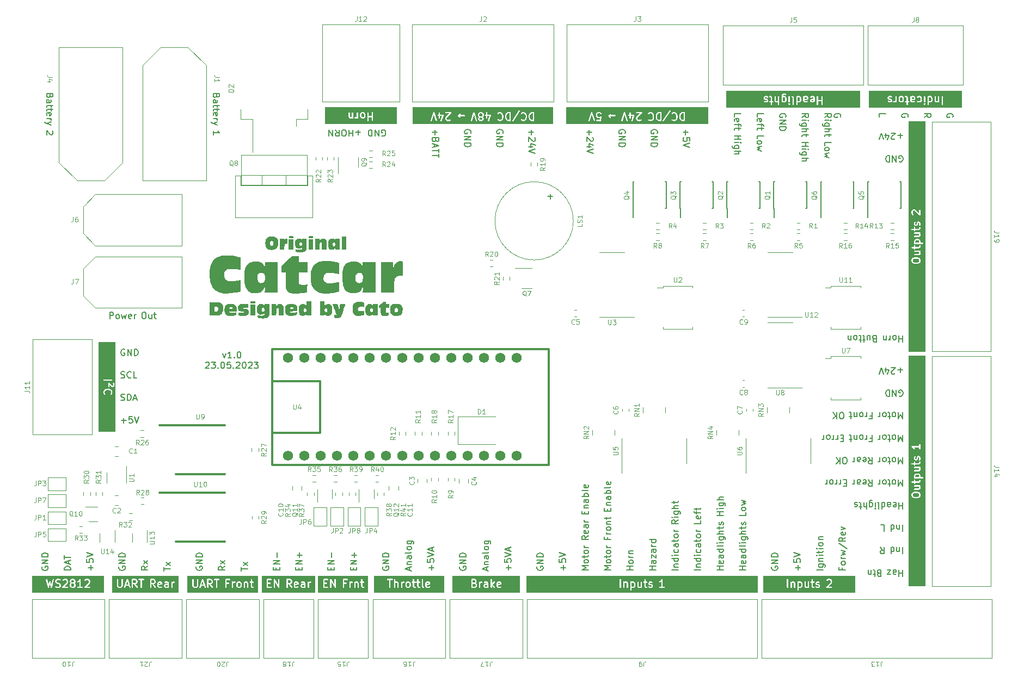
<source format=gbr>
%TF.GenerationSoftware,KiCad,Pcbnew,(7.0.0)*%
%TF.CreationDate,2023-05-23T17:02:05+02:00*%
%TF.ProjectId,Kettcar_Control_HW,4b657474-6361-4725-9f43-6f6e74726f6c,1.0*%
%TF.SameCoordinates,Original*%
%TF.FileFunction,Legend,Top*%
%TF.FilePolarity,Positive*%
%FSLAX46Y46*%
G04 Gerber Fmt 4.6, Leading zero omitted, Abs format (unit mm)*
G04 Created by KiCad (PCBNEW (7.0.0)) date 2023-05-23 17:02:05*
%MOMM*%
%LPD*%
G01*
G04 APERTURE LIST*
%ADD10C,0.150000*%
%ADD11C,0.200000*%
%ADD12C,0.100000*%
%ADD13C,0.120000*%
%ADD14C,0.300000*%
%ADD15C,1.574800*%
G04 APERTURE END LIST*
D10*
X36367380Y-135511904D02*
X35367380Y-135511904D01*
X35367380Y-135511904D02*
X35367380Y-135273809D01*
X35367380Y-135273809D02*
X35415000Y-135130952D01*
X35415000Y-135130952D02*
X35510238Y-135035714D01*
X35510238Y-135035714D02*
X35605476Y-134988095D01*
X35605476Y-134988095D02*
X35795952Y-134940476D01*
X35795952Y-134940476D02*
X35938809Y-134940476D01*
X35938809Y-134940476D02*
X36129285Y-134988095D01*
X36129285Y-134988095D02*
X36224523Y-135035714D01*
X36224523Y-135035714D02*
X36319761Y-135130952D01*
X36319761Y-135130952D02*
X36367380Y-135273809D01*
X36367380Y-135273809D02*
X36367380Y-135511904D01*
X36081666Y-134559523D02*
X36081666Y-134083333D01*
X36367380Y-134654761D02*
X35367380Y-134321428D01*
X35367380Y-134321428D02*
X36367380Y-133988095D01*
X35367380Y-133797618D02*
X35367380Y-133226190D01*
X36367380Y-133511904D02*
X35367380Y-133511904D01*
X96915000Y-134988095D02*
X96867380Y-135083333D01*
X96867380Y-135083333D02*
X96867380Y-135226190D01*
X96867380Y-135226190D02*
X96915000Y-135369047D01*
X96915000Y-135369047D02*
X97010238Y-135464285D01*
X97010238Y-135464285D02*
X97105476Y-135511904D01*
X97105476Y-135511904D02*
X97295952Y-135559523D01*
X97295952Y-135559523D02*
X97438809Y-135559523D01*
X97438809Y-135559523D02*
X97629285Y-135511904D01*
X97629285Y-135511904D02*
X97724523Y-135464285D01*
X97724523Y-135464285D02*
X97819761Y-135369047D01*
X97819761Y-135369047D02*
X97867380Y-135226190D01*
X97867380Y-135226190D02*
X97867380Y-135130952D01*
X97867380Y-135130952D02*
X97819761Y-134988095D01*
X97819761Y-134988095D02*
X97772142Y-134940476D01*
X97772142Y-134940476D02*
X97438809Y-134940476D01*
X97438809Y-134940476D02*
X97438809Y-135130952D01*
X97867380Y-134511904D02*
X96867380Y-134511904D01*
X96867380Y-134511904D02*
X97867380Y-133940476D01*
X97867380Y-133940476D02*
X96867380Y-133940476D01*
X97867380Y-133464285D02*
X96867380Y-133464285D01*
X96867380Y-133464285D02*
X96867380Y-133226190D01*
X96867380Y-133226190D02*
X96915000Y-133083333D01*
X96915000Y-133083333D02*
X97010238Y-132988095D01*
X97010238Y-132988095D02*
X97105476Y-132940476D01*
X97105476Y-132940476D02*
X97295952Y-132892857D01*
X97295952Y-132892857D02*
X97438809Y-132892857D01*
X97438809Y-132892857D02*
X97629285Y-132940476D01*
X97629285Y-132940476D02*
X97724523Y-132988095D01*
X97724523Y-132988095D02*
X97819761Y-133083333D01*
X97819761Y-133083333D02*
X97867380Y-133226190D01*
X97867380Y-133226190D02*
X97867380Y-133464285D01*
D11*
G36*
X168218303Y-123578866D02*
G01*
X168301528Y-123662091D01*
X168340857Y-123740748D01*
X168340857Y-123922106D01*
X168301530Y-124000760D01*
X168218302Y-124083987D01*
X168028546Y-124131427D01*
X167653169Y-124131427D01*
X167463409Y-124083987D01*
X167380185Y-124000763D01*
X167340857Y-123922107D01*
X167340857Y-123740748D01*
X167380185Y-123662091D01*
X167463409Y-123578866D01*
X167653169Y-123531427D01*
X168028545Y-123531427D01*
X168218303Y-123578866D01*
G37*
G36*
X168267334Y-120713612D02*
G01*
X168301529Y-120747806D01*
X168340857Y-120826463D01*
X168340857Y-121007821D01*
X168321911Y-121045713D01*
X167759803Y-121045713D01*
X167740857Y-121007821D01*
X167740857Y-120826462D01*
X167780185Y-120747806D01*
X167814377Y-120713613D01*
X167893035Y-120674285D01*
X168188679Y-120674285D01*
X168267334Y-120713612D01*
G37*
G36*
X169321429Y-138021428D02*
G01*
X166678571Y-138021428D01*
X166678571Y-123728329D01*
X167137237Y-123728329D01*
X167140857Y-123737057D01*
X167140857Y-123940328D01*
X167138283Y-123964171D01*
X167147421Y-123982447D01*
X167153180Y-124002060D01*
X167160321Y-124008247D01*
X167202950Y-124093506D01*
X167206527Y-124109947D01*
X167225998Y-124129418D01*
X167244779Y-124149608D01*
X167246672Y-124150092D01*
X167340462Y-124243882D01*
X167359545Y-124264177D01*
X167375604Y-124268191D01*
X167390131Y-124276124D01*
X167403506Y-124275167D01*
X167600637Y-124324450D01*
X167611494Y-124331427D01*
X167628545Y-124331427D01*
X167630553Y-124331929D01*
X167642899Y-124331427D01*
X168024398Y-124331427D01*
X168036624Y-124335563D01*
X168053168Y-124331427D01*
X168055236Y-124331427D01*
X168067086Y-124327947D01*
X168292177Y-124271674D01*
X168319376Y-124265758D01*
X168331080Y-124254053D01*
X168345358Y-124245677D01*
X168351419Y-124233714D01*
X168445561Y-124139573D01*
X168460025Y-124130983D01*
X168472338Y-124106355D01*
X168485554Y-124082153D01*
X168485414Y-124080203D01*
X168527889Y-123995254D01*
X168540857Y-123975076D01*
X168540857Y-123954640D01*
X168544477Y-123934525D01*
X168540857Y-123925797D01*
X168540857Y-123722526D01*
X168543431Y-123698683D01*
X168534292Y-123680406D01*
X168528534Y-123660794D01*
X168521392Y-123654605D01*
X168478764Y-123569350D01*
X168475188Y-123552908D01*
X168455704Y-123533424D01*
X168436935Y-123513247D01*
X168435042Y-123512763D01*
X168341242Y-123418962D01*
X168322168Y-123398677D01*
X168306108Y-123394662D01*
X168291582Y-123386730D01*
X168278206Y-123387686D01*
X168081076Y-123338403D01*
X168070220Y-123331427D01*
X168053169Y-123331427D01*
X168051161Y-123330925D01*
X168038815Y-123331427D01*
X167657316Y-123331427D01*
X167645090Y-123327291D01*
X167628546Y-123331427D01*
X167626478Y-123331427D01*
X167614627Y-123334906D01*
X167389529Y-123391181D01*
X167362337Y-123397097D01*
X167350634Y-123408799D01*
X167336356Y-123417177D01*
X167330293Y-123429140D01*
X167236157Y-123523277D01*
X167221689Y-123531871D01*
X167209362Y-123556523D01*
X167196160Y-123580703D01*
X167196299Y-123582650D01*
X167153822Y-123667602D01*
X167140857Y-123687778D01*
X167140857Y-123708213D01*
X167137237Y-123728329D01*
X166678571Y-123728329D01*
X166678571Y-122931973D01*
X167537696Y-122931973D01*
X167562091Y-122985392D01*
X167611494Y-123017141D01*
X168264043Y-123017141D01*
X168287886Y-123019715D01*
X168306162Y-123010576D01*
X168325775Y-123004818D01*
X168331962Y-122997676D01*
X168405648Y-122960833D01*
X168409534Y-122960971D01*
X168431673Y-122947821D01*
X168441297Y-122943010D01*
X168443984Y-122940509D01*
X168460025Y-122930983D01*
X168465067Y-122920898D01*
X168473323Y-122913219D01*
X168477945Y-122895141D01*
X168527889Y-122795254D01*
X168540857Y-122775076D01*
X168540857Y-122754640D01*
X168544477Y-122734525D01*
X168540857Y-122725797D01*
X168540857Y-122579669D01*
X168543431Y-122555826D01*
X168534292Y-122537549D01*
X168528534Y-122517937D01*
X168521392Y-122511748D01*
X168505815Y-122480594D01*
X168535661Y-122446151D01*
X168544018Y-122388024D01*
X168519623Y-122334605D01*
X168470220Y-122302856D01*
X168352096Y-122302856D01*
X168348724Y-122301015D01*
X168322993Y-122302856D01*
X167626478Y-122302856D01*
X167584510Y-122315179D01*
X167546053Y-122359561D01*
X167537696Y-122417688D01*
X167562091Y-122471107D01*
X167611494Y-122502856D01*
X168285150Y-122502856D01*
X168301529Y-122519234D01*
X168340857Y-122597891D01*
X168340857Y-122722106D01*
X168309178Y-122785462D01*
X168245822Y-122817141D01*
X167626478Y-122817141D01*
X167584510Y-122829464D01*
X167546053Y-122873846D01*
X167537696Y-122931973D01*
X166678571Y-122931973D01*
X166678571Y-121846259D01*
X167137696Y-121846259D01*
X167162091Y-121899678D01*
X167211494Y-121931427D01*
X167540857Y-121931427D01*
X167540857Y-122017235D01*
X167553180Y-122059203D01*
X167597562Y-122097660D01*
X167655689Y-122106017D01*
X167709108Y-122081622D01*
X167740857Y-122032219D01*
X167740857Y-121931427D01*
X168264043Y-121931427D01*
X168287886Y-121934001D01*
X168306162Y-121924862D01*
X168325775Y-121919104D01*
X168331962Y-121911962D01*
X168405648Y-121875119D01*
X168409534Y-121875257D01*
X168431673Y-121862107D01*
X168441297Y-121857296D01*
X168443984Y-121854795D01*
X168460025Y-121845269D01*
X168465067Y-121835184D01*
X168473323Y-121827505D01*
X168477945Y-121809427D01*
X168527889Y-121709540D01*
X168540857Y-121689362D01*
X168540857Y-121668926D01*
X168544477Y-121648811D01*
X168540857Y-121640083D01*
X168540857Y-121531334D01*
X168528534Y-121489366D01*
X168484152Y-121450909D01*
X168426025Y-121442552D01*
X168372606Y-121466947D01*
X168340857Y-121516350D01*
X168340857Y-121636392D01*
X168309178Y-121699748D01*
X168245822Y-121731427D01*
X167740857Y-121731427D01*
X167740857Y-121531334D01*
X167728534Y-121489366D01*
X167684152Y-121450909D01*
X167626025Y-121442552D01*
X167572606Y-121466947D01*
X167540857Y-121516350D01*
X167540857Y-121731427D01*
X167226478Y-121731427D01*
X167184510Y-121743750D01*
X167146053Y-121788132D01*
X167137696Y-121846259D01*
X166678571Y-121846259D01*
X166678571Y-120814044D01*
X167537237Y-120814044D01*
X167540857Y-120822772D01*
X167540857Y-121026044D01*
X167538283Y-121049887D01*
X167547421Y-121068164D01*
X167553180Y-121087775D01*
X167556356Y-121090527D01*
X167546053Y-121102418D01*
X167537696Y-121160545D01*
X167562091Y-121213964D01*
X167611494Y-121245713D01*
X167685414Y-121245713D01*
X167701674Y-121249871D01*
X167714185Y-121245713D01*
X168381947Y-121245713D01*
X168409534Y-121246686D01*
X168411172Y-121245713D01*
X168855236Y-121245713D01*
X168897204Y-121233390D01*
X168935661Y-121189008D01*
X168944018Y-121130881D01*
X168919623Y-121077462D01*
X168870220Y-121045713D01*
X168540857Y-121045713D01*
X168540857Y-121040355D01*
X168544477Y-121020240D01*
X168540857Y-121011512D01*
X168540857Y-120808241D01*
X168543431Y-120784398D01*
X168534292Y-120766121D01*
X168528534Y-120746509D01*
X168521392Y-120740320D01*
X168478764Y-120655064D01*
X168475187Y-120638622D01*
X168455715Y-120619151D01*
X168436936Y-120598961D01*
X168435040Y-120598476D01*
X168406149Y-120569585D01*
X168397556Y-120555117D01*
X168372921Y-120542799D01*
X168348724Y-120529587D01*
X168346774Y-120529726D01*
X168261825Y-120487252D01*
X168241648Y-120474285D01*
X168221212Y-120474285D01*
X168201097Y-120470665D01*
X168192369Y-120474285D01*
X167874813Y-120474285D01*
X167850970Y-120471711D01*
X167832693Y-120480849D01*
X167813081Y-120486608D01*
X167806892Y-120493749D01*
X167721636Y-120536377D01*
X167705194Y-120539955D01*
X167685719Y-120559429D01*
X167665533Y-120578206D01*
X167665048Y-120580100D01*
X167636157Y-120608991D01*
X167621689Y-120617585D01*
X167609366Y-120642229D01*
X167596160Y-120666416D01*
X167596299Y-120668364D01*
X167553824Y-120753315D01*
X167540857Y-120773493D01*
X167540857Y-120793929D01*
X167537237Y-120814044D01*
X166678571Y-120814044D01*
X166678571Y-120074831D01*
X167537696Y-120074831D01*
X167562091Y-120128250D01*
X167611494Y-120159999D01*
X168264043Y-120159999D01*
X168287886Y-120162573D01*
X168306162Y-120153434D01*
X168325775Y-120147676D01*
X168331962Y-120140534D01*
X168405648Y-120103691D01*
X168409534Y-120103829D01*
X168431673Y-120090679D01*
X168441297Y-120085868D01*
X168443984Y-120083367D01*
X168460025Y-120073841D01*
X168465067Y-120063756D01*
X168473323Y-120056077D01*
X168477945Y-120037999D01*
X168527889Y-119938112D01*
X168540857Y-119917934D01*
X168540857Y-119897498D01*
X168544477Y-119877383D01*
X168540857Y-119868655D01*
X168540857Y-119722527D01*
X168543431Y-119698684D01*
X168534292Y-119680407D01*
X168528534Y-119660795D01*
X168521392Y-119654606D01*
X168505815Y-119623452D01*
X168535661Y-119589009D01*
X168544018Y-119530882D01*
X168519623Y-119477463D01*
X168470220Y-119445714D01*
X168352096Y-119445714D01*
X168348724Y-119443873D01*
X168322993Y-119445714D01*
X167626478Y-119445714D01*
X167584510Y-119458037D01*
X167546053Y-119502419D01*
X167537696Y-119560546D01*
X167562091Y-119613965D01*
X167611494Y-119645714D01*
X168285150Y-119645714D01*
X168301529Y-119662092D01*
X168340857Y-119740749D01*
X168340857Y-119864964D01*
X168309178Y-119928320D01*
X168245822Y-119959999D01*
X167626478Y-119959999D01*
X167584510Y-119972322D01*
X167546053Y-120016704D01*
X167537696Y-120074831D01*
X166678571Y-120074831D01*
X166678571Y-118989117D01*
X167137696Y-118989117D01*
X167162091Y-119042536D01*
X167211494Y-119074285D01*
X167540857Y-119074285D01*
X167540857Y-119160093D01*
X167553180Y-119202061D01*
X167597562Y-119240518D01*
X167655689Y-119248875D01*
X167709108Y-119224480D01*
X167740857Y-119175077D01*
X167740857Y-119074285D01*
X168264043Y-119074285D01*
X168287886Y-119076859D01*
X168306162Y-119067720D01*
X168325775Y-119061962D01*
X168331962Y-119054820D01*
X168405648Y-119017977D01*
X168409534Y-119018115D01*
X168431673Y-119004965D01*
X168441297Y-119000154D01*
X168443984Y-118997653D01*
X168460025Y-118988127D01*
X168465067Y-118978042D01*
X168473323Y-118970363D01*
X168477945Y-118952285D01*
X168527889Y-118852398D01*
X168540857Y-118832220D01*
X168540857Y-118811784D01*
X168544477Y-118791669D01*
X168540857Y-118782941D01*
X168540857Y-118674192D01*
X168528534Y-118632224D01*
X168484152Y-118593767D01*
X168426025Y-118585410D01*
X168372606Y-118609805D01*
X168340857Y-118659208D01*
X168340857Y-118779250D01*
X168309178Y-118842606D01*
X168245822Y-118874285D01*
X167740857Y-118874285D01*
X167740857Y-118674192D01*
X167728534Y-118632224D01*
X167684152Y-118593767D01*
X167626025Y-118585410D01*
X167572606Y-118609805D01*
X167540857Y-118659208D01*
X167540857Y-118874285D01*
X167226478Y-118874285D01*
X167184510Y-118886608D01*
X167146053Y-118930990D01*
X167137696Y-118989117D01*
X166678571Y-118989117D01*
X166678571Y-118014045D01*
X167537237Y-118014045D01*
X167540857Y-118022773D01*
X167540857Y-118168902D01*
X167538283Y-118192745D01*
X167547421Y-118211022D01*
X167553180Y-118230633D01*
X167560320Y-118236820D01*
X167597164Y-118310506D01*
X167597027Y-118314391D01*
X167610175Y-118336530D01*
X167614988Y-118346154D01*
X167617488Y-118348841D01*
X167627015Y-118364882D01*
X167637099Y-118369924D01*
X167644779Y-118378180D01*
X167662856Y-118382802D01*
X167762743Y-118432746D01*
X167782922Y-118445714D01*
X167803358Y-118445714D01*
X167823473Y-118449334D01*
X167832201Y-118445714D01*
X167864043Y-118445714D01*
X167887886Y-118448288D01*
X167906162Y-118439149D01*
X167925775Y-118433391D01*
X167931962Y-118426249D01*
X168005648Y-118389406D01*
X168009534Y-118389544D01*
X168031673Y-118376394D01*
X168041297Y-118371583D01*
X168043984Y-118369082D01*
X168060025Y-118359556D01*
X168065067Y-118349471D01*
X168073323Y-118341792D01*
X168077945Y-118323714D01*
X168127889Y-118223827D01*
X168140857Y-118203649D01*
X168140857Y-118183213D01*
X168144477Y-118163098D01*
X168140857Y-118154370D01*
X168140857Y-118026463D01*
X168172535Y-117963106D01*
X168235892Y-117931428D01*
X168245822Y-117931428D01*
X168309178Y-117963106D01*
X168340857Y-118026464D01*
X168340857Y-118207821D01*
X168287841Y-118313854D01*
X168280094Y-118356902D01*
X168302592Y-118411147D01*
X168350845Y-118444617D01*
X168409534Y-118446687D01*
X168460025Y-118416698D01*
X168527889Y-118280969D01*
X168540857Y-118260791D01*
X168540857Y-118240355D01*
X168544477Y-118220240D01*
X168540857Y-118211512D01*
X168540857Y-118008242D01*
X168543431Y-117984399D01*
X168534292Y-117966122D01*
X168528534Y-117946510D01*
X168521392Y-117940321D01*
X168484550Y-117866638D01*
X168484688Y-117862751D01*
X168471531Y-117840600D01*
X168466726Y-117830989D01*
X168464227Y-117828303D01*
X168454699Y-117812260D01*
X168444615Y-117807218D01*
X168436936Y-117798962D01*
X168418857Y-117794339D01*
X168318968Y-117744395D01*
X168298791Y-117731428D01*
X168278355Y-117731428D01*
X168258240Y-117727808D01*
X168249512Y-117731428D01*
X168217670Y-117731428D01*
X168193827Y-117728854D01*
X168175550Y-117737992D01*
X168155938Y-117743751D01*
X168149749Y-117750892D01*
X168076066Y-117787734D01*
X168072180Y-117787597D01*
X168050034Y-117800750D01*
X168040417Y-117805559D01*
X168037729Y-117808058D01*
X168021689Y-117817586D01*
X168016646Y-117827670D01*
X168008391Y-117835350D01*
X168003768Y-117853426D01*
X167953824Y-117953316D01*
X167940857Y-117973494D01*
X167940857Y-117993930D01*
X167937237Y-118014045D01*
X167940857Y-118022773D01*
X167940857Y-118150679D01*
X167909178Y-118214035D01*
X167845822Y-118245714D01*
X167835892Y-118245714D01*
X167772535Y-118214035D01*
X167740857Y-118150679D01*
X167740857Y-118026463D01*
X167793873Y-117920431D01*
X167801620Y-117877383D01*
X167779122Y-117823138D01*
X167730869Y-117789668D01*
X167672180Y-117787597D01*
X167621689Y-117817586D01*
X167553824Y-117953316D01*
X167540857Y-117973494D01*
X167540857Y-117993930D01*
X167537237Y-118014045D01*
X166678571Y-118014045D01*
X166678571Y-116324524D01*
X167137461Y-116324524D01*
X167137825Y-116325359D01*
X167137696Y-116326260D01*
X167149543Y-116352203D01*
X167160955Y-116378345D01*
X167161712Y-116378849D01*
X167162091Y-116379679D01*
X167186102Y-116395109D01*
X167348577Y-116503427D01*
X167444385Y-116599235D01*
X167500702Y-116711868D01*
X167530493Y-116743894D01*
X167587388Y-116758443D01*
X167643115Y-116739922D01*
X167679985Y-116694213D01*
X167686288Y-116635827D01*
X167621621Y-116506493D01*
X167618044Y-116490051D01*
X167598571Y-116470578D01*
X167579793Y-116450390D01*
X167577898Y-116449905D01*
X167539420Y-116411428D01*
X168340857Y-116411428D01*
X168340857Y-116668664D01*
X168353180Y-116710632D01*
X168397562Y-116749089D01*
X168455689Y-116757446D01*
X168509108Y-116733051D01*
X168540857Y-116683648D01*
X168540857Y-116318582D01*
X168544018Y-116296596D01*
X168540857Y-116289674D01*
X168540857Y-115954192D01*
X168528534Y-115912224D01*
X168484152Y-115873767D01*
X168426025Y-115865410D01*
X168372606Y-115889805D01*
X168340857Y-115939208D01*
X168340857Y-116211428D01*
X167256094Y-116211428D01*
X167242608Y-116207221D01*
X167227335Y-116211428D01*
X167226478Y-116211428D01*
X167213499Y-116215238D01*
X167185991Y-116222816D01*
X167185382Y-116223494D01*
X167184510Y-116223751D01*
X167165839Y-116245297D01*
X167146795Y-116266545D01*
X167146650Y-116267443D01*
X167146053Y-116268133D01*
X167141991Y-116296379D01*
X167137461Y-116324524D01*
X166678571Y-116324524D01*
X166678571Y-102178571D01*
X169321429Y-102178571D01*
X169321429Y-138021428D01*
G37*
G36*
X170147905Y-61948470D02*
G01*
X170182098Y-61982663D01*
X170221427Y-62061321D01*
X170221427Y-62356964D01*
X170182098Y-62435621D01*
X170147905Y-62469814D01*
X170069250Y-62509142D01*
X169887891Y-62509142D01*
X169849999Y-62490196D01*
X169849999Y-61928088D01*
X169887891Y-61909142D01*
X170069249Y-61909142D01*
X170147905Y-61948470D01*
G37*
G36*
X167504034Y-61940820D02*
G01*
X167535713Y-62004178D01*
X167535713Y-62071250D01*
X167504034Y-62134606D01*
X167440678Y-62166285D01*
X167183955Y-62166285D01*
X167164285Y-62164161D01*
X167164285Y-61928088D01*
X167202177Y-61909142D01*
X167440678Y-61909142D01*
X167504034Y-61940820D01*
G37*
G36*
X165690763Y-61948470D02*
G01*
X165724956Y-61982663D01*
X165764285Y-62061321D01*
X165764285Y-62356964D01*
X165724956Y-62435621D01*
X165690763Y-62469814D01*
X165612108Y-62509142D01*
X165487892Y-62509142D01*
X165409235Y-62469815D01*
X165375041Y-62435619D01*
X165335714Y-62356965D01*
X165335714Y-62061320D01*
X165375041Y-61982664D01*
X165409235Y-61948469D01*
X165487892Y-61909142D01*
X165612107Y-61909142D01*
X165690763Y-61948470D01*
G37*
G36*
X174968571Y-63571429D02*
G01*
X160531428Y-63571429D01*
X160531428Y-61991759D01*
X163417808Y-61991759D01*
X163421428Y-62000487D01*
X163421428Y-62032329D01*
X163418854Y-62056172D01*
X163427992Y-62074448D01*
X163433751Y-62094061D01*
X163440892Y-62100248D01*
X163477735Y-62173934D01*
X163477598Y-62177821D01*
X163490748Y-62199961D01*
X163495559Y-62209583D01*
X163498059Y-62212271D01*
X163507587Y-62228312D01*
X163517670Y-62233353D01*
X163525350Y-62241609D01*
X163543427Y-62246231D01*
X163643317Y-62296175D01*
X163663494Y-62309142D01*
X163683930Y-62309142D01*
X163704046Y-62312762D01*
X163712774Y-62309142D01*
X163840679Y-62309142D01*
X163904035Y-62340820D01*
X163935714Y-62404178D01*
X163935714Y-62414107D01*
X163904035Y-62477464D01*
X163840680Y-62509142D01*
X163716464Y-62509142D01*
X163610431Y-62456127D01*
X163567382Y-62448380D01*
X163513137Y-62470879D01*
X163479668Y-62519132D01*
X163477598Y-62577821D01*
X163507587Y-62628312D01*
X163643317Y-62696175D01*
X163663494Y-62709142D01*
X163683930Y-62709142D01*
X163704046Y-62712762D01*
X163712774Y-62709142D01*
X163858901Y-62709142D01*
X163882744Y-62711716D01*
X163901021Y-62702577D01*
X163920633Y-62696819D01*
X163926820Y-62689678D01*
X164000506Y-62652835D01*
X164004391Y-62652973D01*
X164026521Y-62639828D01*
X164036153Y-62635013D01*
X164038844Y-62632509D01*
X164053215Y-62623974D01*
X164275410Y-62623974D01*
X164299805Y-62677393D01*
X164349208Y-62709142D01*
X164487475Y-62709142D01*
X164511315Y-62711716D01*
X164529592Y-62702577D01*
X164549204Y-62696819D01*
X164555391Y-62689678D01*
X164629913Y-62652418D01*
X164633751Y-62665489D01*
X164678133Y-62703946D01*
X164736260Y-62712303D01*
X164789679Y-62687908D01*
X164821428Y-62638505D01*
X164821428Y-62389498D01*
X164825048Y-62369383D01*
X164821428Y-62360655D01*
X164821428Y-62048902D01*
X165132094Y-62048902D01*
X165135714Y-62057630D01*
X165135714Y-62375186D01*
X165133140Y-62399029D01*
X165142278Y-62417305D01*
X165148037Y-62436918D01*
X165155178Y-62443105D01*
X165197806Y-62528362D01*
X165201383Y-62544804D01*
X165220860Y-62564282D01*
X165239636Y-62584466D01*
X165241527Y-62584949D01*
X165270422Y-62613844D01*
X165279015Y-62628312D01*
X165303656Y-62640632D01*
X165327845Y-62653840D01*
X165329793Y-62653700D01*
X165414745Y-62696175D01*
X165434922Y-62709142D01*
X165455358Y-62709142D01*
X165475474Y-62712762D01*
X165484202Y-62709142D01*
X165630329Y-62709142D01*
X165654172Y-62711716D01*
X165672449Y-62702577D01*
X165692061Y-62696819D01*
X165698248Y-62689678D01*
X165783507Y-62647049D01*
X165799947Y-62643473D01*
X165819417Y-62624002D01*
X165819447Y-62623974D01*
X166103981Y-62623974D01*
X166128376Y-62677393D01*
X166177779Y-62709142D01*
X166392856Y-62709142D01*
X166392856Y-63023521D01*
X166405179Y-63065489D01*
X166449561Y-63103946D01*
X166507688Y-63112303D01*
X166561107Y-63087908D01*
X166592856Y-63038505D01*
X166592856Y-62944566D01*
X169017470Y-62944566D01*
X169022191Y-62966269D01*
X169023776Y-62988422D01*
X169028336Y-62994514D01*
X169029954Y-63001949D01*
X169045657Y-63017652D01*
X169058969Y-63035434D01*
X169066099Y-63038093D01*
X169089811Y-63061804D01*
X169090893Y-63065489D01*
X169104957Y-63077676D01*
X169116111Y-63092575D01*
X169126718Y-63096531D01*
X169135275Y-63103946D01*
X169146479Y-63105556D01*
X169156417Y-63110983D01*
X169164005Y-63110440D01*
X169171134Y-63113099D01*
X169182197Y-63110692D01*
X169193402Y-63112303D01*
X169203698Y-63107600D01*
X169214993Y-63106793D01*
X169221084Y-63102232D01*
X169228517Y-63100616D01*
X169236521Y-63092611D01*
X169246821Y-63087908D01*
X169252941Y-63078384D01*
X169262004Y-63071600D01*
X169264663Y-63064470D01*
X169301368Y-63027765D01*
X169319146Y-63014458D01*
X169326906Y-62993652D01*
X169337553Y-62974154D01*
X169337010Y-62966563D01*
X169339669Y-62959435D01*
X169334948Y-62937735D01*
X169333364Y-62915578D01*
X169328803Y-62909485D01*
X169327186Y-62902052D01*
X169311484Y-62886350D01*
X169298172Y-62868567D01*
X169291041Y-62865907D01*
X169267329Y-62842195D01*
X169266247Y-62838510D01*
X169252179Y-62826320D01*
X169241028Y-62811424D01*
X169230422Y-62807468D01*
X169221865Y-62800053D01*
X169210658Y-62798441D01*
X169200724Y-62793017D01*
X169193133Y-62793559D01*
X169186005Y-62790901D01*
X169174944Y-62793307D01*
X169163738Y-62791696D01*
X169153440Y-62796398D01*
X169142148Y-62797206D01*
X169136055Y-62801766D01*
X169128622Y-62803384D01*
X169120618Y-62811387D01*
X169110319Y-62816091D01*
X169104198Y-62825614D01*
X169095136Y-62832399D01*
X169092476Y-62839529D01*
X169055774Y-62876231D01*
X169037993Y-62889543D01*
X169030231Y-62910352D01*
X169019587Y-62929846D01*
X169020129Y-62937435D01*
X169017470Y-62944566D01*
X166592856Y-62944566D01*
X166592856Y-62709142D01*
X166678664Y-62709142D01*
X166720632Y-62696819D01*
X166759089Y-62652437D01*
X166767446Y-62594310D01*
X166743051Y-62540891D01*
X166693648Y-62509142D01*
X166592856Y-62509142D01*
X166592856Y-62327102D01*
X166960128Y-62327102D01*
X166964285Y-62339610D01*
X166964285Y-62432332D01*
X166961711Y-62456172D01*
X166970849Y-62474449D01*
X166976608Y-62494061D01*
X166983748Y-62500248D01*
X167020591Y-62573935D01*
X167020454Y-62577821D01*
X167033601Y-62599957D01*
X167038414Y-62609582D01*
X167040915Y-62612271D01*
X167050443Y-62628312D01*
X167060526Y-62633353D01*
X167068205Y-62641608D01*
X167086280Y-62646230D01*
X167186173Y-62696175D01*
X167206350Y-62709142D01*
X167226786Y-62709142D01*
X167246902Y-62712762D01*
X167255630Y-62709142D01*
X167458900Y-62709142D01*
X167482743Y-62711716D01*
X167501020Y-62702577D01*
X167520632Y-62696819D01*
X167526819Y-62689678D01*
X167636152Y-62635013D01*
X167668178Y-62605222D01*
X167682727Y-62548327D01*
X167664207Y-62492599D01*
X167618498Y-62455729D01*
X167560112Y-62449426D01*
X167440679Y-62509142D01*
X167259320Y-62509142D01*
X167195962Y-62477464D01*
X167164285Y-62414107D01*
X167164285Y-62385231D01*
X167202177Y-62366285D01*
X167458901Y-62366285D01*
X167482744Y-62368859D01*
X167501021Y-62359720D01*
X167520632Y-62353962D01*
X167526819Y-62346821D01*
X167600505Y-62309977D01*
X167604390Y-62310115D01*
X167626529Y-62296966D01*
X167636153Y-62292154D01*
X167638840Y-62289653D01*
X167654881Y-62280127D01*
X167659923Y-62270042D01*
X167668179Y-62262363D01*
X167672801Y-62244285D01*
X167722745Y-62144398D01*
X167735713Y-62124220D01*
X167735713Y-62103784D01*
X167739333Y-62083669D01*
X167735713Y-62074941D01*
X167735713Y-61985956D01*
X167738287Y-61962113D01*
X167729148Y-61943836D01*
X167723390Y-61924224D01*
X167716248Y-61918035D01*
X167692210Y-61869959D01*
X167988699Y-61869959D01*
X168007219Y-61925686D01*
X168052929Y-61962556D01*
X168111315Y-61968859D01*
X168230748Y-61909142D01*
X168412106Y-61909142D01*
X168490762Y-61948470D01*
X168524955Y-61982663D01*
X168564284Y-62061321D01*
X168564284Y-62356964D01*
X168524955Y-62435621D01*
X168490762Y-62469814D01*
X168412107Y-62509142D01*
X168230748Y-62509142D01*
X168124716Y-62456127D01*
X168081668Y-62448380D01*
X168027423Y-62470878D01*
X167993953Y-62519131D01*
X167991883Y-62577821D01*
X168021872Y-62628311D01*
X168157600Y-62696174D01*
X168177778Y-62709142D01*
X168198214Y-62709142D01*
X168218329Y-62712762D01*
X168227057Y-62709142D01*
X168430328Y-62709142D01*
X168454171Y-62711716D01*
X168472448Y-62702577D01*
X168492060Y-62696819D01*
X168498247Y-62689678D01*
X168583506Y-62647049D01*
X168599946Y-62643473D01*
X168619416Y-62624002D01*
X168619933Y-62623521D01*
X169078570Y-62623521D01*
X169090893Y-62665489D01*
X169135275Y-62703946D01*
X169193402Y-62712303D01*
X169246821Y-62687908D01*
X169278570Y-62638505D01*
X169278570Y-61869959D01*
X169645842Y-61869959D01*
X169649999Y-61882467D01*
X169649999Y-62550234D01*
X169649026Y-62577821D01*
X169649999Y-62579459D01*
X169649999Y-63023521D01*
X169662322Y-63065489D01*
X169706704Y-63103946D01*
X169764831Y-63112303D01*
X169818250Y-63087908D01*
X169849999Y-63038505D01*
X169849999Y-63023521D01*
X171821427Y-63023521D01*
X171833750Y-63065489D01*
X171878132Y-63103946D01*
X171936259Y-63112303D01*
X171989678Y-63087908D01*
X172021427Y-63038505D01*
X172021427Y-61794763D01*
X172009104Y-61752795D01*
X171964722Y-61714338D01*
X171906595Y-61705981D01*
X171853176Y-61730376D01*
X171821427Y-61779779D01*
X171821427Y-63023521D01*
X169849999Y-63023521D01*
X169849999Y-62709142D01*
X169855357Y-62709142D01*
X169875472Y-62712762D01*
X169884200Y-62709142D01*
X170087471Y-62709142D01*
X170111314Y-62711716D01*
X170129591Y-62702577D01*
X170149203Y-62696819D01*
X170155390Y-62689678D01*
X170240649Y-62647049D01*
X170257089Y-62643473D01*
X170276559Y-62624002D01*
X170296749Y-62605222D01*
X170297233Y-62603328D01*
X170326128Y-62574433D01*
X170340595Y-62565841D01*
X170352912Y-62541206D01*
X170366124Y-62517011D01*
X170365984Y-62515061D01*
X170395429Y-62456172D01*
X170733139Y-62456172D01*
X170742277Y-62474449D01*
X170748036Y-62494061D01*
X170755176Y-62500248D01*
X170792019Y-62573935D01*
X170791882Y-62577821D01*
X170805029Y-62599957D01*
X170809842Y-62609582D01*
X170812343Y-62612271D01*
X170821871Y-62628312D01*
X170831954Y-62633353D01*
X170839633Y-62641608D01*
X170857708Y-62646230D01*
X170957601Y-62696175D01*
X170977778Y-62709142D01*
X170998214Y-62709142D01*
X171018330Y-62712762D01*
X171027058Y-62709142D01*
X171173185Y-62709142D01*
X171197028Y-62711716D01*
X171215305Y-62702577D01*
X171234917Y-62696819D01*
X171241104Y-62689678D01*
X171272259Y-62674100D01*
X171306703Y-62703946D01*
X171364830Y-62712303D01*
X171418249Y-62687908D01*
X171449998Y-62638505D01*
X171449998Y-62520381D01*
X171451838Y-62517011D01*
X171449998Y-62491288D01*
X171449998Y-61794763D01*
X171437675Y-61752795D01*
X171393293Y-61714338D01*
X171335166Y-61705981D01*
X171281747Y-61730376D01*
X171249998Y-61779779D01*
X171249998Y-62453436D01*
X171233619Y-62469814D01*
X171154964Y-62509142D01*
X171030748Y-62509142D01*
X170967390Y-62477464D01*
X170935713Y-62414107D01*
X170935713Y-61794763D01*
X170923390Y-61752795D01*
X170879008Y-61714338D01*
X170820881Y-61705981D01*
X170767462Y-61730376D01*
X170735713Y-61779779D01*
X170735713Y-62432332D01*
X170733139Y-62456172D01*
X170395429Y-62456172D01*
X170408459Y-62430112D01*
X170421427Y-62409934D01*
X170421427Y-62389498D01*
X170425047Y-62369383D01*
X170421427Y-62360655D01*
X170421427Y-62043099D01*
X170424001Y-62019256D01*
X170414862Y-62000979D01*
X170409104Y-61981367D01*
X170401962Y-61975178D01*
X170359333Y-61889921D01*
X170355757Y-61873480D01*
X170336282Y-61854005D01*
X170317506Y-61833819D01*
X170315611Y-61833334D01*
X170286719Y-61804442D01*
X170278126Y-61789974D01*
X170253477Y-61777649D01*
X170229295Y-61764445D01*
X170227346Y-61764584D01*
X170142394Y-61722107D01*
X170122219Y-61709142D01*
X170101784Y-61709142D01*
X170081668Y-61705522D01*
X170072940Y-61709142D01*
X169869669Y-61709142D01*
X169845826Y-61706568D01*
X169827549Y-61715706D01*
X169807937Y-61721465D01*
X169805184Y-61724641D01*
X169793294Y-61714338D01*
X169735167Y-61705981D01*
X169681748Y-61730376D01*
X169649999Y-61779779D01*
X169649999Y-61853702D01*
X169645842Y-61869959D01*
X169278570Y-61869959D01*
X169278570Y-61794763D01*
X169266247Y-61752795D01*
X169221865Y-61714338D01*
X169163738Y-61705981D01*
X169110319Y-61730376D01*
X169078570Y-61779779D01*
X169078570Y-62623521D01*
X168619933Y-62623521D01*
X168639606Y-62605222D01*
X168640090Y-62603328D01*
X168668985Y-62574433D01*
X168683452Y-62565841D01*
X168695769Y-62541206D01*
X168708981Y-62517011D01*
X168708841Y-62515061D01*
X168751316Y-62430112D01*
X168764284Y-62409934D01*
X168764284Y-62389498D01*
X168767904Y-62369383D01*
X168764284Y-62360655D01*
X168764284Y-62043099D01*
X168766858Y-62019256D01*
X168757719Y-62000979D01*
X168751961Y-61981367D01*
X168744819Y-61975178D01*
X168702190Y-61889921D01*
X168698614Y-61873480D01*
X168679139Y-61854005D01*
X168660363Y-61833819D01*
X168658468Y-61833334D01*
X168629576Y-61804442D01*
X168620983Y-61789974D01*
X168596334Y-61777649D01*
X168572152Y-61764445D01*
X168570203Y-61764584D01*
X168485251Y-61722107D01*
X168465076Y-61709142D01*
X168444641Y-61709142D01*
X168424525Y-61705522D01*
X168415797Y-61709142D01*
X168212526Y-61709142D01*
X168188683Y-61706568D01*
X168170406Y-61715706D01*
X168150794Y-61721465D01*
X168144605Y-61728606D01*
X168035273Y-61783273D01*
X168003247Y-61813064D01*
X167988699Y-61869959D01*
X167692210Y-61869959D01*
X167679406Y-61844352D01*
X167679544Y-61840465D01*
X167666387Y-61818314D01*
X167661582Y-61808703D01*
X167659083Y-61806017D01*
X167649555Y-61789974D01*
X167639471Y-61784932D01*
X167631792Y-61776676D01*
X167613714Y-61772053D01*
X167513823Y-61722107D01*
X167493648Y-61709142D01*
X167473213Y-61709142D01*
X167453097Y-61705522D01*
X167444369Y-61709142D01*
X167183955Y-61709142D01*
X167160112Y-61706568D01*
X167141835Y-61715706D01*
X167122223Y-61721465D01*
X167119470Y-61724641D01*
X167107580Y-61714338D01*
X167049453Y-61705981D01*
X166996034Y-61730376D01*
X166964285Y-61779779D01*
X166964285Y-61853702D01*
X166960128Y-61869959D01*
X166964285Y-61882467D01*
X166964285Y-62310845D01*
X166960128Y-62327102D01*
X166592856Y-62327102D01*
X166592856Y-61985956D01*
X166595430Y-61962113D01*
X166586291Y-61943836D01*
X166580533Y-61924224D01*
X166573391Y-61918035D01*
X166536549Y-61844352D01*
X166536687Y-61840465D01*
X166523530Y-61818314D01*
X166518725Y-61808703D01*
X166516226Y-61806017D01*
X166506698Y-61789974D01*
X166496614Y-61784932D01*
X166488935Y-61776676D01*
X166470857Y-61772053D01*
X166370966Y-61722107D01*
X166350791Y-61709142D01*
X166330356Y-61709142D01*
X166310240Y-61705522D01*
X166301512Y-61709142D01*
X166192763Y-61709142D01*
X166150795Y-61721465D01*
X166112338Y-61765847D01*
X166103981Y-61823974D01*
X166128376Y-61877393D01*
X166177779Y-61909142D01*
X166297821Y-61909142D01*
X166361177Y-61940820D01*
X166392856Y-62004178D01*
X166392856Y-62509142D01*
X166192763Y-62509142D01*
X166150795Y-62521465D01*
X166112338Y-62565847D01*
X166103981Y-62623974D01*
X165819447Y-62623974D01*
X165839607Y-62605222D01*
X165840091Y-62603328D01*
X165868986Y-62574433D01*
X165883453Y-62565841D01*
X165895770Y-62541206D01*
X165908982Y-62517011D01*
X165908842Y-62515061D01*
X165951317Y-62430112D01*
X165964285Y-62409934D01*
X165964285Y-62389498D01*
X165967905Y-62369383D01*
X165964285Y-62360655D01*
X165964285Y-62043099D01*
X165966859Y-62019256D01*
X165957720Y-62000979D01*
X165951962Y-61981367D01*
X165944820Y-61975178D01*
X165902191Y-61889921D01*
X165898615Y-61873480D01*
X165879140Y-61854005D01*
X165860364Y-61833819D01*
X165858469Y-61833334D01*
X165829577Y-61804442D01*
X165820984Y-61789974D01*
X165796335Y-61777649D01*
X165772153Y-61764445D01*
X165770204Y-61764584D01*
X165685252Y-61722107D01*
X165665077Y-61709142D01*
X165644642Y-61709142D01*
X165624526Y-61705522D01*
X165615798Y-61709142D01*
X165469670Y-61709142D01*
X165445827Y-61706568D01*
X165427550Y-61715706D01*
X165407938Y-61721465D01*
X165401749Y-61728606D01*
X165316493Y-61771234D01*
X165300051Y-61774812D01*
X165280580Y-61794283D01*
X165260390Y-61813063D01*
X165259905Y-61814958D01*
X165231014Y-61843849D01*
X165216546Y-61852443D01*
X165204228Y-61877077D01*
X165191016Y-61901275D01*
X165191155Y-61903224D01*
X165148681Y-61988173D01*
X165135714Y-62008351D01*
X165135714Y-62028787D01*
X165132094Y-62048902D01*
X164821428Y-62048902D01*
X164821428Y-61794763D01*
X164809105Y-61752795D01*
X164764723Y-61714338D01*
X164706596Y-61705981D01*
X164653177Y-61730376D01*
X164621428Y-61779779D01*
X164621428Y-62356964D01*
X164582099Y-62435621D01*
X164547907Y-62469814D01*
X164469250Y-62509142D01*
X164364192Y-62509142D01*
X164322224Y-62521465D01*
X164283767Y-62565847D01*
X164275410Y-62623974D01*
X164053215Y-62623974D01*
X164054882Y-62622984D01*
X164059923Y-62612901D01*
X164068179Y-62605222D01*
X164072801Y-62587144D01*
X164122746Y-62487255D01*
X164135714Y-62467077D01*
X164135714Y-62446641D01*
X164139334Y-62426526D01*
X164135714Y-62417798D01*
X164135714Y-62385956D01*
X164138288Y-62362113D01*
X164129149Y-62343836D01*
X164123391Y-62324224D01*
X164116249Y-62318035D01*
X164079407Y-62244352D01*
X164079545Y-62240465D01*
X164066388Y-62218314D01*
X164061583Y-62208703D01*
X164059084Y-62206017D01*
X164049556Y-62189974D01*
X164039472Y-62184932D01*
X164031793Y-62176676D01*
X164013715Y-62172053D01*
X163913824Y-62122107D01*
X163893649Y-62109142D01*
X163873214Y-62109142D01*
X163853098Y-62105522D01*
X163844370Y-62109142D01*
X163716464Y-62109142D01*
X163653105Y-62077463D01*
X163621428Y-62014108D01*
X163621428Y-62004177D01*
X163653106Y-61940820D01*
X163716464Y-61909142D01*
X163897822Y-61909142D01*
X164003854Y-61962158D01*
X164046902Y-61969905D01*
X164101147Y-61947407D01*
X164134617Y-61899154D01*
X164136688Y-61840465D01*
X164106699Y-61789974D01*
X163970968Y-61722109D01*
X163950791Y-61709142D01*
X163930355Y-61709142D01*
X163910240Y-61705522D01*
X163901512Y-61709142D01*
X163698242Y-61709142D01*
X163674399Y-61706568D01*
X163656122Y-61715706D01*
X163636510Y-61721465D01*
X163630321Y-61728606D01*
X163556638Y-61765448D01*
X163552751Y-61765311D01*
X163530600Y-61778467D01*
X163520989Y-61783273D01*
X163518303Y-61785771D01*
X163502260Y-61795300D01*
X163497218Y-61805383D01*
X163488962Y-61813063D01*
X163484339Y-61831141D01*
X163434395Y-61931030D01*
X163421428Y-61951208D01*
X163421428Y-61971644D01*
X163417808Y-61991759D01*
X160531428Y-61991759D01*
X160531428Y-60928571D01*
X174968571Y-60928571D01*
X174968571Y-63571429D01*
G37*
D10*
X104486428Y-135511904D02*
X104486428Y-134750000D01*
X104867380Y-135130952D02*
X104105476Y-135130952D01*
X103867380Y-133797619D02*
X103867380Y-134273809D01*
X103867380Y-134273809D02*
X104343571Y-134321428D01*
X104343571Y-134321428D02*
X104295952Y-134273809D01*
X104295952Y-134273809D02*
X104248333Y-134178571D01*
X104248333Y-134178571D02*
X104248333Y-133940476D01*
X104248333Y-133940476D02*
X104295952Y-133845238D01*
X104295952Y-133845238D02*
X104343571Y-133797619D01*
X104343571Y-133797619D02*
X104438809Y-133750000D01*
X104438809Y-133750000D02*
X104676904Y-133750000D01*
X104676904Y-133750000D02*
X104772142Y-133797619D01*
X104772142Y-133797619D02*
X104819761Y-133845238D01*
X104819761Y-133845238D02*
X104867380Y-133940476D01*
X104867380Y-133940476D02*
X104867380Y-134178571D01*
X104867380Y-134178571D02*
X104819761Y-134273809D01*
X104819761Y-134273809D02*
X104772142Y-134321428D01*
X103867380Y-133464285D02*
X104867380Y-133130952D01*
X104867380Y-133130952D02*
X103867380Y-132797619D01*
X104581666Y-132511904D02*
X104581666Y-132035714D01*
X104867380Y-132607142D02*
X103867380Y-132273809D01*
X103867380Y-132273809D02*
X104867380Y-131940476D01*
X173585000Y-65011904D02*
X173632619Y-64916666D01*
X173632619Y-64916666D02*
X173632619Y-64773809D01*
X173632619Y-64773809D02*
X173585000Y-64630952D01*
X173585000Y-64630952D02*
X173489761Y-64535714D01*
X173489761Y-64535714D02*
X173394523Y-64488095D01*
X173394523Y-64488095D02*
X173204047Y-64440476D01*
X173204047Y-64440476D02*
X173061190Y-64440476D01*
X173061190Y-64440476D02*
X172870714Y-64488095D01*
X172870714Y-64488095D02*
X172775476Y-64535714D01*
X172775476Y-64535714D02*
X172680238Y-64630952D01*
X172680238Y-64630952D02*
X172632619Y-64773809D01*
X172632619Y-64773809D02*
X172632619Y-64869047D01*
X172632619Y-64869047D02*
X172680238Y-65011904D01*
X172680238Y-65011904D02*
X172727857Y-65059523D01*
X172727857Y-65059523D02*
X173061190Y-65059523D01*
X173061190Y-65059523D02*
X173061190Y-64869047D01*
X60021429Y-101840714D02*
X60259524Y-102507380D01*
X60259524Y-102507380D02*
X60497619Y-101840714D01*
X61402381Y-102507380D02*
X60830953Y-102507380D01*
X61116667Y-102507380D02*
X61116667Y-101507380D01*
X61116667Y-101507380D02*
X61021429Y-101650238D01*
X61021429Y-101650238D02*
X60926191Y-101745476D01*
X60926191Y-101745476D02*
X60830953Y-101793095D01*
X61830953Y-102412142D02*
X61878572Y-102459761D01*
X61878572Y-102459761D02*
X61830953Y-102507380D01*
X61830953Y-102507380D02*
X61783334Y-102459761D01*
X61783334Y-102459761D02*
X61830953Y-102412142D01*
X61830953Y-102412142D02*
X61830953Y-102507380D01*
X62497619Y-101507380D02*
X62592857Y-101507380D01*
X62592857Y-101507380D02*
X62688095Y-101555000D01*
X62688095Y-101555000D02*
X62735714Y-101602619D01*
X62735714Y-101602619D02*
X62783333Y-101697857D01*
X62783333Y-101697857D02*
X62830952Y-101888333D01*
X62830952Y-101888333D02*
X62830952Y-102126428D01*
X62830952Y-102126428D02*
X62783333Y-102316904D01*
X62783333Y-102316904D02*
X62735714Y-102412142D01*
X62735714Y-102412142D02*
X62688095Y-102459761D01*
X62688095Y-102459761D02*
X62592857Y-102507380D01*
X62592857Y-102507380D02*
X62497619Y-102507380D01*
X62497619Y-102507380D02*
X62402381Y-102459761D01*
X62402381Y-102459761D02*
X62354762Y-102412142D01*
X62354762Y-102412142D02*
X62307143Y-102316904D01*
X62307143Y-102316904D02*
X62259524Y-102126428D01*
X62259524Y-102126428D02*
X62259524Y-101888333D01*
X62259524Y-101888333D02*
X62307143Y-101697857D01*
X62307143Y-101697857D02*
X62354762Y-101602619D01*
X62354762Y-101602619D02*
X62402381Y-101555000D01*
X62402381Y-101555000D02*
X62497619Y-101507380D01*
X57354762Y-103222619D02*
X57402381Y-103175000D01*
X57402381Y-103175000D02*
X57497619Y-103127380D01*
X57497619Y-103127380D02*
X57735714Y-103127380D01*
X57735714Y-103127380D02*
X57830952Y-103175000D01*
X57830952Y-103175000D02*
X57878571Y-103222619D01*
X57878571Y-103222619D02*
X57926190Y-103317857D01*
X57926190Y-103317857D02*
X57926190Y-103413095D01*
X57926190Y-103413095D02*
X57878571Y-103555952D01*
X57878571Y-103555952D02*
X57307143Y-104127380D01*
X57307143Y-104127380D02*
X57926190Y-104127380D01*
X58259524Y-103127380D02*
X58878571Y-103127380D01*
X58878571Y-103127380D02*
X58545238Y-103508333D01*
X58545238Y-103508333D02*
X58688095Y-103508333D01*
X58688095Y-103508333D02*
X58783333Y-103555952D01*
X58783333Y-103555952D02*
X58830952Y-103603571D01*
X58830952Y-103603571D02*
X58878571Y-103698809D01*
X58878571Y-103698809D02*
X58878571Y-103936904D01*
X58878571Y-103936904D02*
X58830952Y-104032142D01*
X58830952Y-104032142D02*
X58783333Y-104079761D01*
X58783333Y-104079761D02*
X58688095Y-104127380D01*
X58688095Y-104127380D02*
X58402381Y-104127380D01*
X58402381Y-104127380D02*
X58307143Y-104079761D01*
X58307143Y-104079761D02*
X58259524Y-104032142D01*
X59307143Y-104032142D02*
X59354762Y-104079761D01*
X59354762Y-104079761D02*
X59307143Y-104127380D01*
X59307143Y-104127380D02*
X59259524Y-104079761D01*
X59259524Y-104079761D02*
X59307143Y-104032142D01*
X59307143Y-104032142D02*
X59307143Y-104127380D01*
X59973809Y-103127380D02*
X60069047Y-103127380D01*
X60069047Y-103127380D02*
X60164285Y-103175000D01*
X60164285Y-103175000D02*
X60211904Y-103222619D01*
X60211904Y-103222619D02*
X60259523Y-103317857D01*
X60259523Y-103317857D02*
X60307142Y-103508333D01*
X60307142Y-103508333D02*
X60307142Y-103746428D01*
X60307142Y-103746428D02*
X60259523Y-103936904D01*
X60259523Y-103936904D02*
X60211904Y-104032142D01*
X60211904Y-104032142D02*
X60164285Y-104079761D01*
X60164285Y-104079761D02*
X60069047Y-104127380D01*
X60069047Y-104127380D02*
X59973809Y-104127380D01*
X59973809Y-104127380D02*
X59878571Y-104079761D01*
X59878571Y-104079761D02*
X59830952Y-104032142D01*
X59830952Y-104032142D02*
X59783333Y-103936904D01*
X59783333Y-103936904D02*
X59735714Y-103746428D01*
X59735714Y-103746428D02*
X59735714Y-103508333D01*
X59735714Y-103508333D02*
X59783333Y-103317857D01*
X59783333Y-103317857D02*
X59830952Y-103222619D01*
X59830952Y-103222619D02*
X59878571Y-103175000D01*
X59878571Y-103175000D02*
X59973809Y-103127380D01*
X61211904Y-103127380D02*
X60735714Y-103127380D01*
X60735714Y-103127380D02*
X60688095Y-103603571D01*
X60688095Y-103603571D02*
X60735714Y-103555952D01*
X60735714Y-103555952D02*
X60830952Y-103508333D01*
X60830952Y-103508333D02*
X61069047Y-103508333D01*
X61069047Y-103508333D02*
X61164285Y-103555952D01*
X61164285Y-103555952D02*
X61211904Y-103603571D01*
X61211904Y-103603571D02*
X61259523Y-103698809D01*
X61259523Y-103698809D02*
X61259523Y-103936904D01*
X61259523Y-103936904D02*
X61211904Y-104032142D01*
X61211904Y-104032142D02*
X61164285Y-104079761D01*
X61164285Y-104079761D02*
X61069047Y-104127380D01*
X61069047Y-104127380D02*
X60830952Y-104127380D01*
X60830952Y-104127380D02*
X60735714Y-104079761D01*
X60735714Y-104079761D02*
X60688095Y-104032142D01*
X61688095Y-104032142D02*
X61735714Y-104079761D01*
X61735714Y-104079761D02*
X61688095Y-104127380D01*
X61688095Y-104127380D02*
X61640476Y-104079761D01*
X61640476Y-104079761D02*
X61688095Y-104032142D01*
X61688095Y-104032142D02*
X61688095Y-104127380D01*
X62116666Y-103222619D02*
X62164285Y-103175000D01*
X62164285Y-103175000D02*
X62259523Y-103127380D01*
X62259523Y-103127380D02*
X62497618Y-103127380D01*
X62497618Y-103127380D02*
X62592856Y-103175000D01*
X62592856Y-103175000D02*
X62640475Y-103222619D01*
X62640475Y-103222619D02*
X62688094Y-103317857D01*
X62688094Y-103317857D02*
X62688094Y-103413095D01*
X62688094Y-103413095D02*
X62640475Y-103555952D01*
X62640475Y-103555952D02*
X62069047Y-104127380D01*
X62069047Y-104127380D02*
X62688094Y-104127380D01*
X63307142Y-103127380D02*
X63402380Y-103127380D01*
X63402380Y-103127380D02*
X63497618Y-103175000D01*
X63497618Y-103175000D02*
X63545237Y-103222619D01*
X63545237Y-103222619D02*
X63592856Y-103317857D01*
X63592856Y-103317857D02*
X63640475Y-103508333D01*
X63640475Y-103508333D02*
X63640475Y-103746428D01*
X63640475Y-103746428D02*
X63592856Y-103936904D01*
X63592856Y-103936904D02*
X63545237Y-104032142D01*
X63545237Y-104032142D02*
X63497618Y-104079761D01*
X63497618Y-104079761D02*
X63402380Y-104127380D01*
X63402380Y-104127380D02*
X63307142Y-104127380D01*
X63307142Y-104127380D02*
X63211904Y-104079761D01*
X63211904Y-104079761D02*
X63164285Y-104032142D01*
X63164285Y-104032142D02*
X63116666Y-103936904D01*
X63116666Y-103936904D02*
X63069047Y-103746428D01*
X63069047Y-103746428D02*
X63069047Y-103508333D01*
X63069047Y-103508333D02*
X63116666Y-103317857D01*
X63116666Y-103317857D02*
X63164285Y-103222619D01*
X63164285Y-103222619D02*
X63211904Y-103175000D01*
X63211904Y-103175000D02*
X63307142Y-103127380D01*
X64021428Y-103222619D02*
X64069047Y-103175000D01*
X64069047Y-103175000D02*
X64164285Y-103127380D01*
X64164285Y-103127380D02*
X64402380Y-103127380D01*
X64402380Y-103127380D02*
X64497618Y-103175000D01*
X64497618Y-103175000D02*
X64545237Y-103222619D01*
X64545237Y-103222619D02*
X64592856Y-103317857D01*
X64592856Y-103317857D02*
X64592856Y-103413095D01*
X64592856Y-103413095D02*
X64545237Y-103555952D01*
X64545237Y-103555952D02*
X63973809Y-104127380D01*
X63973809Y-104127380D02*
X64592856Y-104127380D01*
X64926190Y-103127380D02*
X65545237Y-103127380D01*
X65545237Y-103127380D02*
X65211904Y-103508333D01*
X65211904Y-103508333D02*
X65354761Y-103508333D01*
X65354761Y-103508333D02*
X65449999Y-103555952D01*
X65449999Y-103555952D02*
X65497618Y-103603571D01*
X65497618Y-103603571D02*
X65545237Y-103698809D01*
X65545237Y-103698809D02*
X65545237Y-103936904D01*
X65545237Y-103936904D02*
X65497618Y-104032142D01*
X65497618Y-104032142D02*
X65449999Y-104079761D01*
X65449999Y-104079761D02*
X65354761Y-104127380D01*
X65354761Y-104127380D02*
X65069047Y-104127380D01*
X65069047Y-104127380D02*
X64973809Y-104079761D01*
X64973809Y-104079761D02*
X64926190Y-104032142D01*
X116867380Y-135511904D02*
X115867380Y-135511904D01*
X115867380Y-135511904D02*
X116581666Y-135178571D01*
X116581666Y-135178571D02*
X115867380Y-134845238D01*
X115867380Y-134845238D02*
X116867380Y-134845238D01*
X116867380Y-134226190D02*
X116819761Y-134321428D01*
X116819761Y-134321428D02*
X116772142Y-134369047D01*
X116772142Y-134369047D02*
X116676904Y-134416666D01*
X116676904Y-134416666D02*
X116391190Y-134416666D01*
X116391190Y-134416666D02*
X116295952Y-134369047D01*
X116295952Y-134369047D02*
X116248333Y-134321428D01*
X116248333Y-134321428D02*
X116200714Y-134226190D01*
X116200714Y-134226190D02*
X116200714Y-134083333D01*
X116200714Y-134083333D02*
X116248333Y-133988095D01*
X116248333Y-133988095D02*
X116295952Y-133940476D01*
X116295952Y-133940476D02*
X116391190Y-133892857D01*
X116391190Y-133892857D02*
X116676904Y-133892857D01*
X116676904Y-133892857D02*
X116772142Y-133940476D01*
X116772142Y-133940476D02*
X116819761Y-133988095D01*
X116819761Y-133988095D02*
X116867380Y-134083333D01*
X116867380Y-134083333D02*
X116867380Y-134226190D01*
X116200714Y-133607142D02*
X116200714Y-133226190D01*
X115867380Y-133464285D02*
X116724523Y-133464285D01*
X116724523Y-133464285D02*
X116819761Y-133416666D01*
X116819761Y-133416666D02*
X116867380Y-133321428D01*
X116867380Y-133321428D02*
X116867380Y-133226190D01*
X116867380Y-132749999D02*
X116819761Y-132845237D01*
X116819761Y-132845237D02*
X116772142Y-132892856D01*
X116772142Y-132892856D02*
X116676904Y-132940475D01*
X116676904Y-132940475D02*
X116391190Y-132940475D01*
X116391190Y-132940475D02*
X116295952Y-132892856D01*
X116295952Y-132892856D02*
X116248333Y-132845237D01*
X116248333Y-132845237D02*
X116200714Y-132749999D01*
X116200714Y-132749999D02*
X116200714Y-132607142D01*
X116200714Y-132607142D02*
X116248333Y-132511904D01*
X116248333Y-132511904D02*
X116295952Y-132464285D01*
X116295952Y-132464285D02*
X116391190Y-132416666D01*
X116391190Y-132416666D02*
X116676904Y-132416666D01*
X116676904Y-132416666D02*
X116772142Y-132464285D01*
X116772142Y-132464285D02*
X116819761Y-132511904D01*
X116819761Y-132511904D02*
X116867380Y-132607142D01*
X116867380Y-132607142D02*
X116867380Y-132749999D01*
X116867380Y-131988094D02*
X116200714Y-131988094D01*
X116391190Y-131988094D02*
X116295952Y-131940475D01*
X116295952Y-131940475D02*
X116248333Y-131892856D01*
X116248333Y-131892856D02*
X116200714Y-131797618D01*
X116200714Y-131797618D02*
X116200714Y-131702380D01*
X116867380Y-130197618D02*
X116391190Y-130530951D01*
X116867380Y-130769046D02*
X115867380Y-130769046D01*
X115867380Y-130769046D02*
X115867380Y-130388094D01*
X115867380Y-130388094D02*
X115915000Y-130292856D01*
X115915000Y-130292856D02*
X115962619Y-130245237D01*
X115962619Y-130245237D02*
X116057857Y-130197618D01*
X116057857Y-130197618D02*
X116200714Y-130197618D01*
X116200714Y-130197618D02*
X116295952Y-130245237D01*
X116295952Y-130245237D02*
X116343571Y-130292856D01*
X116343571Y-130292856D02*
X116391190Y-130388094D01*
X116391190Y-130388094D02*
X116391190Y-130769046D01*
X116819761Y-129388094D02*
X116867380Y-129483332D01*
X116867380Y-129483332D02*
X116867380Y-129673808D01*
X116867380Y-129673808D02*
X116819761Y-129769046D01*
X116819761Y-129769046D02*
X116724523Y-129816665D01*
X116724523Y-129816665D02*
X116343571Y-129816665D01*
X116343571Y-129816665D02*
X116248333Y-129769046D01*
X116248333Y-129769046D02*
X116200714Y-129673808D01*
X116200714Y-129673808D02*
X116200714Y-129483332D01*
X116200714Y-129483332D02*
X116248333Y-129388094D01*
X116248333Y-129388094D02*
X116343571Y-129340475D01*
X116343571Y-129340475D02*
X116438809Y-129340475D01*
X116438809Y-129340475D02*
X116534047Y-129816665D01*
X116867380Y-128483332D02*
X116343571Y-128483332D01*
X116343571Y-128483332D02*
X116248333Y-128530951D01*
X116248333Y-128530951D02*
X116200714Y-128626189D01*
X116200714Y-128626189D02*
X116200714Y-128816665D01*
X116200714Y-128816665D02*
X116248333Y-128911903D01*
X116819761Y-128483332D02*
X116867380Y-128578570D01*
X116867380Y-128578570D02*
X116867380Y-128816665D01*
X116867380Y-128816665D02*
X116819761Y-128911903D01*
X116819761Y-128911903D02*
X116724523Y-128959522D01*
X116724523Y-128959522D02*
X116629285Y-128959522D01*
X116629285Y-128959522D02*
X116534047Y-128911903D01*
X116534047Y-128911903D02*
X116486428Y-128816665D01*
X116486428Y-128816665D02*
X116486428Y-128578570D01*
X116486428Y-128578570D02*
X116438809Y-128483332D01*
X116867380Y-128007141D02*
X116200714Y-128007141D01*
X116391190Y-128007141D02*
X116295952Y-127959522D01*
X116295952Y-127959522D02*
X116248333Y-127911903D01*
X116248333Y-127911903D02*
X116200714Y-127816665D01*
X116200714Y-127816665D02*
X116200714Y-127721427D01*
X116343571Y-126788093D02*
X116343571Y-126454760D01*
X116867380Y-126311903D02*
X116867380Y-126788093D01*
X116867380Y-126788093D02*
X115867380Y-126788093D01*
X115867380Y-126788093D02*
X115867380Y-126311903D01*
X116200714Y-125883331D02*
X116867380Y-125883331D01*
X116295952Y-125883331D02*
X116248333Y-125835712D01*
X116248333Y-125835712D02*
X116200714Y-125740474D01*
X116200714Y-125740474D02*
X116200714Y-125597617D01*
X116200714Y-125597617D02*
X116248333Y-125502379D01*
X116248333Y-125502379D02*
X116343571Y-125454760D01*
X116343571Y-125454760D02*
X116867380Y-125454760D01*
X116867380Y-124549998D02*
X116343571Y-124549998D01*
X116343571Y-124549998D02*
X116248333Y-124597617D01*
X116248333Y-124597617D02*
X116200714Y-124692855D01*
X116200714Y-124692855D02*
X116200714Y-124883331D01*
X116200714Y-124883331D02*
X116248333Y-124978569D01*
X116819761Y-124549998D02*
X116867380Y-124645236D01*
X116867380Y-124645236D02*
X116867380Y-124883331D01*
X116867380Y-124883331D02*
X116819761Y-124978569D01*
X116819761Y-124978569D02*
X116724523Y-125026188D01*
X116724523Y-125026188D02*
X116629285Y-125026188D01*
X116629285Y-125026188D02*
X116534047Y-124978569D01*
X116534047Y-124978569D02*
X116486428Y-124883331D01*
X116486428Y-124883331D02*
X116486428Y-124645236D01*
X116486428Y-124645236D02*
X116438809Y-124549998D01*
X116867380Y-124073807D02*
X115867380Y-124073807D01*
X116248333Y-124073807D02*
X116200714Y-123978569D01*
X116200714Y-123978569D02*
X116200714Y-123788093D01*
X116200714Y-123788093D02*
X116248333Y-123692855D01*
X116248333Y-123692855D02*
X116295952Y-123645236D01*
X116295952Y-123645236D02*
X116391190Y-123597617D01*
X116391190Y-123597617D02*
X116676904Y-123597617D01*
X116676904Y-123597617D02*
X116772142Y-123645236D01*
X116772142Y-123645236D02*
X116819761Y-123692855D01*
X116819761Y-123692855D02*
X116867380Y-123788093D01*
X116867380Y-123788093D02*
X116867380Y-123978569D01*
X116867380Y-123978569D02*
X116819761Y-124073807D01*
X116867380Y-123026188D02*
X116819761Y-123121426D01*
X116819761Y-123121426D02*
X116724523Y-123169045D01*
X116724523Y-123169045D02*
X115867380Y-123169045D01*
X116819761Y-122264283D02*
X116867380Y-122359521D01*
X116867380Y-122359521D02*
X116867380Y-122549997D01*
X116867380Y-122549997D02*
X116819761Y-122645235D01*
X116819761Y-122645235D02*
X116724523Y-122692854D01*
X116724523Y-122692854D02*
X116343571Y-122692854D01*
X116343571Y-122692854D02*
X116248333Y-122645235D01*
X116248333Y-122645235D02*
X116200714Y-122549997D01*
X116200714Y-122549997D02*
X116200714Y-122359521D01*
X116200714Y-122359521D02*
X116248333Y-122264283D01*
X116248333Y-122264283D02*
X116343571Y-122216664D01*
X116343571Y-122216664D02*
X116438809Y-122216664D01*
X116438809Y-122216664D02*
X116534047Y-122692854D01*
X149486428Y-135511904D02*
X149486428Y-134750000D01*
X149867380Y-135130952D02*
X149105476Y-135130952D01*
X148867380Y-133797619D02*
X148867380Y-134273809D01*
X148867380Y-134273809D02*
X149343571Y-134321428D01*
X149343571Y-134321428D02*
X149295952Y-134273809D01*
X149295952Y-134273809D02*
X149248333Y-134178571D01*
X149248333Y-134178571D02*
X149248333Y-133940476D01*
X149248333Y-133940476D02*
X149295952Y-133845238D01*
X149295952Y-133845238D02*
X149343571Y-133797619D01*
X149343571Y-133797619D02*
X149438809Y-133750000D01*
X149438809Y-133750000D02*
X149676904Y-133750000D01*
X149676904Y-133750000D02*
X149772142Y-133797619D01*
X149772142Y-133797619D02*
X149819761Y-133845238D01*
X149819761Y-133845238D02*
X149867380Y-133940476D01*
X149867380Y-133940476D02*
X149867380Y-134178571D01*
X149867380Y-134178571D02*
X149819761Y-134273809D01*
X149819761Y-134273809D02*
X149772142Y-134321428D01*
X148867380Y-133464285D02*
X149867380Y-133130952D01*
X149867380Y-133130952D02*
X148867380Y-132797619D01*
X122585000Y-67511904D02*
X122632619Y-67416666D01*
X122632619Y-67416666D02*
X122632619Y-67273809D01*
X122632619Y-67273809D02*
X122585000Y-67130952D01*
X122585000Y-67130952D02*
X122489761Y-67035714D01*
X122489761Y-67035714D02*
X122394523Y-66988095D01*
X122394523Y-66988095D02*
X122204047Y-66940476D01*
X122204047Y-66940476D02*
X122061190Y-66940476D01*
X122061190Y-66940476D02*
X121870714Y-66988095D01*
X121870714Y-66988095D02*
X121775476Y-67035714D01*
X121775476Y-67035714D02*
X121680238Y-67130952D01*
X121680238Y-67130952D02*
X121632619Y-67273809D01*
X121632619Y-67273809D02*
X121632619Y-67369047D01*
X121632619Y-67369047D02*
X121680238Y-67511904D01*
X121680238Y-67511904D02*
X121727857Y-67559523D01*
X121727857Y-67559523D02*
X122061190Y-67559523D01*
X122061190Y-67559523D02*
X122061190Y-67369047D01*
X121632619Y-67988095D02*
X122632619Y-67988095D01*
X122632619Y-67988095D02*
X121632619Y-68559523D01*
X121632619Y-68559523D02*
X122632619Y-68559523D01*
X121632619Y-69035714D02*
X122632619Y-69035714D01*
X122632619Y-69035714D02*
X122632619Y-69273809D01*
X122632619Y-69273809D02*
X122585000Y-69416666D01*
X122585000Y-69416666D02*
X122489761Y-69511904D01*
X122489761Y-69511904D02*
X122394523Y-69559523D01*
X122394523Y-69559523D02*
X122204047Y-69607142D01*
X122204047Y-69607142D02*
X122061190Y-69607142D01*
X122061190Y-69607142D02*
X121870714Y-69559523D01*
X121870714Y-69559523D02*
X121775476Y-69511904D01*
X121775476Y-69511904D02*
X121680238Y-69416666D01*
X121680238Y-69416666D02*
X121632619Y-69273809D01*
X121632619Y-69273809D02*
X121632619Y-69035714D01*
X130867380Y-135511904D02*
X129867380Y-135511904D01*
X130200714Y-135035714D02*
X130867380Y-135035714D01*
X130295952Y-135035714D02*
X130248333Y-134988095D01*
X130248333Y-134988095D02*
X130200714Y-134892857D01*
X130200714Y-134892857D02*
X130200714Y-134750000D01*
X130200714Y-134750000D02*
X130248333Y-134654762D01*
X130248333Y-134654762D02*
X130343571Y-134607143D01*
X130343571Y-134607143D02*
X130867380Y-134607143D01*
X130867380Y-133702381D02*
X129867380Y-133702381D01*
X130819761Y-133702381D02*
X130867380Y-133797619D01*
X130867380Y-133797619D02*
X130867380Y-133988095D01*
X130867380Y-133988095D02*
X130819761Y-134083333D01*
X130819761Y-134083333D02*
X130772142Y-134130952D01*
X130772142Y-134130952D02*
X130676904Y-134178571D01*
X130676904Y-134178571D02*
X130391190Y-134178571D01*
X130391190Y-134178571D02*
X130295952Y-134130952D01*
X130295952Y-134130952D02*
X130248333Y-134083333D01*
X130248333Y-134083333D02*
X130200714Y-133988095D01*
X130200714Y-133988095D02*
X130200714Y-133797619D01*
X130200714Y-133797619D02*
X130248333Y-133702381D01*
X130867380Y-133226190D02*
X130200714Y-133226190D01*
X129867380Y-133226190D02*
X129915000Y-133273809D01*
X129915000Y-133273809D02*
X129962619Y-133226190D01*
X129962619Y-133226190D02*
X129915000Y-133178571D01*
X129915000Y-133178571D02*
X129867380Y-133226190D01*
X129867380Y-133226190D02*
X129962619Y-133226190D01*
X130819761Y-132321429D02*
X130867380Y-132416667D01*
X130867380Y-132416667D02*
X130867380Y-132607143D01*
X130867380Y-132607143D02*
X130819761Y-132702381D01*
X130819761Y-132702381D02*
X130772142Y-132750000D01*
X130772142Y-132750000D02*
X130676904Y-132797619D01*
X130676904Y-132797619D02*
X130391190Y-132797619D01*
X130391190Y-132797619D02*
X130295952Y-132750000D01*
X130295952Y-132750000D02*
X130248333Y-132702381D01*
X130248333Y-132702381D02*
X130200714Y-132607143D01*
X130200714Y-132607143D02*
X130200714Y-132416667D01*
X130200714Y-132416667D02*
X130248333Y-132321429D01*
X130867380Y-131464286D02*
X130343571Y-131464286D01*
X130343571Y-131464286D02*
X130248333Y-131511905D01*
X130248333Y-131511905D02*
X130200714Y-131607143D01*
X130200714Y-131607143D02*
X130200714Y-131797619D01*
X130200714Y-131797619D02*
X130248333Y-131892857D01*
X130819761Y-131464286D02*
X130867380Y-131559524D01*
X130867380Y-131559524D02*
X130867380Y-131797619D01*
X130867380Y-131797619D02*
X130819761Y-131892857D01*
X130819761Y-131892857D02*
X130724523Y-131940476D01*
X130724523Y-131940476D02*
X130629285Y-131940476D01*
X130629285Y-131940476D02*
X130534047Y-131892857D01*
X130534047Y-131892857D02*
X130486428Y-131797619D01*
X130486428Y-131797619D02*
X130486428Y-131559524D01*
X130486428Y-131559524D02*
X130438809Y-131464286D01*
X130200714Y-131130952D02*
X130200714Y-130750000D01*
X129867380Y-130988095D02*
X130724523Y-130988095D01*
X130724523Y-130988095D02*
X130819761Y-130940476D01*
X130819761Y-130940476D02*
X130867380Y-130845238D01*
X130867380Y-130845238D02*
X130867380Y-130750000D01*
X130867380Y-130273809D02*
X130819761Y-130369047D01*
X130819761Y-130369047D02*
X130772142Y-130416666D01*
X130772142Y-130416666D02*
X130676904Y-130464285D01*
X130676904Y-130464285D02*
X130391190Y-130464285D01*
X130391190Y-130464285D02*
X130295952Y-130416666D01*
X130295952Y-130416666D02*
X130248333Y-130369047D01*
X130248333Y-130369047D02*
X130200714Y-130273809D01*
X130200714Y-130273809D02*
X130200714Y-130130952D01*
X130200714Y-130130952D02*
X130248333Y-130035714D01*
X130248333Y-130035714D02*
X130295952Y-129988095D01*
X130295952Y-129988095D02*
X130391190Y-129940476D01*
X130391190Y-129940476D02*
X130676904Y-129940476D01*
X130676904Y-129940476D02*
X130772142Y-129988095D01*
X130772142Y-129988095D02*
X130819761Y-130035714D01*
X130819761Y-130035714D02*
X130867380Y-130130952D01*
X130867380Y-130130952D02*
X130867380Y-130273809D01*
X130867380Y-129511904D02*
X130200714Y-129511904D01*
X130391190Y-129511904D02*
X130295952Y-129464285D01*
X130295952Y-129464285D02*
X130248333Y-129416666D01*
X130248333Y-129416666D02*
X130200714Y-129321428D01*
X130200714Y-129321428D02*
X130200714Y-129226190D01*
X130867380Y-127721428D02*
X130391190Y-128054761D01*
X130867380Y-128292856D02*
X129867380Y-128292856D01*
X129867380Y-128292856D02*
X129867380Y-127911904D01*
X129867380Y-127911904D02*
X129915000Y-127816666D01*
X129915000Y-127816666D02*
X129962619Y-127769047D01*
X129962619Y-127769047D02*
X130057857Y-127721428D01*
X130057857Y-127721428D02*
X130200714Y-127721428D01*
X130200714Y-127721428D02*
X130295952Y-127769047D01*
X130295952Y-127769047D02*
X130343571Y-127816666D01*
X130343571Y-127816666D02*
X130391190Y-127911904D01*
X130391190Y-127911904D02*
X130391190Y-128292856D01*
X130867380Y-127292856D02*
X130200714Y-127292856D01*
X129867380Y-127292856D02*
X129915000Y-127340475D01*
X129915000Y-127340475D02*
X129962619Y-127292856D01*
X129962619Y-127292856D02*
X129915000Y-127245237D01*
X129915000Y-127245237D02*
X129867380Y-127292856D01*
X129867380Y-127292856D02*
X129962619Y-127292856D01*
X130200714Y-126388095D02*
X131010238Y-126388095D01*
X131010238Y-126388095D02*
X131105476Y-126435714D01*
X131105476Y-126435714D02*
X131153095Y-126483333D01*
X131153095Y-126483333D02*
X131200714Y-126578571D01*
X131200714Y-126578571D02*
X131200714Y-126721428D01*
X131200714Y-126721428D02*
X131153095Y-126816666D01*
X130819761Y-126388095D02*
X130867380Y-126483333D01*
X130867380Y-126483333D02*
X130867380Y-126673809D01*
X130867380Y-126673809D02*
X130819761Y-126769047D01*
X130819761Y-126769047D02*
X130772142Y-126816666D01*
X130772142Y-126816666D02*
X130676904Y-126864285D01*
X130676904Y-126864285D02*
X130391190Y-126864285D01*
X130391190Y-126864285D02*
X130295952Y-126816666D01*
X130295952Y-126816666D02*
X130248333Y-126769047D01*
X130248333Y-126769047D02*
X130200714Y-126673809D01*
X130200714Y-126673809D02*
X130200714Y-126483333D01*
X130200714Y-126483333D02*
X130248333Y-126388095D01*
X130867380Y-125911904D02*
X129867380Y-125911904D01*
X130867380Y-125483333D02*
X130343571Y-125483333D01*
X130343571Y-125483333D02*
X130248333Y-125530952D01*
X130248333Y-125530952D02*
X130200714Y-125626190D01*
X130200714Y-125626190D02*
X130200714Y-125769047D01*
X130200714Y-125769047D02*
X130248333Y-125864285D01*
X130248333Y-125864285D02*
X130295952Y-125911904D01*
X130200714Y-125149999D02*
X130200714Y-124769047D01*
X129867380Y-125007142D02*
X130724523Y-125007142D01*
X130724523Y-125007142D02*
X130819761Y-124959523D01*
X130819761Y-124959523D02*
X130867380Y-124864285D01*
X130867380Y-124864285D02*
X130867380Y-124769047D01*
D11*
G36*
X92068321Y-137522535D02*
G01*
X92100000Y-137585892D01*
X92100000Y-137594591D01*
X91728571Y-137668877D01*
X91728571Y-137585892D01*
X91760249Y-137522535D01*
X91823607Y-137490857D01*
X92004965Y-137490857D01*
X92068321Y-137522535D01*
G37*
G36*
X88997907Y-137530184D02*
G01*
X89032101Y-137564377D01*
X89071429Y-137643035D01*
X89071429Y-137938678D01*
X89032101Y-138017335D01*
X88997908Y-138051529D01*
X88919252Y-138090857D01*
X88795036Y-138090857D01*
X88716379Y-138051528D01*
X88682186Y-138017335D01*
X88642858Y-137938679D01*
X88642858Y-137643034D01*
X88682185Y-137564379D01*
X88716380Y-137530185D01*
X88795036Y-137490857D01*
X88919252Y-137490857D01*
X88997907Y-137530184D01*
G37*
G36*
X94470000Y-139071429D02*
G01*
X83530001Y-139071429D01*
X83530001Y-137005689D01*
X85582554Y-137005689D01*
X85606949Y-137059108D01*
X85656352Y-137090857D01*
X85928572Y-137090857D01*
X85928572Y-138205236D01*
X85940895Y-138247204D01*
X85985277Y-138285661D01*
X86043404Y-138294018D01*
X86096823Y-138269623D01*
X86128572Y-138220220D01*
X86128572Y-137482987D01*
X86669590Y-137482987D01*
X86671430Y-137508717D01*
X86671430Y-138205236D01*
X86683753Y-138247204D01*
X86728135Y-138285661D01*
X86786262Y-138294018D01*
X86839681Y-138269623D01*
X86871430Y-138220220D01*
X86871430Y-137546564D01*
X86887809Y-137530185D01*
X86966465Y-137490857D01*
X87090681Y-137490857D01*
X87154037Y-137522535D01*
X87185716Y-137585892D01*
X87185716Y-138205236D01*
X87198039Y-138247204D01*
X87242421Y-138285661D01*
X87300548Y-138294018D01*
X87353967Y-138269623D01*
X87385716Y-138220220D01*
X87385716Y-137630616D01*
X87753524Y-137630616D01*
X87757144Y-137639344D01*
X87757144Y-138205236D01*
X87769467Y-138247204D01*
X87813849Y-138285661D01*
X87871976Y-138294018D01*
X87925395Y-138269623D01*
X87957144Y-138220220D01*
X87957144Y-137643034D01*
X87963353Y-137630616D01*
X88439238Y-137630616D01*
X88442858Y-137639344D01*
X88442858Y-137956900D01*
X88440284Y-137980743D01*
X88449422Y-137999019D01*
X88455181Y-138018632D01*
X88462322Y-138024819D01*
X88504951Y-138110078D01*
X88508528Y-138126519D01*
X88527999Y-138145990D01*
X88546780Y-138166180D01*
X88548673Y-138166664D01*
X88577566Y-138195557D01*
X88586159Y-138210025D01*
X88610805Y-138222348D01*
X88634990Y-138235554D01*
X88636938Y-138235414D01*
X88721887Y-138277889D01*
X88742066Y-138290857D01*
X88762502Y-138290857D01*
X88782617Y-138294477D01*
X88791345Y-138290857D01*
X88937473Y-138290857D01*
X88961316Y-138293431D01*
X88979592Y-138284292D01*
X88999205Y-138278534D01*
X89005392Y-138271392D01*
X89090651Y-138228763D01*
X89107092Y-138225187D01*
X89126563Y-138205715D01*
X89146753Y-138186935D01*
X89147237Y-138185041D01*
X89176130Y-138156148D01*
X89190599Y-138147555D01*
X89202923Y-138122905D01*
X89216127Y-138098725D01*
X89215987Y-138096776D01*
X89258462Y-138011824D01*
X89271429Y-137991648D01*
X89271429Y-137971212D01*
X89275049Y-137951096D01*
X89271429Y-137942368D01*
X89271429Y-137624810D01*
X89274003Y-137600970D01*
X89264864Y-137582692D01*
X89259106Y-137563081D01*
X89251965Y-137556893D01*
X89209336Y-137471633D01*
X89205760Y-137455194D01*
X89186292Y-137435727D01*
X89167509Y-137415534D01*
X89165615Y-137415049D01*
X89156255Y-137405689D01*
X89411125Y-137405689D01*
X89435520Y-137459108D01*
X89484923Y-137490857D01*
X89585715Y-137490857D01*
X89585715Y-138014043D01*
X89583141Y-138037886D01*
X89592279Y-138056162D01*
X89598038Y-138075775D01*
X89605179Y-138081962D01*
X89642022Y-138155648D01*
X89641885Y-138159534D01*
X89655034Y-138181673D01*
X89659846Y-138191297D01*
X89662346Y-138193984D01*
X89671873Y-138210025D01*
X89681957Y-138215067D01*
X89689637Y-138223323D01*
X89707714Y-138227945D01*
X89807601Y-138277889D01*
X89827780Y-138290857D01*
X89848216Y-138290857D01*
X89868331Y-138294477D01*
X89877059Y-138290857D01*
X89985808Y-138290857D01*
X90027776Y-138278534D01*
X90066233Y-138234152D01*
X90074590Y-138176025D01*
X90050195Y-138122606D01*
X90000792Y-138090857D01*
X89880750Y-138090857D01*
X89817393Y-138059178D01*
X89785715Y-137995822D01*
X89785715Y-137490857D01*
X89985808Y-137490857D01*
X90027776Y-137478534D01*
X90066233Y-137434152D01*
X90070325Y-137405689D01*
X90096839Y-137405689D01*
X90121234Y-137459108D01*
X90170637Y-137490857D01*
X90271429Y-137490857D01*
X90271429Y-138014043D01*
X90268855Y-138037886D01*
X90277993Y-138056162D01*
X90283752Y-138075775D01*
X90290893Y-138081962D01*
X90327736Y-138155648D01*
X90327599Y-138159534D01*
X90340748Y-138181673D01*
X90345560Y-138191297D01*
X90348060Y-138193984D01*
X90357587Y-138210025D01*
X90367671Y-138215067D01*
X90375351Y-138223323D01*
X90393428Y-138227945D01*
X90493315Y-138277889D01*
X90513494Y-138290857D01*
X90533930Y-138290857D01*
X90554045Y-138294477D01*
X90562773Y-138290857D01*
X90671522Y-138290857D01*
X90713490Y-138278534D01*
X90751947Y-138234152D01*
X90760304Y-138176025D01*
X90735909Y-138122606D01*
X90686506Y-138090857D01*
X90566464Y-138090857D01*
X90503107Y-138059178D01*
X90492461Y-138037886D01*
X90954569Y-138037886D01*
X90963707Y-138056162D01*
X90969466Y-138075775D01*
X90976607Y-138081962D01*
X91013450Y-138155648D01*
X91013313Y-138159534D01*
X91026462Y-138181673D01*
X91031274Y-138191297D01*
X91033774Y-138193984D01*
X91043301Y-138210025D01*
X91053385Y-138215067D01*
X91061065Y-138223323D01*
X91079142Y-138227945D01*
X91196711Y-138286730D01*
X91239759Y-138294477D01*
X91294004Y-138271979D01*
X91327474Y-138223726D01*
X91329545Y-138165037D01*
X91299556Y-138114546D01*
X91188821Y-138059178D01*
X91157143Y-137995822D01*
X91157143Y-137573473D01*
X91524951Y-137573473D01*
X91528571Y-137582201D01*
X91528571Y-137764435D01*
X91527117Y-137766995D01*
X91528571Y-137793597D01*
X91528571Y-138014043D01*
X91525997Y-138037886D01*
X91535135Y-138056162D01*
X91540894Y-138075775D01*
X91548035Y-138081962D01*
X91584878Y-138155648D01*
X91584741Y-138159534D01*
X91597888Y-138181669D01*
X91602702Y-138191297D01*
X91605204Y-138193986D01*
X91614730Y-138210025D01*
X91624812Y-138215066D01*
X91632493Y-138223323D01*
X91650572Y-138227946D01*
X91750458Y-138277889D01*
X91770637Y-138290857D01*
X91791073Y-138290857D01*
X91811188Y-138294477D01*
X91819916Y-138290857D01*
X92023186Y-138290857D01*
X92047029Y-138293431D01*
X92065305Y-138284292D01*
X92084918Y-138278534D01*
X92091105Y-138271392D01*
X92200440Y-138216726D01*
X92232466Y-138186935D01*
X92247015Y-138130040D01*
X92228494Y-138074313D01*
X92182785Y-138037443D01*
X92124399Y-138031140D01*
X92004965Y-138090857D01*
X91823607Y-138090857D01*
X91760249Y-138059178D01*
X91728571Y-137995822D01*
X91728571Y-137872838D01*
X92202768Y-137777997D01*
X92214832Y-137779732D01*
X92230988Y-137772353D01*
X92233712Y-137771809D01*
X92244029Y-137766398D01*
X92268251Y-137755337D01*
X92269841Y-137752861D01*
X92272448Y-137751495D01*
X92285605Y-137728332D01*
X92300000Y-137705934D01*
X92300000Y-137702993D01*
X92301454Y-137700433D01*
X92300000Y-137673831D01*
X92300000Y-137567670D01*
X92302574Y-137543827D01*
X92293435Y-137525550D01*
X92287677Y-137505938D01*
X92280535Y-137499749D01*
X92243693Y-137426066D01*
X92243831Y-137422180D01*
X92230677Y-137400034D01*
X92225869Y-137390417D01*
X92223369Y-137387729D01*
X92213842Y-137371689D01*
X92203757Y-137366646D01*
X92196078Y-137358391D01*
X92178001Y-137353768D01*
X92078111Y-137303824D01*
X92057934Y-137290857D01*
X92037498Y-137290857D01*
X92017383Y-137287237D01*
X92008655Y-137290857D01*
X91805385Y-137290857D01*
X91781542Y-137288283D01*
X91763265Y-137297421D01*
X91743653Y-137303180D01*
X91737464Y-137310321D01*
X91663781Y-137347163D01*
X91659894Y-137347026D01*
X91637743Y-137360182D01*
X91628132Y-137364988D01*
X91625446Y-137367486D01*
X91609403Y-137377015D01*
X91604361Y-137387098D01*
X91596105Y-137394778D01*
X91591482Y-137412855D01*
X91541536Y-137512746D01*
X91528571Y-137532922D01*
X91528571Y-137553357D01*
X91524951Y-137573473D01*
X91157143Y-137573473D01*
X91157143Y-136976478D01*
X91144820Y-136934510D01*
X91100438Y-136896053D01*
X91042311Y-136887696D01*
X90988892Y-136912091D01*
X90957143Y-136961494D01*
X90957143Y-138014043D01*
X90954569Y-138037886D01*
X90492461Y-138037886D01*
X90471429Y-137995822D01*
X90471429Y-137490857D01*
X90671522Y-137490857D01*
X90713490Y-137478534D01*
X90751947Y-137434152D01*
X90760304Y-137376025D01*
X90735909Y-137322606D01*
X90686506Y-137290857D01*
X90471429Y-137290857D01*
X90471429Y-136976478D01*
X90459106Y-136934510D01*
X90414724Y-136896053D01*
X90356597Y-136887696D01*
X90303178Y-136912091D01*
X90271429Y-136961494D01*
X90271429Y-137290857D01*
X90185621Y-137290857D01*
X90143653Y-137303180D01*
X90105196Y-137347562D01*
X90096839Y-137405689D01*
X90070325Y-137405689D01*
X90074590Y-137376025D01*
X90050195Y-137322606D01*
X90000792Y-137290857D01*
X89785715Y-137290857D01*
X89785715Y-136976478D01*
X89773392Y-136934510D01*
X89729010Y-136896053D01*
X89670883Y-136887696D01*
X89617464Y-136912091D01*
X89585715Y-136961494D01*
X89585715Y-137290857D01*
X89499907Y-137290857D01*
X89457939Y-137303180D01*
X89419482Y-137347562D01*
X89411125Y-137405689D01*
X89156255Y-137405689D01*
X89136722Y-137386157D01*
X89128129Y-137371689D01*
X89103494Y-137359371D01*
X89079297Y-137346159D01*
X89077347Y-137346298D01*
X88992398Y-137303824D01*
X88972221Y-137290857D01*
X88951785Y-137290857D01*
X88931670Y-137287237D01*
X88922942Y-137290857D01*
X88776814Y-137290857D01*
X88752971Y-137288283D01*
X88734694Y-137297421D01*
X88715082Y-137303180D01*
X88708893Y-137310321D01*
X88623638Y-137352949D01*
X88607197Y-137356526D01*
X88587718Y-137376003D01*
X88567535Y-137394779D01*
X88567051Y-137396670D01*
X88538157Y-137425564D01*
X88523690Y-137434157D01*
X88511373Y-137458789D01*
X88498161Y-137482987D01*
X88498300Y-137484936D01*
X88455825Y-137569887D01*
X88442858Y-137590065D01*
X88442858Y-137610501D01*
X88439238Y-137630616D01*
X87963353Y-137630616D01*
X87996471Y-137564379D01*
X88030666Y-137530185D01*
X88109322Y-137490857D01*
X88214380Y-137490857D01*
X88256348Y-137478534D01*
X88294805Y-137434152D01*
X88303162Y-137376025D01*
X88278767Y-137322606D01*
X88229364Y-137290857D01*
X88091100Y-137290857D01*
X88067257Y-137288283D01*
X88048980Y-137297421D01*
X88029368Y-137303180D01*
X88023179Y-137310321D01*
X87948659Y-137347581D01*
X87944821Y-137334510D01*
X87900439Y-137296053D01*
X87842312Y-137287696D01*
X87788893Y-137312091D01*
X87757144Y-137361494D01*
X87757144Y-137610501D01*
X87753524Y-137630616D01*
X87385716Y-137630616D01*
X87385716Y-137567670D01*
X87388290Y-137543827D01*
X87379151Y-137525550D01*
X87373393Y-137505938D01*
X87366251Y-137499749D01*
X87329409Y-137426066D01*
X87329547Y-137422180D01*
X87316393Y-137400034D01*
X87311585Y-137390417D01*
X87309085Y-137387729D01*
X87299558Y-137371689D01*
X87289473Y-137366646D01*
X87281794Y-137358391D01*
X87263717Y-137353768D01*
X87163827Y-137303824D01*
X87143650Y-137290857D01*
X87123214Y-137290857D01*
X87103099Y-137287237D01*
X87094371Y-137290857D01*
X86948243Y-137290857D01*
X86924400Y-137288283D01*
X86906123Y-137297421D01*
X86886511Y-137303180D01*
X86880322Y-137310321D01*
X86871430Y-137314768D01*
X86871430Y-136976478D01*
X86859107Y-136934510D01*
X86814725Y-136896053D01*
X86756598Y-136887696D01*
X86703179Y-136912091D01*
X86671430Y-136961494D01*
X86671430Y-137479617D01*
X86669590Y-137482987D01*
X86128572Y-137482987D01*
X86128572Y-137090857D01*
X86385809Y-137090857D01*
X86427777Y-137078534D01*
X86466234Y-137034152D01*
X86474591Y-136976025D01*
X86450196Y-136922606D01*
X86400793Y-136890857D01*
X86035726Y-136890857D01*
X86013740Y-136887696D01*
X86006818Y-136890857D01*
X85671336Y-136890857D01*
X85629368Y-136903180D01*
X85590911Y-136947562D01*
X85582554Y-137005689D01*
X83530001Y-137005689D01*
X83530001Y-136428571D01*
X94470000Y-136428571D01*
X94470000Y-139071429D01*
G37*
D10*
X165761904Y-131982619D02*
X165761904Y-132982619D01*
X165285714Y-132649285D02*
X165285714Y-131982619D01*
X165285714Y-132554047D02*
X165238095Y-132601666D01*
X165238095Y-132601666D02*
X165142857Y-132649285D01*
X165142857Y-132649285D02*
X165000000Y-132649285D01*
X165000000Y-132649285D02*
X164904762Y-132601666D01*
X164904762Y-132601666D02*
X164857143Y-132506428D01*
X164857143Y-132506428D02*
X164857143Y-131982619D01*
X163952381Y-131982619D02*
X163952381Y-132982619D01*
X163952381Y-132030238D02*
X164047619Y-131982619D01*
X164047619Y-131982619D02*
X164238095Y-131982619D01*
X164238095Y-131982619D02*
X164333333Y-132030238D01*
X164333333Y-132030238D02*
X164380952Y-132077857D01*
X164380952Y-132077857D02*
X164428571Y-132173095D01*
X164428571Y-132173095D02*
X164428571Y-132458809D01*
X164428571Y-132458809D02*
X164380952Y-132554047D01*
X164380952Y-132554047D02*
X164333333Y-132601666D01*
X164333333Y-132601666D02*
X164238095Y-132649285D01*
X164238095Y-132649285D02*
X164047619Y-132649285D01*
X164047619Y-132649285D02*
X163952381Y-132601666D01*
X162304762Y-131982619D02*
X162638095Y-132458809D01*
X162876190Y-131982619D02*
X162876190Y-132982619D01*
X162876190Y-132982619D02*
X162495238Y-132982619D01*
X162495238Y-132982619D02*
X162400000Y-132935000D01*
X162400000Y-132935000D02*
X162352381Y-132887380D01*
X162352381Y-132887380D02*
X162304762Y-132792142D01*
X162304762Y-132792142D02*
X162304762Y-132649285D01*
X162304762Y-132649285D02*
X162352381Y-132554047D01*
X162352381Y-132554047D02*
X162400000Y-132506428D01*
X162400000Y-132506428D02*
X162495238Y-132458809D01*
X162495238Y-132458809D02*
X162876190Y-132458809D01*
X33156428Y-61652380D02*
X33108809Y-61795237D01*
X33108809Y-61795237D02*
X33061190Y-61842856D01*
X33061190Y-61842856D02*
X32965952Y-61890475D01*
X32965952Y-61890475D02*
X32823095Y-61890475D01*
X32823095Y-61890475D02*
X32727857Y-61842856D01*
X32727857Y-61842856D02*
X32680238Y-61795237D01*
X32680238Y-61795237D02*
X32632619Y-61699999D01*
X32632619Y-61699999D02*
X32632619Y-61319047D01*
X32632619Y-61319047D02*
X33632619Y-61319047D01*
X33632619Y-61319047D02*
X33632619Y-61652380D01*
X33632619Y-61652380D02*
X33585000Y-61747618D01*
X33585000Y-61747618D02*
X33537380Y-61795237D01*
X33537380Y-61795237D02*
X33442142Y-61842856D01*
X33442142Y-61842856D02*
X33346904Y-61842856D01*
X33346904Y-61842856D02*
X33251666Y-61795237D01*
X33251666Y-61795237D02*
X33204047Y-61747618D01*
X33204047Y-61747618D02*
X33156428Y-61652380D01*
X33156428Y-61652380D02*
X33156428Y-61319047D01*
X32632619Y-62747618D02*
X33156428Y-62747618D01*
X33156428Y-62747618D02*
X33251666Y-62699999D01*
X33251666Y-62699999D02*
X33299285Y-62604761D01*
X33299285Y-62604761D02*
X33299285Y-62414285D01*
X33299285Y-62414285D02*
X33251666Y-62319047D01*
X32680238Y-62747618D02*
X32632619Y-62652380D01*
X32632619Y-62652380D02*
X32632619Y-62414285D01*
X32632619Y-62414285D02*
X32680238Y-62319047D01*
X32680238Y-62319047D02*
X32775476Y-62271428D01*
X32775476Y-62271428D02*
X32870714Y-62271428D01*
X32870714Y-62271428D02*
X32965952Y-62319047D01*
X32965952Y-62319047D02*
X33013571Y-62414285D01*
X33013571Y-62414285D02*
X33013571Y-62652380D01*
X33013571Y-62652380D02*
X33061190Y-62747618D01*
X33299285Y-63080952D02*
X33299285Y-63461904D01*
X33632619Y-63223809D02*
X32775476Y-63223809D01*
X32775476Y-63223809D02*
X32680238Y-63271428D01*
X32680238Y-63271428D02*
X32632619Y-63366666D01*
X32632619Y-63366666D02*
X32632619Y-63461904D01*
X33299285Y-63652381D02*
X33299285Y-64033333D01*
X33632619Y-63795238D02*
X32775476Y-63795238D01*
X32775476Y-63795238D02*
X32680238Y-63842857D01*
X32680238Y-63842857D02*
X32632619Y-63938095D01*
X32632619Y-63938095D02*
X32632619Y-64033333D01*
X32680238Y-64747619D02*
X32632619Y-64652381D01*
X32632619Y-64652381D02*
X32632619Y-64461905D01*
X32632619Y-64461905D02*
X32680238Y-64366667D01*
X32680238Y-64366667D02*
X32775476Y-64319048D01*
X32775476Y-64319048D02*
X33156428Y-64319048D01*
X33156428Y-64319048D02*
X33251666Y-64366667D01*
X33251666Y-64366667D02*
X33299285Y-64461905D01*
X33299285Y-64461905D02*
X33299285Y-64652381D01*
X33299285Y-64652381D02*
X33251666Y-64747619D01*
X33251666Y-64747619D02*
X33156428Y-64795238D01*
X33156428Y-64795238D02*
X33061190Y-64795238D01*
X33061190Y-64795238D02*
X32965952Y-64319048D01*
X32632619Y-65223810D02*
X33299285Y-65223810D01*
X33108809Y-65223810D02*
X33204047Y-65271429D01*
X33204047Y-65271429D02*
X33251666Y-65319048D01*
X33251666Y-65319048D02*
X33299285Y-65414286D01*
X33299285Y-65414286D02*
X33299285Y-65509524D01*
X33299285Y-65747620D02*
X32632619Y-65985715D01*
X33299285Y-66223810D02*
X32632619Y-65985715D01*
X32632619Y-65985715D02*
X32394523Y-65890477D01*
X32394523Y-65890477D02*
X32346904Y-65842858D01*
X32346904Y-65842858D02*
X32299285Y-65747620D01*
X33537380Y-67157144D02*
X33585000Y-67204763D01*
X33585000Y-67204763D02*
X33632619Y-67300001D01*
X33632619Y-67300001D02*
X33632619Y-67538096D01*
X33632619Y-67538096D02*
X33585000Y-67633334D01*
X33585000Y-67633334D02*
X33537380Y-67680953D01*
X33537380Y-67680953D02*
X33442142Y-67728572D01*
X33442142Y-67728572D02*
X33346904Y-67728572D01*
X33346904Y-67728572D02*
X33204047Y-67680953D01*
X33204047Y-67680953D02*
X32632619Y-67109525D01*
X32632619Y-67109525D02*
X32632619Y-67728572D01*
D11*
G36*
X131708570Y-65409142D02*
G01*
X131539083Y-65409142D01*
X131405446Y-65364597D01*
X131319326Y-65278476D01*
X131274351Y-65188526D01*
X131222856Y-64982546D01*
X131222856Y-64835740D01*
X131274351Y-64629757D01*
X131319327Y-64539806D01*
X131405444Y-64453688D01*
X131539083Y-64409142D01*
X131708570Y-64409142D01*
X131708570Y-65409142D01*
G37*
G36*
X128051427Y-65409142D02*
G01*
X127881940Y-65409142D01*
X127748303Y-65364597D01*
X127662183Y-65278476D01*
X127617208Y-65188526D01*
X127565713Y-64982546D01*
X127565713Y-64835740D01*
X127617208Y-64629757D01*
X127662184Y-64539806D01*
X127748301Y-64453688D01*
X127881940Y-64409142D01*
X128051427Y-64409142D01*
X128051427Y-65409142D01*
G37*
G36*
X135575714Y-66071429D02*
G01*
X113424286Y-66071429D01*
X113424286Y-65534872D01*
X116919004Y-65534872D01*
X116948947Y-65585390D01*
X117001448Y-65611699D01*
X117059841Y-65605449D01*
X117105583Y-65568621D01*
X117419999Y-64625369D01*
X117729679Y-65554406D01*
X117754641Y-65590323D01*
X117808906Y-65612772D01*
X117866693Y-65602319D01*
X117909657Y-65562283D01*
X117924154Y-65505375D01*
X117605329Y-64548902D01*
X118059237Y-64548902D01*
X118062857Y-64557630D01*
X118062857Y-64818043D01*
X118060283Y-64841886D01*
X118069421Y-64860162D01*
X118075180Y-64879775D01*
X118082321Y-64885962D01*
X118124950Y-64971221D01*
X118128527Y-64987662D01*
X118147998Y-65007133D01*
X118166779Y-65027323D01*
X118168672Y-65027807D01*
X118197565Y-65056700D01*
X118206158Y-65071168D01*
X118230804Y-65083491D01*
X118254989Y-65096697D01*
X118256937Y-65096557D01*
X118341886Y-65139032D01*
X118362065Y-65152000D01*
X118382501Y-65152000D01*
X118402616Y-65155620D01*
X118411344Y-65152000D01*
X118671759Y-65152000D01*
X118695602Y-65154574D01*
X118713879Y-65145435D01*
X118727706Y-65141375D01*
X118700930Y-65409142D01*
X118205621Y-65409142D01*
X118163653Y-65421465D01*
X118125196Y-65465847D01*
X118116839Y-65523974D01*
X118141234Y-65577393D01*
X118190637Y-65609142D01*
X118779243Y-65609142D01*
X118795921Y-65613267D01*
X118821666Y-65604485D01*
X118847775Y-65596819D01*
X118849299Y-65595059D01*
X118851503Y-65594308D01*
X118868417Y-65572996D01*
X118886232Y-65552437D01*
X118886563Y-65550132D01*
X118888010Y-65548310D01*
X118889354Y-65534872D01*
X122016146Y-65534872D01*
X122046089Y-65585390D01*
X122098590Y-65611699D01*
X122156983Y-65605449D01*
X122202725Y-65568621D01*
X122517141Y-64625369D01*
X122826821Y-65554406D01*
X122851783Y-65590323D01*
X122906048Y-65612772D01*
X122963835Y-65602319D01*
X123006799Y-65562283D01*
X123021296Y-65505375D01*
X122760828Y-64723974D01*
X123099695Y-64723974D01*
X123124090Y-64777393D01*
X123173493Y-64809142D01*
X123274285Y-64809142D01*
X123274285Y-65123521D01*
X123286608Y-65165489D01*
X123330990Y-65203946D01*
X123389117Y-65212303D01*
X123442536Y-65187908D01*
X123474285Y-65138505D01*
X123474285Y-64809142D01*
X123806970Y-64809142D01*
X123560584Y-65548303D01*
X123559003Y-65592015D01*
X123588946Y-65642533D01*
X123641448Y-65668842D01*
X123699840Y-65662592D01*
X123745582Y-65625764D01*
X124034297Y-64759614D01*
X124040517Y-64752437D01*
X124043419Y-64732250D01*
X124045128Y-64727124D01*
X124045454Y-64718093D01*
X124048874Y-64694310D01*
X124046502Y-64689117D01*
X124046709Y-64683412D01*
X124034458Y-64662743D01*
X124024479Y-64640891D01*
X124019676Y-64637804D01*
X124016766Y-64632894D01*
X123995287Y-64622131D01*
X123975076Y-64609142D01*
X123969367Y-64609142D01*
X123964264Y-64606585D01*
X123940375Y-64609142D01*
X123474285Y-64609142D01*
X123474285Y-64323974D01*
X124299695Y-64323974D01*
X124324090Y-64377393D01*
X124373493Y-64409142D01*
X124904292Y-64409142D01*
X124393097Y-64920337D01*
X124374416Y-64935378D01*
X124367953Y-64954766D01*
X124358159Y-64972703D01*
X124358832Y-64982127D01*
X124311953Y-65122766D01*
X124302856Y-65136922D01*
X124302856Y-65164477D01*
X124301860Y-65192014D01*
X124302856Y-65193694D01*
X124302856Y-65275186D01*
X124300282Y-65299029D01*
X124309420Y-65317305D01*
X124315179Y-65336918D01*
X124322320Y-65343105D01*
X124364949Y-65428364D01*
X124368526Y-65444805D01*
X124387997Y-65464276D01*
X124406778Y-65484466D01*
X124408671Y-65484950D01*
X124437565Y-65513844D01*
X124446158Y-65528311D01*
X124470790Y-65540627D01*
X124494988Y-65553840D01*
X124496937Y-65553700D01*
X124581886Y-65596174D01*
X124602064Y-65609142D01*
X124622500Y-65609142D01*
X124642615Y-65612762D01*
X124651343Y-65609142D01*
X124911757Y-65609142D01*
X124935600Y-65611716D01*
X124953877Y-65602577D01*
X124973489Y-65596819D01*
X124979676Y-65589678D01*
X125064935Y-65547049D01*
X125081375Y-65543473D01*
X125100845Y-65524002D01*
X125121035Y-65505222D01*
X125121519Y-65503328D01*
X125169448Y-65455400D01*
X125190410Y-65417011D01*
X125188293Y-65387422D01*
X126161756Y-65387422D01*
X126174240Y-65444805D01*
X126248334Y-65518899D01*
X126263377Y-65537583D01*
X126282764Y-65544045D01*
X126300702Y-65553840D01*
X126310125Y-65553165D01*
X126450767Y-65600046D01*
X126464921Y-65609142D01*
X126492459Y-65609142D01*
X126520014Y-65610138D01*
X126521694Y-65609142D01*
X126596031Y-65609142D01*
X126612336Y-65613296D01*
X126638473Y-65604583D01*
X126664917Y-65596819D01*
X126666196Y-65595342D01*
X126806510Y-65548571D01*
X126829947Y-65543473D01*
X126844394Y-65529025D01*
X126861180Y-65517360D01*
X126864792Y-65508627D01*
X126956129Y-65417289D01*
X126970595Y-65408698D01*
X126982914Y-65384059D01*
X126996124Y-65359867D01*
X126995984Y-65357918D01*
X127032902Y-65284082D01*
X127041320Y-65276168D01*
X127045780Y-65258327D01*
X127047300Y-65255288D01*
X127049252Y-65244437D01*
X127101593Y-65035076D01*
X127108570Y-65024220D01*
X127108570Y-65007169D01*
X127109072Y-65005161D01*
X127108570Y-64992815D01*
X127108570Y-64990624D01*
X127361577Y-64990624D01*
X127365713Y-65007168D01*
X127365713Y-65009236D01*
X127369192Y-65021086D01*
X127421521Y-65230402D01*
X127420282Y-65241886D01*
X127428503Y-65258328D01*
X127429329Y-65261632D01*
X127434917Y-65271157D01*
X127484948Y-65371219D01*
X127488525Y-65387662D01*
X127508012Y-65407149D01*
X127526778Y-65427323D01*
X127528669Y-65427806D01*
X127619766Y-65518903D01*
X127634805Y-65537583D01*
X127654191Y-65544045D01*
X127672130Y-65553840D01*
X127681554Y-65553166D01*
X127822196Y-65600046D01*
X127836350Y-65609142D01*
X127863888Y-65609142D01*
X127891443Y-65610138D01*
X127893123Y-65609142D01*
X128144273Y-65609142D01*
X128166259Y-65612303D01*
X128186462Y-65603076D01*
X128207774Y-65596819D01*
X128212756Y-65591068D01*
X128219678Y-65587908D01*
X128231686Y-65569222D01*
X128235748Y-65564534D01*
X128447220Y-65564534D01*
X128462816Y-65621151D01*
X128506545Y-65660347D01*
X128564524Y-65669681D01*
X128618344Y-65646187D01*
X128790854Y-65387422D01*
X129818899Y-65387422D01*
X129831383Y-65444805D01*
X129905477Y-65518899D01*
X129920520Y-65537583D01*
X129939907Y-65544045D01*
X129957845Y-65553840D01*
X129967268Y-65553165D01*
X130107910Y-65600046D01*
X130122064Y-65609142D01*
X130149602Y-65609142D01*
X130177157Y-65610138D01*
X130178837Y-65609142D01*
X130253174Y-65609142D01*
X130269479Y-65613296D01*
X130295616Y-65604583D01*
X130322060Y-65596819D01*
X130323339Y-65595342D01*
X130463653Y-65548571D01*
X130487090Y-65543473D01*
X130501537Y-65529025D01*
X130518323Y-65517360D01*
X130521935Y-65508627D01*
X130613272Y-65417289D01*
X130627738Y-65408698D01*
X130640057Y-65384059D01*
X130653267Y-65359867D01*
X130653127Y-65357918D01*
X130690045Y-65284082D01*
X130698463Y-65276168D01*
X130702923Y-65258327D01*
X130704443Y-65255288D01*
X130706395Y-65244437D01*
X130758736Y-65035076D01*
X130765713Y-65024220D01*
X130765713Y-65007169D01*
X130766215Y-65005161D01*
X130765713Y-64992815D01*
X130765713Y-64990624D01*
X131018720Y-64990624D01*
X131022856Y-65007168D01*
X131022856Y-65009236D01*
X131026335Y-65021086D01*
X131078664Y-65230402D01*
X131077425Y-65241886D01*
X131085646Y-65258328D01*
X131086472Y-65261632D01*
X131092060Y-65271157D01*
X131142091Y-65371219D01*
X131145668Y-65387662D01*
X131165155Y-65407149D01*
X131183921Y-65427323D01*
X131185812Y-65427806D01*
X131276909Y-65518903D01*
X131291948Y-65537583D01*
X131311334Y-65544045D01*
X131329273Y-65553840D01*
X131338697Y-65553166D01*
X131479339Y-65600046D01*
X131493493Y-65609142D01*
X131521031Y-65609142D01*
X131548586Y-65610138D01*
X131550266Y-65609142D01*
X131801416Y-65609142D01*
X131823402Y-65612303D01*
X131843605Y-65603076D01*
X131864917Y-65596819D01*
X131869899Y-65591068D01*
X131876821Y-65587908D01*
X131888829Y-65569222D01*
X131903374Y-65552437D01*
X131904456Y-65544905D01*
X131908570Y-65538505D01*
X131908570Y-65516296D01*
X131911731Y-65494310D01*
X131908570Y-65487388D01*
X131908570Y-64316296D01*
X131911731Y-64294310D01*
X131902504Y-64274106D01*
X131896247Y-64252795D01*
X131890496Y-64247812D01*
X131887336Y-64240891D01*
X131868650Y-64228882D01*
X131851865Y-64214338D01*
X131844333Y-64213255D01*
X131837933Y-64209142D01*
X131815724Y-64209142D01*
X131793738Y-64205981D01*
X131786816Y-64209142D01*
X131535396Y-64209142D01*
X131519089Y-64204988D01*
X131492947Y-64213701D01*
X131466509Y-64221465D01*
X131465229Y-64222941D01*
X131324914Y-64269713D01*
X131301479Y-64274812D01*
X131287029Y-64289261D01*
X131270246Y-64300926D01*
X131266633Y-64309657D01*
X131175299Y-64400992D01*
X131160831Y-64409586D01*
X131148506Y-64434235D01*
X131135302Y-64458418D01*
X131135441Y-64460365D01*
X131098522Y-64534202D01*
X131090106Y-64542117D01*
X131085645Y-64559957D01*
X131084126Y-64562997D01*
X131082173Y-64573847D01*
X131029832Y-64783208D01*
X131022856Y-64794065D01*
X131022856Y-64811116D01*
X131022354Y-64813124D01*
X131022856Y-64825470D01*
X131022856Y-64978398D01*
X131018720Y-64990624D01*
X130765713Y-64990624D01*
X130765713Y-64839887D01*
X130769849Y-64827661D01*
X130765713Y-64811117D01*
X130765713Y-64809049D01*
X130762233Y-64797198D01*
X130709904Y-64587882D01*
X130711144Y-64576399D01*
X130702922Y-64559956D01*
X130702097Y-64556654D01*
X130696511Y-64547133D01*
X130646478Y-64447067D01*
X130642901Y-64430623D01*
X130623410Y-64411132D01*
X130604649Y-64390962D01*
X130602756Y-64390478D01*
X130511659Y-64299381D01*
X130496621Y-64280702D01*
X130477234Y-64274239D01*
X130459296Y-64264445D01*
X130449871Y-64265118D01*
X130309231Y-64218239D01*
X130295076Y-64209142D01*
X130267521Y-64209142D01*
X130239983Y-64208146D01*
X130238303Y-64209142D01*
X130163967Y-64209142D01*
X130147660Y-64204988D01*
X130121519Y-64213701D01*
X130095080Y-64221465D01*
X130093800Y-64222941D01*
X129953482Y-64269714D01*
X129930051Y-64274812D01*
X129915601Y-64289261D01*
X129898818Y-64300926D01*
X129895206Y-64309656D01*
X129841978Y-64362885D01*
X129821016Y-64401274D01*
X129825205Y-64459850D01*
X129860398Y-64506862D01*
X129915421Y-64527385D01*
X129972804Y-64514901D01*
X130034016Y-64453688D01*
X130167654Y-64409142D01*
X130249485Y-64409142D01*
X130383122Y-64453687D01*
X130469242Y-64539808D01*
X130514217Y-64629759D01*
X130565713Y-64835740D01*
X130565713Y-64982545D01*
X130514217Y-65188526D01*
X130469241Y-65278478D01*
X130383124Y-65364596D01*
X130249485Y-65409142D01*
X130167654Y-65409142D01*
X130034017Y-65364597D01*
X129983399Y-65313979D01*
X129945010Y-65293017D01*
X129886434Y-65297206D01*
X129839422Y-65332399D01*
X129818899Y-65387422D01*
X128790854Y-65387422D01*
X129671180Y-64066934D01*
X129684207Y-64025179D01*
X129668611Y-63968562D01*
X129624882Y-63929365D01*
X129566902Y-63920032D01*
X129513082Y-63943526D01*
X128460246Y-65522779D01*
X128447220Y-65564534D01*
X128235748Y-65564534D01*
X128246231Y-65552437D01*
X128247313Y-65544905D01*
X128251427Y-65538505D01*
X128251427Y-65516296D01*
X128254588Y-65494310D01*
X128251427Y-65487388D01*
X128251427Y-64316296D01*
X128254588Y-64294310D01*
X128245361Y-64274106D01*
X128239104Y-64252795D01*
X128233353Y-64247812D01*
X128230193Y-64240891D01*
X128211507Y-64228882D01*
X128194722Y-64214338D01*
X128187190Y-64213255D01*
X128180790Y-64209142D01*
X128158581Y-64209142D01*
X128136595Y-64205981D01*
X128129673Y-64209142D01*
X127878253Y-64209142D01*
X127861946Y-64204988D01*
X127835804Y-64213701D01*
X127809366Y-64221465D01*
X127808086Y-64222941D01*
X127667771Y-64269713D01*
X127644336Y-64274812D01*
X127629886Y-64289261D01*
X127613103Y-64300926D01*
X127609490Y-64309657D01*
X127518156Y-64400992D01*
X127503688Y-64409586D01*
X127491363Y-64434235D01*
X127478159Y-64458418D01*
X127478298Y-64460365D01*
X127441379Y-64534202D01*
X127432963Y-64542117D01*
X127428502Y-64559957D01*
X127426983Y-64562997D01*
X127425030Y-64573847D01*
X127372689Y-64783208D01*
X127365713Y-64794065D01*
X127365713Y-64811116D01*
X127365211Y-64813124D01*
X127365713Y-64825470D01*
X127365713Y-64978398D01*
X127361577Y-64990624D01*
X127108570Y-64990624D01*
X127108570Y-64839887D01*
X127112706Y-64827661D01*
X127108570Y-64811117D01*
X127108570Y-64809049D01*
X127105090Y-64797198D01*
X127052761Y-64587882D01*
X127054001Y-64576399D01*
X127045779Y-64559956D01*
X127044954Y-64556654D01*
X127039368Y-64547133D01*
X126989335Y-64447067D01*
X126985758Y-64430623D01*
X126966267Y-64411132D01*
X126947506Y-64390962D01*
X126945613Y-64390478D01*
X126854516Y-64299381D01*
X126839478Y-64280702D01*
X126820091Y-64274239D01*
X126802153Y-64264445D01*
X126792728Y-64265118D01*
X126652088Y-64218239D01*
X126637933Y-64209142D01*
X126610378Y-64209142D01*
X126582840Y-64208146D01*
X126581160Y-64209142D01*
X126506824Y-64209142D01*
X126490517Y-64204988D01*
X126464376Y-64213701D01*
X126437937Y-64221465D01*
X126436657Y-64222941D01*
X126296339Y-64269714D01*
X126272908Y-64274812D01*
X126258458Y-64289261D01*
X126241675Y-64300926D01*
X126238063Y-64309656D01*
X126184835Y-64362885D01*
X126163873Y-64401274D01*
X126168062Y-64459850D01*
X126203255Y-64506862D01*
X126258278Y-64527385D01*
X126315661Y-64514901D01*
X126376873Y-64453688D01*
X126510511Y-64409142D01*
X126592342Y-64409142D01*
X126725979Y-64453687D01*
X126812099Y-64539808D01*
X126857074Y-64629759D01*
X126908570Y-64835740D01*
X126908570Y-64982545D01*
X126857074Y-65188526D01*
X126812098Y-65278478D01*
X126725981Y-65364596D01*
X126592342Y-65409142D01*
X126510511Y-65409142D01*
X126376874Y-65364597D01*
X126326256Y-65313979D01*
X126287867Y-65293017D01*
X126229291Y-65297206D01*
X126182279Y-65332399D01*
X126161756Y-65387422D01*
X125188293Y-65387422D01*
X125186220Y-65358435D01*
X125151028Y-65311424D01*
X125096005Y-65290901D01*
X125038622Y-65303384D01*
X124972191Y-65369814D01*
X124893536Y-65409142D01*
X124655034Y-65409142D01*
X124576377Y-65369814D01*
X124542184Y-65335621D01*
X124502856Y-65256965D01*
X124502856Y-65182513D01*
X124547402Y-65048874D01*
X125198375Y-64397901D01*
X125202060Y-64396819D01*
X125218955Y-64377320D01*
X125226591Y-64369685D01*
X125228328Y-64366503D01*
X125240517Y-64352437D01*
X125242127Y-64341231D01*
X125247554Y-64331295D01*
X125246225Y-64312728D01*
X125248874Y-64294310D01*
X125244171Y-64284013D01*
X125243364Y-64272719D01*
X125232209Y-64257818D01*
X125224479Y-64240891D01*
X125214955Y-64234770D01*
X125208171Y-64225708D01*
X125190732Y-64219203D01*
X125175076Y-64209142D01*
X125163757Y-64209142D01*
X125153148Y-64205185D01*
X125134958Y-64209142D01*
X124388477Y-64209142D01*
X124346509Y-64221465D01*
X124308052Y-64265847D01*
X124299695Y-64323974D01*
X123474285Y-64323974D01*
X123474285Y-64294763D01*
X123461962Y-64252795D01*
X123417580Y-64214338D01*
X123359453Y-64205981D01*
X123306034Y-64230376D01*
X123274285Y-64279779D01*
X123274285Y-64609142D01*
X123188477Y-64609142D01*
X123146509Y-64621465D01*
X123108052Y-64665847D01*
X123099695Y-64723974D01*
X122760828Y-64723974D01*
X122617730Y-64294680D01*
X122618138Y-64283413D01*
X122608624Y-64267361D01*
X122607463Y-64263878D01*
X122601323Y-64255044D01*
X122588195Y-64232894D01*
X122584718Y-64231152D01*
X122582501Y-64227961D01*
X122558709Y-64218118D01*
X122535693Y-64206585D01*
X122531829Y-64206998D01*
X122528236Y-64205512D01*
X122502899Y-64210095D01*
X122477301Y-64212835D01*
X122474272Y-64215273D01*
X122470449Y-64215965D01*
X122451615Y-64233515D01*
X122431559Y-64249663D01*
X122430330Y-64253349D01*
X122427485Y-64256001D01*
X122421127Y-64280958D01*
X122017727Y-65491160D01*
X122016146Y-65534872D01*
X118889354Y-65534872D01*
X118890716Y-65521245D01*
X118894589Y-65494310D01*
X118893621Y-65492192D01*
X118946056Y-64967842D01*
X118950411Y-64959868D01*
X118948927Y-64939130D01*
X118949505Y-64933357D01*
X118947906Y-64924859D01*
X118946221Y-64901292D01*
X118942552Y-64896391D01*
X118941420Y-64890371D01*
X118925185Y-64873191D01*
X118911029Y-64854281D01*
X118905292Y-64852141D01*
X118901085Y-64847689D01*
X118878140Y-64842013D01*
X118856006Y-64833758D01*
X118850023Y-64835059D01*
X118844078Y-64833589D01*
X118821710Y-64841218D01*
X118798623Y-64846241D01*
X118794293Y-64850570D01*
X118788496Y-64852548D01*
X118773802Y-64871061D01*
X118732192Y-64912672D01*
X118653536Y-64952000D01*
X118415035Y-64952000D01*
X118336378Y-64912671D01*
X118302185Y-64878478D01*
X118262857Y-64799822D01*
X118262857Y-64758850D01*
X119978900Y-64758850D01*
X119981306Y-64769913D01*
X119979696Y-64781117D01*
X119984398Y-64791414D01*
X119985206Y-64802707D01*
X119989765Y-64808797D01*
X119991383Y-64816233D01*
X119999388Y-64824238D01*
X120004091Y-64834536D01*
X120013614Y-64840656D01*
X120020399Y-64849719D01*
X120027528Y-64852378D01*
X120250885Y-65075735D01*
X120289274Y-65096697D01*
X120347850Y-65092508D01*
X120394862Y-65057315D01*
X120415385Y-65002293D01*
X120402902Y-64944909D01*
X120324278Y-64866285D01*
X121011521Y-64866285D01*
X121053489Y-64853962D01*
X121091946Y-64809580D01*
X121100303Y-64751453D01*
X121075908Y-64698034D01*
X121026505Y-64666285D01*
X120324278Y-64666285D01*
X120392306Y-64598257D01*
X120413268Y-64559868D01*
X120409079Y-64501292D01*
X120373886Y-64454280D01*
X120318863Y-64433757D01*
X120261480Y-64446241D01*
X120030195Y-64677525D01*
X120026510Y-64678608D01*
X120014322Y-64692673D01*
X119999423Y-64703827D01*
X119995466Y-64714434D01*
X119988053Y-64722990D01*
X119986441Y-64734196D01*
X119981017Y-64744131D01*
X119981559Y-64751719D01*
X119978900Y-64758850D01*
X118262857Y-64758850D01*
X118262857Y-64561320D01*
X118302185Y-64482664D01*
X118336378Y-64448470D01*
X118415035Y-64409142D01*
X118653536Y-64409142D01*
X118732192Y-64448470D01*
X118788028Y-64504306D01*
X118826417Y-64525268D01*
X118884993Y-64521078D01*
X118932004Y-64485886D01*
X118952527Y-64430863D01*
X118940044Y-64373480D01*
X118871006Y-64304442D01*
X118862413Y-64289974D01*
X118837764Y-64277649D01*
X118813582Y-64264445D01*
X118811633Y-64264584D01*
X118726681Y-64222107D01*
X118706506Y-64209142D01*
X118686071Y-64209142D01*
X118665955Y-64205522D01*
X118657227Y-64209142D01*
X118396813Y-64209142D01*
X118372970Y-64206568D01*
X118354693Y-64215706D01*
X118335081Y-64221465D01*
X118328892Y-64228606D01*
X118243634Y-64271235D01*
X118227195Y-64274812D01*
X118207723Y-64294283D01*
X118187534Y-64313064D01*
X118187049Y-64314957D01*
X118158157Y-64343849D01*
X118143689Y-64352443D01*
X118131366Y-64377087D01*
X118118160Y-64401274D01*
X118118299Y-64403222D01*
X118075824Y-64488173D01*
X118062857Y-64508351D01*
X118062857Y-64528787D01*
X118059237Y-64548902D01*
X117605329Y-64548902D01*
X117520588Y-64294680D01*
X117520996Y-64283413D01*
X117511482Y-64267361D01*
X117510321Y-64263878D01*
X117504181Y-64255044D01*
X117491053Y-64232894D01*
X117487576Y-64231152D01*
X117485359Y-64227961D01*
X117461567Y-64218118D01*
X117438551Y-64206585D01*
X117434687Y-64206998D01*
X117431094Y-64205512D01*
X117405757Y-64210095D01*
X117380159Y-64212835D01*
X117377130Y-64215273D01*
X117373307Y-64215965D01*
X117354473Y-64233515D01*
X117334417Y-64249663D01*
X117333188Y-64253349D01*
X117330343Y-64256001D01*
X117323985Y-64280958D01*
X116920585Y-65491160D01*
X116919004Y-65534872D01*
X113424286Y-65534872D01*
X113424286Y-63428571D01*
X135575714Y-63428571D01*
X135575714Y-66071429D01*
G37*
D10*
X156085000Y-65011904D02*
X156132619Y-64916666D01*
X156132619Y-64916666D02*
X156132619Y-64773809D01*
X156132619Y-64773809D02*
X156085000Y-64630952D01*
X156085000Y-64630952D02*
X155989761Y-64535714D01*
X155989761Y-64535714D02*
X155894523Y-64488095D01*
X155894523Y-64488095D02*
X155704047Y-64440476D01*
X155704047Y-64440476D02*
X155561190Y-64440476D01*
X155561190Y-64440476D02*
X155370714Y-64488095D01*
X155370714Y-64488095D02*
X155275476Y-64535714D01*
X155275476Y-64535714D02*
X155180238Y-64630952D01*
X155180238Y-64630952D02*
X155132619Y-64773809D01*
X155132619Y-64773809D02*
X155132619Y-64869047D01*
X155132619Y-64869047D02*
X155180238Y-65011904D01*
X155180238Y-65011904D02*
X155227857Y-65059523D01*
X155227857Y-65059523D02*
X155561190Y-65059523D01*
X155561190Y-65059523D02*
X155561190Y-64869047D01*
D11*
G36*
X43321429Y-113984287D02*
G01*
X40678571Y-113984287D01*
X40678571Y-107889482D01*
X41454988Y-107889482D01*
X41463701Y-107915622D01*
X41471465Y-107942062D01*
X41472941Y-107943341D01*
X41519713Y-108083656D01*
X41524812Y-108107091D01*
X41539261Y-108121540D01*
X41550926Y-108138324D01*
X41559656Y-108141935D01*
X41612885Y-108195164D01*
X41651274Y-108216126D01*
X41709850Y-108211936D01*
X41756861Y-108176744D01*
X41777384Y-108121721D01*
X41764901Y-108064338D01*
X41703688Y-108003125D01*
X41659142Y-107869488D01*
X41659142Y-107787657D01*
X41703687Y-107654019D01*
X41789808Y-107567899D01*
X41879759Y-107522924D01*
X42085740Y-107471429D01*
X42232545Y-107471429D01*
X42438527Y-107522924D01*
X42528478Y-107567900D01*
X42614596Y-107654017D01*
X42659142Y-107787656D01*
X42659142Y-107869488D01*
X42614597Y-108003124D01*
X42563979Y-108053743D01*
X42543017Y-108092132D01*
X42547206Y-108150708D01*
X42582399Y-108197720D01*
X42637422Y-108218243D01*
X42694805Y-108205759D01*
X42768899Y-108131664D01*
X42787583Y-108116622D01*
X42794045Y-108097234D01*
X42803840Y-108079297D01*
X42803165Y-108069873D01*
X42850046Y-107929231D01*
X42859142Y-107915078D01*
X42859142Y-107887540D01*
X42860138Y-107859985D01*
X42859142Y-107858305D01*
X42859142Y-107783968D01*
X42863296Y-107767663D01*
X42854582Y-107741523D01*
X42846819Y-107715082D01*
X42845343Y-107713803D01*
X42798570Y-107573482D01*
X42793473Y-107550052D01*
X42779025Y-107535604D01*
X42767360Y-107518819D01*
X42758627Y-107515206D01*
X42667292Y-107423872D01*
X42658699Y-107409404D01*
X42634049Y-107397079D01*
X42609867Y-107383875D01*
X42607919Y-107384014D01*
X42534082Y-107347095D01*
X42526168Y-107338679D01*
X42508327Y-107334218D01*
X42505288Y-107332699D01*
X42494437Y-107330746D01*
X42285076Y-107278405D01*
X42274220Y-107271429D01*
X42257169Y-107271429D01*
X42255161Y-107270927D01*
X42242815Y-107271429D01*
X42089887Y-107271429D01*
X42077661Y-107267293D01*
X42061117Y-107271429D01*
X42059049Y-107271429D01*
X42047198Y-107274908D01*
X41837882Y-107327237D01*
X41826399Y-107325998D01*
X41809956Y-107334219D01*
X41806654Y-107335045D01*
X41797133Y-107340630D01*
X41697067Y-107390663D01*
X41680623Y-107394241D01*
X41661132Y-107413731D01*
X41640962Y-107432493D01*
X41640478Y-107434385D01*
X41549381Y-107525482D01*
X41530702Y-107540521D01*
X41524239Y-107559907D01*
X41514445Y-107577846D01*
X41515118Y-107587270D01*
X41468239Y-107727910D01*
X41459142Y-107742066D01*
X41459142Y-107769621D01*
X41458146Y-107797159D01*
X41459142Y-107798839D01*
X41459142Y-107873175D01*
X41454988Y-107889482D01*
X40678571Y-107889482D01*
X40678571Y-106449708D01*
X42198043Y-106449708D01*
X42202000Y-106467896D01*
X42202000Y-106928665D01*
X42214323Y-106970633D01*
X42258705Y-107009090D01*
X42316832Y-107017447D01*
X42370251Y-106993052D01*
X42402000Y-106943649D01*
X42402000Y-106698564D01*
X42622422Y-106918986D01*
X42631015Y-106933454D01*
X42655661Y-106945777D01*
X42679846Y-106958983D01*
X42681794Y-106958843D01*
X42766743Y-107001318D01*
X42786922Y-107014286D01*
X42807358Y-107014286D01*
X42827473Y-107017906D01*
X42836201Y-107014286D01*
X42925186Y-107014286D01*
X42949029Y-107016860D01*
X42967305Y-107007721D01*
X42986918Y-107001963D01*
X42993105Y-106994821D01*
X43066791Y-106957978D01*
X43070677Y-106958116D01*
X43092812Y-106944968D01*
X43102440Y-106940155D01*
X43105129Y-106937652D01*
X43121168Y-106928127D01*
X43126209Y-106918044D01*
X43134466Y-106910364D01*
X43139089Y-106892284D01*
X43189032Y-106792398D01*
X43202000Y-106772220D01*
X43202000Y-106751784D01*
X43205620Y-106731669D01*
X43202000Y-106722941D01*
X43202000Y-106576814D01*
X43204574Y-106552971D01*
X43195435Y-106534694D01*
X43189677Y-106515082D01*
X43182535Y-106508893D01*
X43127869Y-106399561D01*
X43098079Y-106367534D01*
X43041184Y-106352986D01*
X42985456Y-106371506D01*
X42948586Y-106417215D01*
X42942283Y-106475601D01*
X43002000Y-106595036D01*
X43002000Y-106719250D01*
X42970321Y-106782607D01*
X42906965Y-106814286D01*
X42839892Y-106814286D01*
X42761235Y-106774957D01*
X42390759Y-106404481D01*
X42389677Y-106400796D01*
X42370178Y-106383900D01*
X42362543Y-106376265D01*
X42359361Y-106374528D01*
X42345295Y-106362339D01*
X42334088Y-106360727D01*
X42324154Y-106355303D01*
X42305590Y-106356630D01*
X42287168Y-106353982D01*
X42276870Y-106358684D01*
X42265578Y-106359492D01*
X42250678Y-106370645D01*
X42233749Y-106378377D01*
X42227628Y-106387900D01*
X42218566Y-106394685D01*
X42212061Y-106412123D01*
X42202000Y-106427780D01*
X42202000Y-106439099D01*
X42198043Y-106449708D01*
X40678571Y-106449708D01*
X40678571Y-105957689D01*
X41455981Y-105957689D01*
X41480376Y-106011108D01*
X41529779Y-106042857D01*
X42773521Y-106042857D01*
X42815489Y-106030534D01*
X42853946Y-105986152D01*
X42862303Y-105928025D01*
X42837908Y-105874606D01*
X42788505Y-105842857D01*
X41544763Y-105842857D01*
X41502795Y-105855180D01*
X41464338Y-105899562D01*
X41455981Y-105957689D01*
X40678571Y-105957689D01*
X40678571Y-100015714D01*
X43321429Y-100015714D01*
X43321429Y-113984287D01*
G37*
D10*
X81452380Y-67348571D02*
X80690476Y-67348571D01*
X81071428Y-66967619D02*
X81071428Y-67729523D01*
X80214285Y-66967619D02*
X80214285Y-67967619D01*
X80214285Y-67491428D02*
X79642857Y-67491428D01*
X79642857Y-66967619D02*
X79642857Y-67967619D01*
X78976190Y-67967619D02*
X78785714Y-67967619D01*
X78785714Y-67967619D02*
X78690476Y-67920000D01*
X78690476Y-67920000D02*
X78595238Y-67824761D01*
X78595238Y-67824761D02*
X78547619Y-67634285D01*
X78547619Y-67634285D02*
X78547619Y-67300952D01*
X78547619Y-67300952D02*
X78595238Y-67110476D01*
X78595238Y-67110476D02*
X78690476Y-67015238D01*
X78690476Y-67015238D02*
X78785714Y-66967619D01*
X78785714Y-66967619D02*
X78976190Y-66967619D01*
X78976190Y-66967619D02*
X79071428Y-67015238D01*
X79071428Y-67015238D02*
X79166666Y-67110476D01*
X79166666Y-67110476D02*
X79214285Y-67300952D01*
X79214285Y-67300952D02*
X79214285Y-67634285D01*
X79214285Y-67634285D02*
X79166666Y-67824761D01*
X79166666Y-67824761D02*
X79071428Y-67920000D01*
X79071428Y-67920000D02*
X78976190Y-67967619D01*
X77547619Y-66967619D02*
X77880952Y-67443809D01*
X78119047Y-66967619D02*
X78119047Y-67967619D01*
X78119047Y-67967619D02*
X77738095Y-67967619D01*
X77738095Y-67967619D02*
X77642857Y-67920000D01*
X77642857Y-67920000D02*
X77595238Y-67872380D01*
X77595238Y-67872380D02*
X77547619Y-67777142D01*
X77547619Y-67777142D02*
X77547619Y-67634285D01*
X77547619Y-67634285D02*
X77595238Y-67539047D01*
X77595238Y-67539047D02*
X77642857Y-67491428D01*
X77642857Y-67491428D02*
X77738095Y-67443809D01*
X77738095Y-67443809D02*
X78119047Y-67443809D01*
X77119047Y-66967619D02*
X77119047Y-67967619D01*
X77119047Y-67967619D02*
X76547619Y-66967619D01*
X76547619Y-66967619D02*
X76547619Y-67967619D01*
X165761904Y-114482619D02*
X165761904Y-115482619D01*
X165761904Y-115482619D02*
X165428571Y-114768333D01*
X165428571Y-114768333D02*
X165095238Y-115482619D01*
X165095238Y-115482619D02*
X165095238Y-114482619D01*
X164476190Y-114482619D02*
X164571428Y-114530238D01*
X164571428Y-114530238D02*
X164619047Y-114577857D01*
X164619047Y-114577857D02*
X164666666Y-114673095D01*
X164666666Y-114673095D02*
X164666666Y-114958809D01*
X164666666Y-114958809D02*
X164619047Y-115054047D01*
X164619047Y-115054047D02*
X164571428Y-115101666D01*
X164571428Y-115101666D02*
X164476190Y-115149285D01*
X164476190Y-115149285D02*
X164333333Y-115149285D01*
X164333333Y-115149285D02*
X164238095Y-115101666D01*
X164238095Y-115101666D02*
X164190476Y-115054047D01*
X164190476Y-115054047D02*
X164142857Y-114958809D01*
X164142857Y-114958809D02*
X164142857Y-114673095D01*
X164142857Y-114673095D02*
X164190476Y-114577857D01*
X164190476Y-114577857D02*
X164238095Y-114530238D01*
X164238095Y-114530238D02*
X164333333Y-114482619D01*
X164333333Y-114482619D02*
X164476190Y-114482619D01*
X163857142Y-115149285D02*
X163476190Y-115149285D01*
X163714285Y-115482619D02*
X163714285Y-114625476D01*
X163714285Y-114625476D02*
X163666666Y-114530238D01*
X163666666Y-114530238D02*
X163571428Y-114482619D01*
X163571428Y-114482619D02*
X163476190Y-114482619D01*
X162999999Y-114482619D02*
X163095237Y-114530238D01*
X163095237Y-114530238D02*
X163142856Y-114577857D01*
X163142856Y-114577857D02*
X163190475Y-114673095D01*
X163190475Y-114673095D02*
X163190475Y-114958809D01*
X163190475Y-114958809D02*
X163142856Y-115054047D01*
X163142856Y-115054047D02*
X163095237Y-115101666D01*
X163095237Y-115101666D02*
X162999999Y-115149285D01*
X162999999Y-115149285D02*
X162857142Y-115149285D01*
X162857142Y-115149285D02*
X162761904Y-115101666D01*
X162761904Y-115101666D02*
X162714285Y-115054047D01*
X162714285Y-115054047D02*
X162666666Y-114958809D01*
X162666666Y-114958809D02*
X162666666Y-114673095D01*
X162666666Y-114673095D02*
X162714285Y-114577857D01*
X162714285Y-114577857D02*
X162761904Y-114530238D01*
X162761904Y-114530238D02*
X162857142Y-114482619D01*
X162857142Y-114482619D02*
X162999999Y-114482619D01*
X162238094Y-114482619D02*
X162238094Y-115149285D01*
X162238094Y-114958809D02*
X162190475Y-115054047D01*
X162190475Y-115054047D02*
X162142856Y-115101666D01*
X162142856Y-115101666D02*
X162047618Y-115149285D01*
X162047618Y-115149285D02*
X161952380Y-115149285D01*
X160685713Y-115006428D02*
X161019046Y-115006428D01*
X161019046Y-114482619D02*
X161019046Y-115482619D01*
X161019046Y-115482619D02*
X160542856Y-115482619D01*
X160161903Y-114482619D02*
X160161903Y-115149285D01*
X160161903Y-114958809D02*
X160114284Y-115054047D01*
X160114284Y-115054047D02*
X160066665Y-115101666D01*
X160066665Y-115101666D02*
X159971427Y-115149285D01*
X159971427Y-115149285D02*
X159876189Y-115149285D01*
X159399998Y-114482619D02*
X159495236Y-114530238D01*
X159495236Y-114530238D02*
X159542855Y-114577857D01*
X159542855Y-114577857D02*
X159590474Y-114673095D01*
X159590474Y-114673095D02*
X159590474Y-114958809D01*
X159590474Y-114958809D02*
X159542855Y-115054047D01*
X159542855Y-115054047D02*
X159495236Y-115101666D01*
X159495236Y-115101666D02*
X159399998Y-115149285D01*
X159399998Y-115149285D02*
X159257141Y-115149285D01*
X159257141Y-115149285D02*
X159161903Y-115101666D01*
X159161903Y-115101666D02*
X159114284Y-115054047D01*
X159114284Y-115054047D02*
X159066665Y-114958809D01*
X159066665Y-114958809D02*
X159066665Y-114673095D01*
X159066665Y-114673095D02*
X159114284Y-114577857D01*
X159114284Y-114577857D02*
X159161903Y-114530238D01*
X159161903Y-114530238D02*
X159257141Y-114482619D01*
X159257141Y-114482619D02*
X159399998Y-114482619D01*
X158638093Y-115149285D02*
X158638093Y-114482619D01*
X158638093Y-115054047D02*
X158590474Y-115101666D01*
X158590474Y-115101666D02*
X158495236Y-115149285D01*
X158495236Y-115149285D02*
X158352379Y-115149285D01*
X158352379Y-115149285D02*
X158257141Y-115101666D01*
X158257141Y-115101666D02*
X158209522Y-115006428D01*
X158209522Y-115006428D02*
X158209522Y-114482619D01*
X157876188Y-115149285D02*
X157495236Y-115149285D01*
X157733331Y-115482619D02*
X157733331Y-114625476D01*
X157733331Y-114625476D02*
X157685712Y-114530238D01*
X157685712Y-114530238D02*
X157590474Y-114482619D01*
X157590474Y-114482619D02*
X157495236Y-114482619D01*
X156561902Y-115006428D02*
X156228569Y-115006428D01*
X156085712Y-114482619D02*
X156561902Y-114482619D01*
X156561902Y-114482619D02*
X156561902Y-115482619D01*
X156561902Y-115482619D02*
X156085712Y-115482619D01*
X155657140Y-114482619D02*
X155657140Y-115149285D01*
X155657140Y-114958809D02*
X155609521Y-115054047D01*
X155609521Y-115054047D02*
X155561902Y-115101666D01*
X155561902Y-115101666D02*
X155466664Y-115149285D01*
X155466664Y-115149285D02*
X155371426Y-115149285D01*
X155038092Y-114482619D02*
X155038092Y-115149285D01*
X155038092Y-114958809D02*
X154990473Y-115054047D01*
X154990473Y-115054047D02*
X154942854Y-115101666D01*
X154942854Y-115101666D02*
X154847616Y-115149285D01*
X154847616Y-115149285D02*
X154752378Y-115149285D01*
X154276187Y-114482619D02*
X154371425Y-114530238D01*
X154371425Y-114530238D02*
X154419044Y-114577857D01*
X154419044Y-114577857D02*
X154466663Y-114673095D01*
X154466663Y-114673095D02*
X154466663Y-114958809D01*
X154466663Y-114958809D02*
X154419044Y-115054047D01*
X154419044Y-115054047D02*
X154371425Y-115101666D01*
X154371425Y-115101666D02*
X154276187Y-115149285D01*
X154276187Y-115149285D02*
X154133330Y-115149285D01*
X154133330Y-115149285D02*
X154038092Y-115101666D01*
X154038092Y-115101666D02*
X153990473Y-115054047D01*
X153990473Y-115054047D02*
X153942854Y-114958809D01*
X153942854Y-114958809D02*
X153942854Y-114673095D01*
X153942854Y-114673095D02*
X153990473Y-114577857D01*
X153990473Y-114577857D02*
X154038092Y-114530238D01*
X154038092Y-114530238D02*
X154133330Y-114482619D01*
X154133330Y-114482619D02*
X154276187Y-114482619D01*
X153514282Y-114482619D02*
X153514282Y-115149285D01*
X153514282Y-114958809D02*
X153466663Y-115054047D01*
X153466663Y-115054047D02*
X153419044Y-115101666D01*
X153419044Y-115101666D02*
X153323806Y-115149285D01*
X153323806Y-115149285D02*
X153228568Y-115149285D01*
X68343571Y-135511904D02*
X68343571Y-135178571D01*
X68867380Y-135035714D02*
X68867380Y-135511904D01*
X68867380Y-135511904D02*
X67867380Y-135511904D01*
X67867380Y-135511904D02*
X67867380Y-135035714D01*
X68867380Y-134607142D02*
X67867380Y-134607142D01*
X67867380Y-134607142D02*
X68867380Y-134035714D01*
X68867380Y-134035714D02*
X67867380Y-134035714D01*
X68486428Y-133559523D02*
X68486428Y-132797619D01*
X84761904Y-67920000D02*
X84857142Y-67967619D01*
X84857142Y-67967619D02*
X84999999Y-67967619D01*
X84999999Y-67967619D02*
X85142856Y-67920000D01*
X85142856Y-67920000D02*
X85238094Y-67824761D01*
X85238094Y-67824761D02*
X85285713Y-67729523D01*
X85285713Y-67729523D02*
X85333332Y-67539047D01*
X85333332Y-67539047D02*
X85333332Y-67396190D01*
X85333332Y-67396190D02*
X85285713Y-67205714D01*
X85285713Y-67205714D02*
X85238094Y-67110476D01*
X85238094Y-67110476D02*
X85142856Y-67015238D01*
X85142856Y-67015238D02*
X84999999Y-66967619D01*
X84999999Y-66967619D02*
X84904761Y-66967619D01*
X84904761Y-66967619D02*
X84761904Y-67015238D01*
X84761904Y-67015238D02*
X84714285Y-67062857D01*
X84714285Y-67062857D02*
X84714285Y-67396190D01*
X84714285Y-67396190D02*
X84904761Y-67396190D01*
X84285713Y-66967619D02*
X84285713Y-67967619D01*
X84285713Y-67967619D02*
X83714285Y-66967619D01*
X83714285Y-66967619D02*
X83714285Y-67967619D01*
X83238094Y-66967619D02*
X83238094Y-67967619D01*
X83238094Y-67967619D02*
X82999999Y-67967619D01*
X82999999Y-67967619D02*
X82857142Y-67920000D01*
X82857142Y-67920000D02*
X82761904Y-67824761D01*
X82761904Y-67824761D02*
X82714285Y-67729523D01*
X82714285Y-67729523D02*
X82666666Y-67539047D01*
X82666666Y-67539047D02*
X82666666Y-67396190D01*
X82666666Y-67396190D02*
X82714285Y-67205714D01*
X82714285Y-67205714D02*
X82761904Y-67110476D01*
X82761904Y-67110476D02*
X82857142Y-67015238D01*
X82857142Y-67015238D02*
X82999999Y-66967619D01*
X82999999Y-66967619D02*
X83238094Y-66967619D01*
D11*
G36*
X123916478Y-137530184D02*
G01*
X123950672Y-137564377D01*
X123990000Y-137643035D01*
X123990000Y-137938678D01*
X123950672Y-138017335D01*
X123916479Y-138051529D01*
X123837823Y-138090857D01*
X123656465Y-138090857D01*
X123618572Y-138071911D01*
X123618572Y-137509803D01*
X123656465Y-137490857D01*
X123837823Y-137490857D01*
X123916478Y-137530184D01*
G37*
G36*
X143205715Y-139071429D02*
G01*
X107294286Y-139071429D01*
X107294286Y-138205236D01*
X121761429Y-138205236D01*
X121773752Y-138247204D01*
X121818134Y-138285661D01*
X121876261Y-138294018D01*
X121929680Y-138269623D01*
X121961429Y-138220220D01*
X121961429Y-137482987D01*
X122331018Y-137482987D01*
X122332858Y-137508717D01*
X122332858Y-138205236D01*
X122345181Y-138247204D01*
X122389563Y-138285661D01*
X122447690Y-138294018D01*
X122501109Y-138269623D01*
X122532858Y-138220220D01*
X122532858Y-137546564D01*
X122549237Y-137530185D01*
X122627893Y-137490857D01*
X122752109Y-137490857D01*
X122815465Y-137522535D01*
X122847144Y-137585892D01*
X122847144Y-138205236D01*
X122859467Y-138247204D01*
X122903849Y-138285661D01*
X122961976Y-138294018D01*
X123015395Y-138269623D01*
X123047144Y-138220220D01*
X123047144Y-137567670D01*
X123049718Y-137543827D01*
X123040579Y-137525550D01*
X123034821Y-137505938D01*
X123027679Y-137499749D01*
X123003641Y-137451673D01*
X123414415Y-137451673D01*
X123418572Y-137464182D01*
X123418572Y-138131947D01*
X123417599Y-138159534D01*
X123418572Y-138161172D01*
X123418572Y-138605236D01*
X123430895Y-138647204D01*
X123475277Y-138685661D01*
X123533404Y-138694018D01*
X123586823Y-138669623D01*
X123618572Y-138620220D01*
X123618572Y-138290857D01*
X123623931Y-138290857D01*
X123644046Y-138294477D01*
X123652774Y-138290857D01*
X123856044Y-138290857D01*
X123879887Y-138293431D01*
X123898163Y-138284292D01*
X123917776Y-138278534D01*
X123923963Y-138271392D01*
X124009222Y-138228763D01*
X124025663Y-138225187D01*
X124045134Y-138205715D01*
X124065324Y-138186935D01*
X124065808Y-138185041D01*
X124094701Y-138156148D01*
X124109170Y-138147555D01*
X124121494Y-138122905D01*
X124134698Y-138098725D01*
X124134558Y-138096776D01*
X124164002Y-138037886D01*
X124501712Y-138037886D01*
X124510850Y-138056162D01*
X124516609Y-138075775D01*
X124523750Y-138081962D01*
X124560593Y-138155648D01*
X124560456Y-138159534D01*
X124573605Y-138181673D01*
X124578417Y-138191297D01*
X124580917Y-138193984D01*
X124590444Y-138210025D01*
X124600528Y-138215067D01*
X124608208Y-138223323D01*
X124626285Y-138227945D01*
X124726172Y-138277889D01*
X124746351Y-138290857D01*
X124766787Y-138290857D01*
X124786902Y-138294477D01*
X124795630Y-138290857D01*
X124941758Y-138290857D01*
X124965601Y-138293431D01*
X124983877Y-138284292D01*
X125003490Y-138278534D01*
X125009677Y-138271392D01*
X125040832Y-138255815D01*
X125075277Y-138285661D01*
X125133404Y-138294018D01*
X125186823Y-138269623D01*
X125218572Y-138220220D01*
X125218572Y-138102095D01*
X125220412Y-138098725D01*
X125218572Y-138073002D01*
X125218572Y-137405689D01*
X125415410Y-137405689D01*
X125439805Y-137459108D01*
X125489208Y-137490857D01*
X125590000Y-137490857D01*
X125590000Y-138014043D01*
X125587426Y-138037886D01*
X125596564Y-138056162D01*
X125602323Y-138075775D01*
X125609464Y-138081962D01*
X125646307Y-138155648D01*
X125646170Y-138159534D01*
X125659319Y-138181673D01*
X125664131Y-138191297D01*
X125666631Y-138193984D01*
X125676158Y-138210025D01*
X125686242Y-138215067D01*
X125693922Y-138223323D01*
X125711999Y-138227945D01*
X125811886Y-138277889D01*
X125832065Y-138290857D01*
X125852501Y-138290857D01*
X125872616Y-138294477D01*
X125881344Y-138290857D01*
X125990093Y-138290857D01*
X126032061Y-138278534D01*
X126070518Y-138234152D01*
X126078875Y-138176025D01*
X126054480Y-138122606D01*
X126005077Y-138090857D01*
X125885035Y-138090857D01*
X125821678Y-138059178D01*
X125790000Y-137995822D01*
X125790000Y-137573473D01*
X126214951Y-137573473D01*
X126218571Y-137582201D01*
X126218571Y-137614043D01*
X126215997Y-137637886D01*
X126225135Y-137656162D01*
X126230894Y-137675775D01*
X126238035Y-137681962D01*
X126274878Y-137755648D01*
X126274741Y-137759534D01*
X126287888Y-137781669D01*
X126292702Y-137791297D01*
X126295204Y-137793986D01*
X126304730Y-137810025D01*
X126314812Y-137815066D01*
X126322493Y-137823323D01*
X126340572Y-137827946D01*
X126440458Y-137877889D01*
X126460637Y-137890857D01*
X126481073Y-137890857D01*
X126501188Y-137894477D01*
X126509916Y-137890857D01*
X126637822Y-137890857D01*
X126701178Y-137922535D01*
X126732857Y-137985892D01*
X126732857Y-137995821D01*
X126701178Y-138059178D01*
X126637822Y-138090857D01*
X126456464Y-138090857D01*
X126350431Y-138037841D01*
X126307383Y-138030094D01*
X126253138Y-138052592D01*
X126219668Y-138100845D01*
X126217598Y-138159534D01*
X126247587Y-138210025D01*
X126383315Y-138277889D01*
X126403494Y-138290857D01*
X126423930Y-138290857D01*
X126444045Y-138294477D01*
X126452773Y-138290857D01*
X126656043Y-138290857D01*
X126679886Y-138293431D01*
X126698162Y-138284292D01*
X126717775Y-138278534D01*
X126723962Y-138271392D01*
X126797648Y-138234549D01*
X126801534Y-138234687D01*
X126823669Y-138221539D01*
X126833297Y-138216726D01*
X126835986Y-138214223D01*
X126852025Y-138204698D01*
X126857066Y-138194615D01*
X126865323Y-138186935D01*
X126869946Y-138168855D01*
X126919889Y-138068969D01*
X126932857Y-138048791D01*
X126932857Y-138028355D01*
X126936477Y-138008240D01*
X126932857Y-137999512D01*
X126932857Y-137967670D01*
X126935431Y-137943827D01*
X126926292Y-137925550D01*
X126920534Y-137905938D01*
X126913392Y-137899749D01*
X126876550Y-137826066D01*
X126876688Y-137822180D01*
X126863534Y-137800034D01*
X126858726Y-137790417D01*
X126856226Y-137787729D01*
X126846699Y-137771689D01*
X126836614Y-137766646D01*
X126828935Y-137758391D01*
X126810858Y-137753768D01*
X126710968Y-137703824D01*
X126690791Y-137690857D01*
X126670355Y-137690857D01*
X126650240Y-137687237D01*
X126641512Y-137690857D01*
X126513607Y-137690857D01*
X126450249Y-137659178D01*
X126418571Y-137595822D01*
X126418571Y-137585892D01*
X126450249Y-137522535D01*
X126513607Y-137490857D01*
X126637822Y-137490857D01*
X126743854Y-137543873D01*
X126786902Y-137551620D01*
X126841147Y-137529122D01*
X126874617Y-137480869D01*
X126876688Y-137422180D01*
X126846699Y-137371689D01*
X126778094Y-137337387D01*
X127905843Y-137337387D01*
X127924363Y-137393115D01*
X127970072Y-137429985D01*
X128028458Y-137436288D01*
X128157793Y-137371620D01*
X128174234Y-137368044D01*
X128193703Y-137348574D01*
X128213895Y-137329792D01*
X128214379Y-137327898D01*
X128252857Y-137289420D01*
X128252857Y-138090857D01*
X127995621Y-138090857D01*
X127953653Y-138103180D01*
X127915196Y-138147562D01*
X127906839Y-138205689D01*
X127931234Y-138259108D01*
X127980637Y-138290857D01*
X128345703Y-138290857D01*
X128367689Y-138294018D01*
X128374611Y-138290857D01*
X128710093Y-138290857D01*
X128752061Y-138278534D01*
X128790518Y-138234152D01*
X128798875Y-138176025D01*
X128774480Y-138122606D01*
X128725077Y-138090857D01*
X128452857Y-138090857D01*
X128452857Y-137006094D01*
X128457064Y-136992608D01*
X128452857Y-136977336D01*
X128452857Y-136976478D01*
X128449037Y-136963471D01*
X128441468Y-136935991D01*
X128440790Y-136935383D01*
X128440534Y-136934510D01*
X128418972Y-136915827D01*
X128397740Y-136896795D01*
X128396841Y-136896650D01*
X128396152Y-136896053D01*
X128367900Y-136891991D01*
X128339760Y-136887461D01*
X128338925Y-136887825D01*
X128338025Y-136887696D01*
X128312092Y-136899538D01*
X128285940Y-136910955D01*
X128285435Y-136911712D01*
X128284606Y-136912091D01*
X128269175Y-136936102D01*
X128160857Y-137098577D01*
X128065049Y-137194386D01*
X127952418Y-137250702D01*
X127920391Y-137280492D01*
X127905843Y-137337387D01*
X126778094Y-137337387D01*
X126710968Y-137303824D01*
X126690791Y-137290857D01*
X126670355Y-137290857D01*
X126650240Y-137287237D01*
X126641512Y-137290857D01*
X126495385Y-137290857D01*
X126471542Y-137288283D01*
X126453265Y-137297421D01*
X126433653Y-137303180D01*
X126427464Y-137310321D01*
X126353781Y-137347163D01*
X126349894Y-137347026D01*
X126327743Y-137360182D01*
X126318132Y-137364988D01*
X126315446Y-137367486D01*
X126299403Y-137377015D01*
X126294361Y-137387098D01*
X126286105Y-137394778D01*
X126281482Y-137412855D01*
X126231536Y-137512746D01*
X126218571Y-137532922D01*
X126218571Y-137553357D01*
X126214951Y-137573473D01*
X125790000Y-137573473D01*
X125790000Y-137490857D01*
X125990093Y-137490857D01*
X126032061Y-137478534D01*
X126070518Y-137434152D01*
X126078875Y-137376025D01*
X126054480Y-137322606D01*
X126005077Y-137290857D01*
X125790000Y-137290857D01*
X125790000Y-136976478D01*
X125777677Y-136934510D01*
X125733295Y-136896053D01*
X125675168Y-136887696D01*
X125621749Y-136912091D01*
X125590000Y-136961494D01*
X125590000Y-137290857D01*
X125504192Y-137290857D01*
X125462224Y-137303180D01*
X125423767Y-137347562D01*
X125415410Y-137405689D01*
X125218572Y-137405689D01*
X125218572Y-137376478D01*
X125206249Y-137334510D01*
X125161867Y-137296053D01*
X125103740Y-137287696D01*
X125050321Y-137312091D01*
X125018572Y-137361494D01*
X125018572Y-138035150D01*
X125002193Y-138051529D01*
X124923537Y-138090857D01*
X124799321Y-138090857D01*
X124735964Y-138059178D01*
X124704286Y-137995822D01*
X124704286Y-137376478D01*
X124691963Y-137334510D01*
X124647581Y-137296053D01*
X124589454Y-137287696D01*
X124536035Y-137312091D01*
X124504286Y-137361494D01*
X124504286Y-138014043D01*
X124501712Y-138037886D01*
X124164002Y-138037886D01*
X124177033Y-138011824D01*
X124190000Y-137991648D01*
X124190000Y-137971212D01*
X124193620Y-137951096D01*
X124190000Y-137942368D01*
X124190000Y-137624810D01*
X124192574Y-137600970D01*
X124183435Y-137582692D01*
X124177677Y-137563081D01*
X124170536Y-137556893D01*
X124127907Y-137471633D01*
X124124331Y-137455194D01*
X124104863Y-137435727D01*
X124086080Y-137415534D01*
X124084186Y-137415049D01*
X124055293Y-137386157D01*
X124046700Y-137371689D01*
X124022065Y-137359371D01*
X123997868Y-137346159D01*
X123995918Y-137346298D01*
X123910969Y-137303824D01*
X123890792Y-137290857D01*
X123870356Y-137290857D01*
X123850241Y-137287237D01*
X123841513Y-137290857D01*
X123638243Y-137290857D01*
X123614400Y-137288283D01*
X123596123Y-137297421D01*
X123576511Y-137303180D01*
X123573758Y-137306356D01*
X123561867Y-137296053D01*
X123503740Y-137287696D01*
X123450321Y-137312091D01*
X123418572Y-137361494D01*
X123418572Y-137435416D01*
X123414415Y-137451673D01*
X123003641Y-137451673D01*
X122990837Y-137426066D01*
X122990975Y-137422180D01*
X122977821Y-137400034D01*
X122973013Y-137390417D01*
X122970513Y-137387729D01*
X122960986Y-137371689D01*
X122950901Y-137366646D01*
X122943222Y-137358391D01*
X122925145Y-137353768D01*
X122825255Y-137303824D01*
X122805078Y-137290857D01*
X122784642Y-137290857D01*
X122764527Y-137287237D01*
X122755799Y-137290857D01*
X122609671Y-137290857D01*
X122585828Y-137288283D01*
X122567551Y-137297421D01*
X122547939Y-137303180D01*
X122541750Y-137310321D01*
X122510596Y-137325898D01*
X122476153Y-137296053D01*
X122418026Y-137287696D01*
X122364607Y-137312091D01*
X122332858Y-137361494D01*
X122332858Y-137479617D01*
X122331018Y-137482987D01*
X121961429Y-137482987D01*
X121961429Y-136976478D01*
X121949106Y-136934510D01*
X121904724Y-136896053D01*
X121846597Y-136887696D01*
X121793178Y-136912091D01*
X121761429Y-136961494D01*
X121761429Y-138205236D01*
X107294286Y-138205236D01*
X107294286Y-136428571D01*
X143205715Y-136428571D01*
X143205715Y-139071429D01*
G37*
D10*
X169132619Y-65059523D02*
X169608809Y-64726190D01*
X169132619Y-64488095D02*
X170132619Y-64488095D01*
X170132619Y-64488095D02*
X170132619Y-64869047D01*
X170132619Y-64869047D02*
X170085000Y-64964285D01*
X170085000Y-64964285D02*
X170037380Y-65011904D01*
X170037380Y-65011904D02*
X169942142Y-65059523D01*
X169942142Y-65059523D02*
X169799285Y-65059523D01*
X169799285Y-65059523D02*
X169704047Y-65011904D01*
X169704047Y-65011904D02*
X169656428Y-64964285D01*
X169656428Y-64964285D02*
X169608809Y-64869047D01*
X169608809Y-64869047D02*
X169608809Y-64488095D01*
X92486428Y-135511904D02*
X92486428Y-134750000D01*
X92867380Y-135130952D02*
X92105476Y-135130952D01*
X91867380Y-133797619D02*
X91867380Y-134273809D01*
X91867380Y-134273809D02*
X92343571Y-134321428D01*
X92343571Y-134321428D02*
X92295952Y-134273809D01*
X92295952Y-134273809D02*
X92248333Y-134178571D01*
X92248333Y-134178571D02*
X92248333Y-133940476D01*
X92248333Y-133940476D02*
X92295952Y-133845238D01*
X92295952Y-133845238D02*
X92343571Y-133797619D01*
X92343571Y-133797619D02*
X92438809Y-133750000D01*
X92438809Y-133750000D02*
X92676904Y-133750000D01*
X92676904Y-133750000D02*
X92772142Y-133797619D01*
X92772142Y-133797619D02*
X92819761Y-133845238D01*
X92819761Y-133845238D02*
X92867380Y-133940476D01*
X92867380Y-133940476D02*
X92867380Y-134178571D01*
X92867380Y-134178571D02*
X92819761Y-134273809D01*
X92819761Y-134273809D02*
X92772142Y-134321428D01*
X91867380Y-133464285D02*
X92867380Y-133130952D01*
X92867380Y-133130952D02*
X91867380Y-132797619D01*
X92581666Y-132511904D02*
X92581666Y-132035714D01*
X92867380Y-132607142D02*
X91867380Y-132273809D01*
X91867380Y-132273809D02*
X92867380Y-131940476D01*
D11*
G36*
X149916478Y-137530184D02*
G01*
X149950672Y-137564377D01*
X149990000Y-137643035D01*
X149990000Y-137938678D01*
X149950672Y-138017335D01*
X149916479Y-138051529D01*
X149837823Y-138090857D01*
X149656465Y-138090857D01*
X149618572Y-138071911D01*
X149618572Y-137509803D01*
X149656465Y-137490857D01*
X149837823Y-137490857D01*
X149916478Y-137530184D01*
G37*
G36*
X158405715Y-139071429D02*
G01*
X144094286Y-139071429D01*
X144094286Y-138205236D01*
X147761429Y-138205236D01*
X147773752Y-138247204D01*
X147818134Y-138285661D01*
X147876261Y-138294018D01*
X147929680Y-138269623D01*
X147961429Y-138220220D01*
X147961429Y-137482987D01*
X148331018Y-137482987D01*
X148332858Y-137508717D01*
X148332858Y-138205236D01*
X148345181Y-138247204D01*
X148389563Y-138285661D01*
X148447690Y-138294018D01*
X148501109Y-138269623D01*
X148532858Y-138220220D01*
X148532858Y-137546564D01*
X148549237Y-137530185D01*
X148627893Y-137490857D01*
X148752109Y-137490857D01*
X148815465Y-137522535D01*
X148847144Y-137585892D01*
X148847144Y-138205236D01*
X148859467Y-138247204D01*
X148903849Y-138285661D01*
X148961976Y-138294018D01*
X149015395Y-138269623D01*
X149047144Y-138220220D01*
X149047144Y-137567670D01*
X149049718Y-137543827D01*
X149040579Y-137525550D01*
X149034821Y-137505938D01*
X149027679Y-137499749D01*
X149003641Y-137451673D01*
X149414415Y-137451673D01*
X149418572Y-137464182D01*
X149418572Y-138131947D01*
X149417599Y-138159534D01*
X149418572Y-138161172D01*
X149418572Y-138605236D01*
X149430895Y-138647204D01*
X149475277Y-138685661D01*
X149533404Y-138694018D01*
X149586823Y-138669623D01*
X149618572Y-138620220D01*
X149618572Y-138290857D01*
X149623931Y-138290857D01*
X149644046Y-138294477D01*
X149652774Y-138290857D01*
X149856044Y-138290857D01*
X149879887Y-138293431D01*
X149898163Y-138284292D01*
X149917776Y-138278534D01*
X149923963Y-138271392D01*
X150009222Y-138228763D01*
X150025663Y-138225187D01*
X150045134Y-138205715D01*
X150065324Y-138186935D01*
X150065808Y-138185041D01*
X150094701Y-138156148D01*
X150109170Y-138147555D01*
X150121494Y-138122905D01*
X150134698Y-138098725D01*
X150134558Y-138096776D01*
X150164002Y-138037886D01*
X150501712Y-138037886D01*
X150510850Y-138056162D01*
X150516609Y-138075775D01*
X150523750Y-138081962D01*
X150560593Y-138155648D01*
X150560456Y-138159534D01*
X150573605Y-138181673D01*
X150578417Y-138191297D01*
X150580917Y-138193984D01*
X150590444Y-138210025D01*
X150600528Y-138215067D01*
X150608208Y-138223323D01*
X150626285Y-138227945D01*
X150726172Y-138277889D01*
X150746351Y-138290857D01*
X150766787Y-138290857D01*
X150786902Y-138294477D01*
X150795630Y-138290857D01*
X150941758Y-138290857D01*
X150965601Y-138293431D01*
X150983877Y-138284292D01*
X151003490Y-138278534D01*
X151009677Y-138271392D01*
X151040832Y-138255815D01*
X151075277Y-138285661D01*
X151133404Y-138294018D01*
X151186823Y-138269623D01*
X151218572Y-138220220D01*
X151218572Y-138102095D01*
X151220412Y-138098725D01*
X151218572Y-138073002D01*
X151218572Y-137405689D01*
X151415410Y-137405689D01*
X151439805Y-137459108D01*
X151489208Y-137490857D01*
X151590000Y-137490857D01*
X151590000Y-138014043D01*
X151587426Y-138037886D01*
X151596564Y-138056162D01*
X151602323Y-138075775D01*
X151609464Y-138081962D01*
X151646307Y-138155648D01*
X151646170Y-138159534D01*
X151659319Y-138181673D01*
X151664131Y-138191297D01*
X151666631Y-138193984D01*
X151676158Y-138210025D01*
X151686242Y-138215067D01*
X151693922Y-138223323D01*
X151711999Y-138227945D01*
X151811886Y-138277889D01*
X151832065Y-138290857D01*
X151852501Y-138290857D01*
X151872616Y-138294477D01*
X151881344Y-138290857D01*
X151990093Y-138290857D01*
X152032061Y-138278534D01*
X152070518Y-138234152D01*
X152078875Y-138176025D01*
X152054480Y-138122606D01*
X152005077Y-138090857D01*
X151885035Y-138090857D01*
X151821678Y-138059178D01*
X151790000Y-137995822D01*
X151790000Y-137573473D01*
X152214951Y-137573473D01*
X152218571Y-137582201D01*
X152218571Y-137614043D01*
X152215997Y-137637886D01*
X152225135Y-137656162D01*
X152230894Y-137675775D01*
X152238035Y-137681962D01*
X152274878Y-137755648D01*
X152274741Y-137759534D01*
X152287888Y-137781669D01*
X152292702Y-137791297D01*
X152295204Y-137793986D01*
X152304730Y-137810025D01*
X152314812Y-137815066D01*
X152322493Y-137823323D01*
X152340572Y-137827946D01*
X152440458Y-137877889D01*
X152460637Y-137890857D01*
X152481073Y-137890857D01*
X152501188Y-137894477D01*
X152509916Y-137890857D01*
X152637822Y-137890857D01*
X152701178Y-137922535D01*
X152732857Y-137985892D01*
X152732857Y-137995821D01*
X152701178Y-138059178D01*
X152637822Y-138090857D01*
X152456464Y-138090857D01*
X152350431Y-138037841D01*
X152307383Y-138030094D01*
X152253138Y-138052592D01*
X152219668Y-138100845D01*
X152217598Y-138159534D01*
X152247587Y-138210025D01*
X152383315Y-138277889D01*
X152403494Y-138290857D01*
X152423930Y-138290857D01*
X152444045Y-138294477D01*
X152452773Y-138290857D01*
X152656043Y-138290857D01*
X152679886Y-138293431D01*
X152698162Y-138284292D01*
X152717775Y-138278534D01*
X152723962Y-138271392D01*
X152797648Y-138234549D01*
X152801534Y-138234687D01*
X152823669Y-138221539D01*
X152833297Y-138216726D01*
X152835986Y-138214223D01*
X152850356Y-138205689D01*
X153849696Y-138205689D01*
X153854398Y-138215986D01*
X153855206Y-138227279D01*
X153866359Y-138242178D01*
X153874091Y-138259108D01*
X153883614Y-138265228D01*
X153890399Y-138274291D01*
X153907837Y-138280795D01*
X153923494Y-138290857D01*
X153934813Y-138290857D01*
X153945422Y-138294814D01*
X153963610Y-138290857D01*
X154710093Y-138290857D01*
X154752061Y-138278534D01*
X154790518Y-138234152D01*
X154798875Y-138176025D01*
X154774480Y-138122606D01*
X154725077Y-138090857D01*
X154194278Y-138090857D01*
X154705472Y-137579661D01*
X154724154Y-137564621D01*
X154730616Y-137545234D01*
X154740412Y-137527295D01*
X154739737Y-137517869D01*
X154786616Y-137377232D01*
X154795714Y-137363077D01*
X154795714Y-137335522D01*
X154796710Y-137307985D01*
X154795714Y-137306305D01*
X154795714Y-137224813D01*
X154798288Y-137200970D01*
X154789149Y-137182693D01*
X154783391Y-137163081D01*
X154776249Y-137156892D01*
X154733621Y-137071636D01*
X154730044Y-137055194D01*
X154710569Y-137035719D01*
X154691793Y-137015533D01*
X154689898Y-137015048D01*
X154661007Y-136986157D01*
X154652414Y-136971689D01*
X154627769Y-136959366D01*
X154603583Y-136946160D01*
X154601634Y-136946299D01*
X154516683Y-136903824D01*
X154496506Y-136890857D01*
X154476070Y-136890857D01*
X154455955Y-136887237D01*
X154447227Y-136890857D01*
X154186814Y-136890857D01*
X154162971Y-136888283D01*
X154144694Y-136897421D01*
X154125082Y-136903180D01*
X154118893Y-136910321D01*
X154033638Y-136952949D01*
X154017196Y-136956526D01*
X153997714Y-136976007D01*
X153977534Y-136994778D01*
X153977049Y-136996671D01*
X153929122Y-137044598D01*
X153908160Y-137082987D01*
X153912349Y-137141564D01*
X153947541Y-137188575D01*
X154002564Y-137209099D01*
X154059947Y-137196616D01*
X154126379Y-137130184D01*
X154205036Y-137090857D01*
X154443537Y-137090857D01*
X154522193Y-137130185D01*
X154556385Y-137164377D01*
X154595714Y-137243035D01*
X154595714Y-137317486D01*
X154551168Y-137451122D01*
X153900194Y-138102098D01*
X153896510Y-138103180D01*
X153879615Y-138122677D01*
X153871979Y-138130314D01*
X153870242Y-138133495D01*
X153858053Y-138147562D01*
X153856441Y-138158768D01*
X153851017Y-138168703D01*
X153852344Y-138187266D01*
X153849696Y-138205689D01*
X152850356Y-138205689D01*
X152852025Y-138204698D01*
X152857066Y-138194615D01*
X152865323Y-138186935D01*
X152869946Y-138168855D01*
X152919889Y-138068969D01*
X152932857Y-138048791D01*
X152932857Y-138028355D01*
X152936477Y-138008240D01*
X152932857Y-137999512D01*
X152932857Y-137967670D01*
X152935431Y-137943827D01*
X152926292Y-137925550D01*
X152920534Y-137905938D01*
X152913392Y-137899749D01*
X152876550Y-137826066D01*
X152876688Y-137822180D01*
X152863534Y-137800034D01*
X152858726Y-137790417D01*
X152856226Y-137787729D01*
X152846699Y-137771689D01*
X152836614Y-137766646D01*
X152828935Y-137758391D01*
X152810858Y-137753768D01*
X152710968Y-137703824D01*
X152690791Y-137690857D01*
X152670355Y-137690857D01*
X152650240Y-137687237D01*
X152641512Y-137690857D01*
X152513607Y-137690857D01*
X152450249Y-137659178D01*
X152418571Y-137595822D01*
X152418571Y-137585892D01*
X152450249Y-137522535D01*
X152513607Y-137490857D01*
X152637822Y-137490857D01*
X152743854Y-137543873D01*
X152786902Y-137551620D01*
X152841147Y-137529122D01*
X152874617Y-137480869D01*
X152876688Y-137422180D01*
X152846699Y-137371689D01*
X152710968Y-137303824D01*
X152690791Y-137290857D01*
X152670355Y-137290857D01*
X152650240Y-137287237D01*
X152641512Y-137290857D01*
X152495385Y-137290857D01*
X152471542Y-137288283D01*
X152453265Y-137297421D01*
X152433653Y-137303180D01*
X152427464Y-137310321D01*
X152353781Y-137347163D01*
X152349894Y-137347026D01*
X152327743Y-137360182D01*
X152318132Y-137364988D01*
X152315446Y-137367486D01*
X152299403Y-137377015D01*
X152294361Y-137387098D01*
X152286105Y-137394778D01*
X152281482Y-137412855D01*
X152231536Y-137512746D01*
X152218571Y-137532922D01*
X152218571Y-137553357D01*
X152214951Y-137573473D01*
X151790000Y-137573473D01*
X151790000Y-137490857D01*
X151990093Y-137490857D01*
X152032061Y-137478534D01*
X152070518Y-137434152D01*
X152078875Y-137376025D01*
X152054480Y-137322606D01*
X152005077Y-137290857D01*
X151790000Y-137290857D01*
X151790000Y-136976478D01*
X151777677Y-136934510D01*
X151733295Y-136896053D01*
X151675168Y-136887696D01*
X151621749Y-136912091D01*
X151590000Y-136961494D01*
X151590000Y-137290857D01*
X151504192Y-137290857D01*
X151462224Y-137303180D01*
X151423767Y-137347562D01*
X151415410Y-137405689D01*
X151218572Y-137405689D01*
X151218572Y-137376478D01*
X151206249Y-137334510D01*
X151161867Y-137296053D01*
X151103740Y-137287696D01*
X151050321Y-137312091D01*
X151018572Y-137361494D01*
X151018572Y-138035150D01*
X151002193Y-138051529D01*
X150923537Y-138090857D01*
X150799321Y-138090857D01*
X150735964Y-138059178D01*
X150704286Y-137995822D01*
X150704286Y-137376478D01*
X150691963Y-137334510D01*
X150647581Y-137296053D01*
X150589454Y-137287696D01*
X150536035Y-137312091D01*
X150504286Y-137361494D01*
X150504286Y-138014043D01*
X150501712Y-138037886D01*
X150164002Y-138037886D01*
X150177033Y-138011824D01*
X150190000Y-137991648D01*
X150190000Y-137971212D01*
X150193620Y-137951096D01*
X150190000Y-137942368D01*
X150190000Y-137624810D01*
X150192574Y-137600970D01*
X150183435Y-137582692D01*
X150177677Y-137563081D01*
X150170536Y-137556893D01*
X150127907Y-137471633D01*
X150124331Y-137455194D01*
X150104863Y-137435727D01*
X150086080Y-137415534D01*
X150084186Y-137415049D01*
X150055293Y-137386157D01*
X150046700Y-137371689D01*
X150022065Y-137359371D01*
X149997868Y-137346159D01*
X149995918Y-137346298D01*
X149910969Y-137303824D01*
X149890792Y-137290857D01*
X149870356Y-137290857D01*
X149850241Y-137287237D01*
X149841513Y-137290857D01*
X149638243Y-137290857D01*
X149614400Y-137288283D01*
X149596123Y-137297421D01*
X149576511Y-137303180D01*
X149573758Y-137306356D01*
X149561867Y-137296053D01*
X149503740Y-137287696D01*
X149450321Y-137312091D01*
X149418572Y-137361494D01*
X149418572Y-137435416D01*
X149414415Y-137451673D01*
X149003641Y-137451673D01*
X148990837Y-137426066D01*
X148990975Y-137422180D01*
X148977821Y-137400034D01*
X148973013Y-137390417D01*
X148970513Y-137387729D01*
X148960986Y-137371689D01*
X148950901Y-137366646D01*
X148943222Y-137358391D01*
X148925145Y-137353768D01*
X148825255Y-137303824D01*
X148805078Y-137290857D01*
X148784642Y-137290857D01*
X148764527Y-137287237D01*
X148755799Y-137290857D01*
X148609671Y-137290857D01*
X148585828Y-137288283D01*
X148567551Y-137297421D01*
X148547939Y-137303180D01*
X148541750Y-137310321D01*
X148510596Y-137325898D01*
X148476153Y-137296053D01*
X148418026Y-137287696D01*
X148364607Y-137312091D01*
X148332858Y-137361494D01*
X148332858Y-137479617D01*
X148331018Y-137482987D01*
X147961429Y-137482987D01*
X147961429Y-136976478D01*
X147949106Y-136934510D01*
X147904724Y-136896053D01*
X147846597Y-136887696D01*
X147793178Y-136912091D01*
X147761429Y-136961494D01*
X147761429Y-138205236D01*
X144094286Y-138205236D01*
X144094286Y-136428571D01*
X158405715Y-136428571D01*
X158405715Y-139071429D01*
G37*
D10*
X48367380Y-134940476D02*
X47891190Y-135273809D01*
X48367380Y-135511904D02*
X47367380Y-135511904D01*
X47367380Y-135511904D02*
X47367380Y-135130952D01*
X47367380Y-135130952D02*
X47415000Y-135035714D01*
X47415000Y-135035714D02*
X47462619Y-134988095D01*
X47462619Y-134988095D02*
X47557857Y-134940476D01*
X47557857Y-134940476D02*
X47700714Y-134940476D01*
X47700714Y-134940476D02*
X47795952Y-134988095D01*
X47795952Y-134988095D02*
X47843571Y-135035714D01*
X47843571Y-135035714D02*
X47891190Y-135130952D01*
X47891190Y-135130952D02*
X47891190Y-135511904D01*
X48367380Y-134607142D02*
X47700714Y-134083333D01*
X47700714Y-134607142D02*
X48367380Y-134083333D01*
X84915000Y-134988095D02*
X84867380Y-135083333D01*
X84867380Y-135083333D02*
X84867380Y-135226190D01*
X84867380Y-135226190D02*
X84915000Y-135369047D01*
X84915000Y-135369047D02*
X85010238Y-135464285D01*
X85010238Y-135464285D02*
X85105476Y-135511904D01*
X85105476Y-135511904D02*
X85295952Y-135559523D01*
X85295952Y-135559523D02*
X85438809Y-135559523D01*
X85438809Y-135559523D02*
X85629285Y-135511904D01*
X85629285Y-135511904D02*
X85724523Y-135464285D01*
X85724523Y-135464285D02*
X85819761Y-135369047D01*
X85819761Y-135369047D02*
X85867380Y-135226190D01*
X85867380Y-135226190D02*
X85867380Y-135130952D01*
X85867380Y-135130952D02*
X85819761Y-134988095D01*
X85819761Y-134988095D02*
X85772142Y-134940476D01*
X85772142Y-134940476D02*
X85438809Y-134940476D01*
X85438809Y-134940476D02*
X85438809Y-135130952D01*
X85867380Y-134511904D02*
X84867380Y-134511904D01*
X84867380Y-134511904D02*
X85867380Y-133940476D01*
X85867380Y-133940476D02*
X84867380Y-133940476D01*
X85867380Y-133464285D02*
X84867380Y-133464285D01*
X84867380Y-133464285D02*
X84867380Y-133226190D01*
X84867380Y-133226190D02*
X84915000Y-133083333D01*
X84915000Y-133083333D02*
X85010238Y-132988095D01*
X85010238Y-132988095D02*
X85105476Y-132940476D01*
X85105476Y-132940476D02*
X85295952Y-132892857D01*
X85295952Y-132892857D02*
X85438809Y-132892857D01*
X85438809Y-132892857D02*
X85629285Y-132940476D01*
X85629285Y-132940476D02*
X85724523Y-132988095D01*
X85724523Y-132988095D02*
X85819761Y-133083333D01*
X85819761Y-133083333D02*
X85867380Y-133226190D01*
X85867380Y-133226190D02*
X85867380Y-133464285D01*
D11*
G36*
X72681429Y-137835838D02*
G01*
X72681429Y-138071911D01*
X72643537Y-138090857D01*
X72405036Y-138090857D01*
X72341678Y-138059178D01*
X72310000Y-137995822D01*
X72310000Y-137928749D01*
X72341678Y-137865392D01*
X72405036Y-137833714D01*
X72661758Y-137833714D01*
X72681429Y-137835838D01*
G37*
G36*
X71621179Y-137522535D02*
G01*
X71652858Y-137585892D01*
X71652858Y-137594591D01*
X71281429Y-137668877D01*
X71281429Y-137585892D01*
X71313107Y-137522535D01*
X71376465Y-137490857D01*
X71557823Y-137490857D01*
X71621179Y-137522535D01*
G37*
G36*
X70550763Y-137130184D02*
G01*
X70584958Y-137164378D01*
X70624286Y-137243035D01*
X70624286Y-137367250D01*
X70584957Y-137445906D01*
X70550764Y-137480100D01*
X70472108Y-137519428D01*
X70329461Y-137519428D01*
X70305388Y-137516933D01*
X70300451Y-137519428D01*
X70138572Y-137519428D01*
X70138572Y-137090857D01*
X70472108Y-137090857D01*
X70550763Y-137130184D01*
G37*
G36*
X74411429Y-139071429D02*
G01*
X66088572Y-139071429D01*
X66088572Y-138205689D01*
X66872554Y-138205689D01*
X66881780Y-138225892D01*
X66888038Y-138247204D01*
X66893788Y-138252186D01*
X66896949Y-138259108D01*
X66915634Y-138271116D01*
X66932420Y-138285661D01*
X66939951Y-138286743D01*
X66946352Y-138290857D01*
X66968561Y-138290857D01*
X66990547Y-138294018D01*
X66997469Y-138290857D01*
X67561522Y-138290857D01*
X67603490Y-138278534D01*
X67641947Y-138234152D01*
X67650304Y-138176025D01*
X67625909Y-138122606D01*
X67576506Y-138090857D01*
X67075715Y-138090857D01*
X67075715Y-137662285D01*
X67390094Y-137662285D01*
X67432062Y-137649962D01*
X67470519Y-137605580D01*
X67478876Y-137547453D01*
X67454481Y-137494034D01*
X67405078Y-137462285D01*
X67075715Y-137462285D01*
X67075715Y-137090857D01*
X67561522Y-137090857D01*
X67603490Y-137078534D01*
X67641947Y-137034152D01*
X67644704Y-137014977D01*
X67960037Y-137014977D01*
X67961429Y-137017413D01*
X67961429Y-138205236D01*
X67973752Y-138247204D01*
X68018134Y-138285661D01*
X68076261Y-138294018D01*
X68129680Y-138269623D01*
X68161429Y-138220220D01*
X68161429Y-137367413D01*
X68654497Y-138230282D01*
X68659466Y-138247204D01*
X68679694Y-138264731D01*
X68698974Y-138283280D01*
X68701727Y-138283823D01*
X68703848Y-138285661D01*
X68730335Y-138289469D01*
X68756588Y-138294650D01*
X68759197Y-138293618D01*
X68761975Y-138294018D01*
X68786318Y-138282900D01*
X68811203Y-138273067D01*
X68812840Y-138270789D01*
X68815394Y-138269623D01*
X68829863Y-138247107D01*
X68845480Y-138225383D01*
X68845625Y-138222580D01*
X68847143Y-138220220D01*
X68847143Y-138193459D01*
X68848535Y-138166737D01*
X68847143Y-138164301D01*
X68847143Y-137634260D01*
X69935411Y-137634260D01*
X69938572Y-137641182D01*
X69938572Y-138205236D01*
X69950895Y-138247204D01*
X69995277Y-138285661D01*
X70053404Y-138294018D01*
X70106823Y-138269623D01*
X70138572Y-138220220D01*
X70138572Y-137719428D01*
X70272220Y-137719428D01*
X70650609Y-138259983D01*
X70684771Y-138287298D01*
X70743184Y-138293352D01*
X70795596Y-138266864D01*
X70825369Y-138216245D01*
X70823048Y-138157566D01*
X70517121Y-137720528D01*
X70532451Y-137712863D01*
X70552062Y-137707105D01*
X70558249Y-137699964D01*
X70643507Y-137657334D01*
X70659948Y-137653758D01*
X70679419Y-137634286D01*
X70699609Y-137615506D01*
X70700093Y-137613612D01*
X70728986Y-137584719D01*
X70743454Y-137576127D01*
X70744781Y-137573473D01*
X71077809Y-137573473D01*
X71081429Y-137582201D01*
X71081429Y-137764435D01*
X71079975Y-137766995D01*
X71081429Y-137793597D01*
X71081429Y-138014043D01*
X71078855Y-138037886D01*
X71087993Y-138056162D01*
X71093752Y-138075775D01*
X71100893Y-138081962D01*
X71137736Y-138155648D01*
X71137599Y-138159534D01*
X71150746Y-138181669D01*
X71155560Y-138191297D01*
X71158062Y-138193986D01*
X71167588Y-138210025D01*
X71177670Y-138215066D01*
X71185351Y-138223323D01*
X71203430Y-138227946D01*
X71303316Y-138277889D01*
X71323495Y-138290857D01*
X71343931Y-138290857D01*
X71364046Y-138294477D01*
X71372774Y-138290857D01*
X71576044Y-138290857D01*
X71599887Y-138293431D01*
X71618163Y-138284292D01*
X71637776Y-138278534D01*
X71643963Y-138271392D01*
X71753298Y-138216726D01*
X71785324Y-138186935D01*
X71799873Y-138130040D01*
X71781352Y-138074313D01*
X71735643Y-138037443D01*
X71677257Y-138031140D01*
X71557823Y-138090857D01*
X71376465Y-138090857D01*
X71313107Y-138059178D01*
X71281429Y-137995822D01*
X71281429Y-137916330D01*
X72106380Y-137916330D01*
X72110000Y-137925058D01*
X72110000Y-138014043D01*
X72107426Y-138037886D01*
X72116564Y-138056162D01*
X72122323Y-138075775D01*
X72129464Y-138081962D01*
X72166307Y-138155648D01*
X72166170Y-138159534D01*
X72179317Y-138181669D01*
X72184131Y-138191297D01*
X72186633Y-138193986D01*
X72196159Y-138210025D01*
X72206241Y-138215066D01*
X72213922Y-138223323D01*
X72232001Y-138227946D01*
X72331887Y-138277889D01*
X72352066Y-138290857D01*
X72372502Y-138290857D01*
X72392617Y-138294477D01*
X72401345Y-138290857D01*
X72661758Y-138290857D01*
X72685601Y-138293431D01*
X72703877Y-138284292D01*
X72723490Y-138278534D01*
X72726242Y-138275357D01*
X72738134Y-138285661D01*
X72796261Y-138294018D01*
X72849680Y-138269623D01*
X72881429Y-138220220D01*
X72881429Y-138146300D01*
X72885587Y-138130040D01*
X72881429Y-138117529D01*
X72881429Y-137689157D01*
X72885587Y-137672897D01*
X72881429Y-137660386D01*
X72881429Y-137630616D01*
X73249237Y-137630616D01*
X73252857Y-137639344D01*
X73252857Y-138205236D01*
X73265180Y-138247204D01*
X73309562Y-138285661D01*
X73367689Y-138294018D01*
X73421108Y-138269623D01*
X73452857Y-138220220D01*
X73452857Y-137643034D01*
X73492184Y-137564379D01*
X73526379Y-137530185D01*
X73605035Y-137490857D01*
X73710093Y-137490857D01*
X73752061Y-137478534D01*
X73790518Y-137434152D01*
X73798875Y-137376025D01*
X73774480Y-137322606D01*
X73725077Y-137290857D01*
X73586813Y-137290857D01*
X73562970Y-137288283D01*
X73544693Y-137297421D01*
X73525081Y-137303180D01*
X73518892Y-137310321D01*
X73444372Y-137347581D01*
X73440534Y-137334510D01*
X73396152Y-137296053D01*
X73338025Y-137287696D01*
X73284606Y-137312091D01*
X73252857Y-137361494D01*
X73252857Y-137610501D01*
X73249237Y-137630616D01*
X72881429Y-137630616D01*
X72881429Y-137567670D01*
X72884003Y-137543827D01*
X72874864Y-137525550D01*
X72869106Y-137505938D01*
X72861964Y-137499749D01*
X72825122Y-137426066D01*
X72825260Y-137422180D01*
X72812106Y-137400034D01*
X72807298Y-137390417D01*
X72804798Y-137387729D01*
X72795271Y-137371689D01*
X72785186Y-137366646D01*
X72777507Y-137358391D01*
X72759430Y-137353768D01*
X72659540Y-137303824D01*
X72639363Y-137290857D01*
X72618927Y-137290857D01*
X72598812Y-137287237D01*
X72590084Y-137290857D01*
X72386814Y-137290857D01*
X72362971Y-137288283D01*
X72344694Y-137297421D01*
X72325082Y-137303180D01*
X72318893Y-137310321D01*
X72209561Y-137364988D01*
X72177534Y-137394778D01*
X72162986Y-137451673D01*
X72181506Y-137507401D01*
X72227215Y-137544271D01*
X72285601Y-137550574D01*
X72405036Y-137490857D01*
X72586394Y-137490857D01*
X72649750Y-137522535D01*
X72681429Y-137585892D01*
X72681429Y-137614768D01*
X72643537Y-137633714D01*
X72386814Y-137633714D01*
X72362971Y-137631140D01*
X72344694Y-137640278D01*
X72325082Y-137646037D01*
X72318893Y-137653178D01*
X72245210Y-137690020D01*
X72241323Y-137689883D01*
X72219172Y-137703039D01*
X72209561Y-137707845D01*
X72206875Y-137710343D01*
X72190832Y-137719872D01*
X72185790Y-137729955D01*
X72177534Y-137737635D01*
X72172911Y-137755712D01*
X72122965Y-137855603D01*
X72110000Y-137875779D01*
X72110000Y-137896214D01*
X72106380Y-137916330D01*
X71281429Y-137916330D01*
X71281429Y-137872838D01*
X71755626Y-137777997D01*
X71767690Y-137779732D01*
X71783846Y-137772353D01*
X71786570Y-137771809D01*
X71796887Y-137766398D01*
X71821109Y-137755337D01*
X71822699Y-137752861D01*
X71825306Y-137751495D01*
X71838463Y-137728332D01*
X71852858Y-137705934D01*
X71852858Y-137702993D01*
X71854312Y-137700433D01*
X71852858Y-137673831D01*
X71852858Y-137567670D01*
X71855432Y-137543827D01*
X71846293Y-137525550D01*
X71840535Y-137505938D01*
X71833393Y-137499749D01*
X71796551Y-137426066D01*
X71796689Y-137422180D01*
X71783535Y-137400034D01*
X71778727Y-137390417D01*
X71776227Y-137387729D01*
X71766700Y-137371689D01*
X71756615Y-137366646D01*
X71748936Y-137358391D01*
X71730859Y-137353768D01*
X71630969Y-137303824D01*
X71610792Y-137290857D01*
X71590356Y-137290857D01*
X71570241Y-137287237D01*
X71561513Y-137290857D01*
X71358243Y-137290857D01*
X71334400Y-137288283D01*
X71316123Y-137297421D01*
X71296511Y-137303180D01*
X71290322Y-137310321D01*
X71216639Y-137347163D01*
X71212752Y-137347026D01*
X71190601Y-137360182D01*
X71180990Y-137364988D01*
X71178304Y-137367486D01*
X71162261Y-137377015D01*
X71157219Y-137387098D01*
X71148963Y-137394778D01*
X71144340Y-137412855D01*
X71094394Y-137512746D01*
X71081429Y-137532922D01*
X71081429Y-137553357D01*
X71077809Y-137573473D01*
X70744781Y-137573473D01*
X70755777Y-137551480D01*
X70768983Y-137527296D01*
X70768843Y-137525347D01*
X70811318Y-137440398D01*
X70824286Y-137420220D01*
X70824286Y-137399784D01*
X70827906Y-137379669D01*
X70824286Y-137370941D01*
X70824286Y-137224813D01*
X70826860Y-137200970D01*
X70817721Y-137182693D01*
X70811963Y-137163081D01*
X70804821Y-137156892D01*
X70762193Y-137071636D01*
X70758616Y-137055194D01*
X70739144Y-137035723D01*
X70720365Y-137015533D01*
X70718469Y-137015048D01*
X70689578Y-136986157D01*
X70680985Y-136971689D01*
X70656346Y-136959369D01*
X70632153Y-136946159D01*
X70630204Y-136946298D01*
X70545253Y-136903822D01*
X70525078Y-136890857D01*
X70504643Y-136890857D01*
X70484527Y-136887237D01*
X70475799Y-136890857D01*
X70045726Y-136890857D01*
X70023740Y-136887696D01*
X70003536Y-136896922D01*
X69982225Y-136903180D01*
X69977242Y-136908930D01*
X69970321Y-136912091D01*
X69958312Y-136930776D01*
X69943768Y-136947562D01*
X69942685Y-136955093D01*
X69938572Y-136961494D01*
X69938572Y-136983703D01*
X69935411Y-137005689D01*
X69938572Y-137012611D01*
X69938572Y-137612274D01*
X69935411Y-137634260D01*
X68847143Y-137634260D01*
X68847143Y-136976478D01*
X68834820Y-136934510D01*
X68790438Y-136896053D01*
X68732311Y-136887696D01*
X68678892Y-136912091D01*
X68647143Y-136961494D01*
X68647143Y-137814301D01*
X68154074Y-136951431D01*
X68149106Y-136934510D01*
X68128877Y-136916982D01*
X68109598Y-136898434D01*
X68106844Y-136897890D01*
X68104724Y-136896053D01*
X68078236Y-136892244D01*
X68051984Y-136887064D01*
X68049374Y-136888095D01*
X68046597Y-136887696D01*
X68022253Y-136898813D01*
X67997369Y-136908647D01*
X67995731Y-136910924D01*
X67993178Y-136912091D01*
X67978708Y-136934606D01*
X67963092Y-136956331D01*
X67962946Y-136959133D01*
X67961429Y-136961494D01*
X67961429Y-136988255D01*
X67960037Y-137014977D01*
X67644704Y-137014977D01*
X67650304Y-136976025D01*
X67625909Y-136922606D01*
X67576506Y-136890857D01*
X66982869Y-136890857D01*
X66960883Y-136887696D01*
X66940679Y-136896922D01*
X66919368Y-136903180D01*
X66914385Y-136908930D01*
X66907464Y-136912091D01*
X66895455Y-136930776D01*
X66880911Y-136947562D01*
X66879828Y-136955093D01*
X66875715Y-136961494D01*
X66875715Y-136983703D01*
X66872554Y-137005689D01*
X66875715Y-137012611D01*
X66875715Y-137555131D01*
X66872554Y-137577117D01*
X66875715Y-137584039D01*
X66875715Y-138183703D01*
X66872554Y-138205689D01*
X66088572Y-138205689D01*
X66088572Y-136428571D01*
X74411429Y-136428571D01*
X74411429Y-139071429D01*
G37*
D10*
X165761904Y-135482619D02*
X165761904Y-136482619D01*
X165761904Y-136006428D02*
X165190476Y-136006428D01*
X165190476Y-135482619D02*
X165190476Y-136482619D01*
X164285714Y-135482619D02*
X164285714Y-136006428D01*
X164285714Y-136006428D02*
X164333333Y-136101666D01*
X164333333Y-136101666D02*
X164428571Y-136149285D01*
X164428571Y-136149285D02*
X164619047Y-136149285D01*
X164619047Y-136149285D02*
X164714285Y-136101666D01*
X164285714Y-135530238D02*
X164380952Y-135482619D01*
X164380952Y-135482619D02*
X164619047Y-135482619D01*
X164619047Y-135482619D02*
X164714285Y-135530238D01*
X164714285Y-135530238D02*
X164761904Y-135625476D01*
X164761904Y-135625476D02*
X164761904Y-135720714D01*
X164761904Y-135720714D02*
X164714285Y-135815952D01*
X164714285Y-135815952D02*
X164619047Y-135863571D01*
X164619047Y-135863571D02*
X164380952Y-135863571D01*
X164380952Y-135863571D02*
X164285714Y-135911190D01*
X163904761Y-136149285D02*
X163380952Y-136149285D01*
X163380952Y-136149285D02*
X163904761Y-135482619D01*
X163904761Y-135482619D02*
X163380952Y-135482619D01*
X162066666Y-136006428D02*
X161923809Y-135958809D01*
X161923809Y-135958809D02*
X161876190Y-135911190D01*
X161876190Y-135911190D02*
X161828571Y-135815952D01*
X161828571Y-135815952D02*
X161828571Y-135673095D01*
X161828571Y-135673095D02*
X161876190Y-135577857D01*
X161876190Y-135577857D02*
X161923809Y-135530238D01*
X161923809Y-135530238D02*
X162019047Y-135482619D01*
X162019047Y-135482619D02*
X162399999Y-135482619D01*
X162399999Y-135482619D02*
X162399999Y-136482619D01*
X162399999Y-136482619D02*
X162066666Y-136482619D01*
X162066666Y-136482619D02*
X161971428Y-136435000D01*
X161971428Y-136435000D02*
X161923809Y-136387380D01*
X161923809Y-136387380D02*
X161876190Y-136292142D01*
X161876190Y-136292142D02*
X161876190Y-136196904D01*
X161876190Y-136196904D02*
X161923809Y-136101666D01*
X161923809Y-136101666D02*
X161971428Y-136054047D01*
X161971428Y-136054047D02*
X162066666Y-136006428D01*
X162066666Y-136006428D02*
X162399999Y-136006428D01*
X161542856Y-136149285D02*
X161161904Y-136149285D01*
X161399999Y-136482619D02*
X161399999Y-135625476D01*
X161399999Y-135625476D02*
X161352380Y-135530238D01*
X161352380Y-135530238D02*
X161257142Y-135482619D01*
X161257142Y-135482619D02*
X161161904Y-135482619D01*
X160828570Y-136149285D02*
X160828570Y-135482619D01*
X160828570Y-136054047D02*
X160780951Y-136101666D01*
X160780951Y-136101666D02*
X160685713Y-136149285D01*
X160685713Y-136149285D02*
X160542856Y-136149285D01*
X160542856Y-136149285D02*
X160447618Y-136101666D01*
X160447618Y-136101666D02*
X160399999Y-136006428D01*
X160399999Y-136006428D02*
X160399999Y-135482619D01*
D11*
G36*
X103154036Y-137522535D02*
G01*
X103185715Y-137585892D01*
X103185715Y-137594591D01*
X102814286Y-137668877D01*
X102814286Y-137585892D01*
X102845964Y-137522535D01*
X102909322Y-137490857D01*
X103090680Y-137490857D01*
X103154036Y-137522535D01*
G37*
G36*
X101128572Y-137835838D02*
G01*
X101128572Y-138071911D01*
X101090680Y-138090857D01*
X100852179Y-138090857D01*
X100788821Y-138059178D01*
X100757143Y-137995822D01*
X100757143Y-137928749D01*
X100788821Y-137865392D01*
X100852179Y-137833714D01*
X101108901Y-137833714D01*
X101128572Y-137835838D01*
G37*
G36*
X99288839Y-137706831D02*
G01*
X99317814Y-137735806D01*
X99357143Y-137814464D01*
X99357143Y-137938678D01*
X99317814Y-138017335D01*
X99283621Y-138051529D01*
X99204965Y-138090857D01*
X98871429Y-138090857D01*
X98871429Y-137662285D01*
X99155201Y-137662285D01*
X99288839Y-137706831D01*
G37*
G36*
X99226479Y-137130185D02*
G01*
X99260671Y-137164377D01*
X99300000Y-137243035D01*
X99300000Y-137310107D01*
X99260671Y-137388764D01*
X99226479Y-137422957D01*
X99149537Y-137461427D01*
X99145700Y-137461289D01*
X99144020Y-137462285D01*
X98871429Y-137462285D01*
X98871429Y-137090857D01*
X99147823Y-137090857D01*
X99226479Y-137130185D01*
G37*
G36*
X106275715Y-139071429D02*
G01*
X95724286Y-139071429D01*
X95724286Y-138205689D01*
X98668268Y-138205689D01*
X98677494Y-138225892D01*
X98683752Y-138247204D01*
X98689502Y-138252186D01*
X98692663Y-138259108D01*
X98711348Y-138271116D01*
X98728134Y-138285661D01*
X98735665Y-138286743D01*
X98742066Y-138290857D01*
X98764275Y-138290857D01*
X98786261Y-138294018D01*
X98793183Y-138290857D01*
X99223188Y-138290857D01*
X99247031Y-138293431D01*
X99265308Y-138284292D01*
X99284919Y-138278534D01*
X99291106Y-138271393D01*
X99376364Y-138228763D01*
X99392805Y-138225187D01*
X99412276Y-138205715D01*
X99432466Y-138186935D01*
X99432950Y-138185041D01*
X99461844Y-138156147D01*
X99476311Y-138147555D01*
X99488628Y-138122920D01*
X99501840Y-138098725D01*
X99501700Y-138096775D01*
X99544175Y-138011826D01*
X99557143Y-137991648D01*
X99557143Y-137971212D01*
X99560763Y-137951097D01*
X99557143Y-137942369D01*
X99557143Y-137796242D01*
X99559717Y-137772399D01*
X99550578Y-137754122D01*
X99544820Y-137734510D01*
X99537678Y-137728321D01*
X99495049Y-137643064D01*
X99492341Y-137630616D01*
X99867809Y-137630616D01*
X99871429Y-137639344D01*
X99871429Y-138205236D01*
X99883752Y-138247204D01*
X99928134Y-138285661D01*
X99986261Y-138294018D01*
X100039680Y-138269623D01*
X100071429Y-138220220D01*
X100071429Y-137916330D01*
X100553523Y-137916330D01*
X100557143Y-137925058D01*
X100557143Y-138014043D01*
X100554569Y-138037886D01*
X100563707Y-138056162D01*
X100569466Y-138075775D01*
X100576607Y-138081962D01*
X100613450Y-138155648D01*
X100613313Y-138159534D01*
X100626460Y-138181669D01*
X100631274Y-138191297D01*
X100633776Y-138193986D01*
X100643302Y-138210025D01*
X100653384Y-138215066D01*
X100661065Y-138223323D01*
X100679144Y-138227946D01*
X100779030Y-138277889D01*
X100799209Y-138290857D01*
X100819645Y-138290857D01*
X100839760Y-138294477D01*
X100848488Y-138290857D01*
X101108901Y-138290857D01*
X101132744Y-138293431D01*
X101151020Y-138284292D01*
X101170633Y-138278534D01*
X101173385Y-138275357D01*
X101185277Y-138285661D01*
X101243404Y-138294018D01*
X101296823Y-138269623D01*
X101328572Y-138220220D01*
X101328572Y-138146300D01*
X101332730Y-138130040D01*
X101328572Y-138117529D01*
X101328572Y-137825846D01*
X101698160Y-137825846D01*
X101700000Y-137851575D01*
X101700000Y-138205236D01*
X101712323Y-138247204D01*
X101756705Y-138285661D01*
X101814832Y-138294018D01*
X101868251Y-138269623D01*
X101900000Y-138220220D01*
X101900000Y-137889421D01*
X101903466Y-137885954D01*
X102185771Y-138262360D01*
X102220810Y-138288541D01*
X102279390Y-138292678D01*
X102330905Y-138264487D01*
X102359004Y-138212920D01*
X102354761Y-138154348D01*
X102046323Y-137743097D01*
X102215948Y-137573473D01*
X102610666Y-137573473D01*
X102614286Y-137582201D01*
X102614286Y-137764435D01*
X102612832Y-137766995D01*
X102614286Y-137793597D01*
X102614286Y-138014043D01*
X102611712Y-138037886D01*
X102620850Y-138056162D01*
X102626609Y-138075775D01*
X102633750Y-138081962D01*
X102670593Y-138155648D01*
X102670456Y-138159534D01*
X102683603Y-138181669D01*
X102688417Y-138191297D01*
X102690919Y-138193986D01*
X102700445Y-138210025D01*
X102710527Y-138215066D01*
X102718208Y-138223323D01*
X102736287Y-138227946D01*
X102836173Y-138277889D01*
X102856352Y-138290857D01*
X102876788Y-138290857D01*
X102896903Y-138294477D01*
X102905631Y-138290857D01*
X103108901Y-138290857D01*
X103132744Y-138293431D01*
X103151020Y-138284292D01*
X103170633Y-138278534D01*
X103176820Y-138271392D01*
X103286155Y-138216726D01*
X103318181Y-138186935D01*
X103332730Y-138130040D01*
X103314209Y-138074313D01*
X103268500Y-138037443D01*
X103210114Y-138031140D01*
X103090680Y-138090857D01*
X102909322Y-138090857D01*
X102845964Y-138059178D01*
X102814286Y-137995822D01*
X102814286Y-137872838D01*
X103288483Y-137777997D01*
X103300547Y-137779732D01*
X103316703Y-137772353D01*
X103319427Y-137771809D01*
X103329744Y-137766398D01*
X103353966Y-137755337D01*
X103355556Y-137752861D01*
X103358163Y-137751495D01*
X103371320Y-137728332D01*
X103385715Y-137705934D01*
X103385715Y-137702993D01*
X103387169Y-137700433D01*
X103385715Y-137673831D01*
X103385715Y-137567670D01*
X103388289Y-137543827D01*
X103379150Y-137525550D01*
X103373392Y-137505938D01*
X103366250Y-137499749D01*
X103329408Y-137426066D01*
X103329546Y-137422180D01*
X103316392Y-137400034D01*
X103311584Y-137390417D01*
X103309084Y-137387729D01*
X103299557Y-137371689D01*
X103289472Y-137366646D01*
X103281793Y-137358391D01*
X103263716Y-137353768D01*
X103163826Y-137303824D01*
X103143649Y-137290857D01*
X103123213Y-137290857D01*
X103103098Y-137287237D01*
X103094370Y-137290857D01*
X102891100Y-137290857D01*
X102867257Y-137288283D01*
X102848980Y-137297421D01*
X102829368Y-137303180D01*
X102823179Y-137310321D01*
X102749496Y-137347163D01*
X102745609Y-137347026D01*
X102723458Y-137360182D01*
X102713847Y-137364988D01*
X102711161Y-137367486D01*
X102695118Y-137377015D01*
X102690076Y-137387098D01*
X102681820Y-137394778D01*
X102677197Y-137412855D01*
X102627251Y-137512746D01*
X102614286Y-137532922D01*
X102614286Y-137553357D01*
X102610666Y-137573473D01*
X102215948Y-137573473D01*
X102338021Y-137451400D01*
X102358983Y-137413011D01*
X102354794Y-137354435D01*
X102319601Y-137307423D01*
X102264578Y-137286900D01*
X102207195Y-137299383D01*
X101900000Y-137606579D01*
X101900000Y-136976478D01*
X101887677Y-136934510D01*
X101843295Y-136896053D01*
X101785168Y-136887696D01*
X101731749Y-136912091D01*
X101700000Y-136961494D01*
X101700000Y-137822476D01*
X101698160Y-137825846D01*
X101328572Y-137825846D01*
X101328572Y-137689157D01*
X101332730Y-137672897D01*
X101328572Y-137660386D01*
X101328572Y-137567670D01*
X101331146Y-137543827D01*
X101322007Y-137525550D01*
X101316249Y-137505938D01*
X101309107Y-137499749D01*
X101272265Y-137426066D01*
X101272403Y-137422180D01*
X101259249Y-137400034D01*
X101254441Y-137390417D01*
X101251941Y-137387729D01*
X101242414Y-137371689D01*
X101232329Y-137366646D01*
X101224650Y-137358391D01*
X101206573Y-137353768D01*
X101106683Y-137303824D01*
X101086506Y-137290857D01*
X101066070Y-137290857D01*
X101045955Y-137287237D01*
X101037227Y-137290857D01*
X100833957Y-137290857D01*
X100810114Y-137288283D01*
X100791837Y-137297421D01*
X100772225Y-137303180D01*
X100766036Y-137310321D01*
X100656704Y-137364988D01*
X100624677Y-137394778D01*
X100610129Y-137451673D01*
X100628649Y-137507401D01*
X100674358Y-137544271D01*
X100732744Y-137550574D01*
X100852179Y-137490857D01*
X101033537Y-137490857D01*
X101096893Y-137522535D01*
X101128572Y-137585892D01*
X101128572Y-137614768D01*
X101090680Y-137633714D01*
X100833957Y-137633714D01*
X100810114Y-137631140D01*
X100791837Y-137640278D01*
X100772225Y-137646037D01*
X100766036Y-137653178D01*
X100692353Y-137690020D01*
X100688466Y-137689883D01*
X100666315Y-137703039D01*
X100656704Y-137707845D01*
X100654018Y-137710343D01*
X100637975Y-137719872D01*
X100632933Y-137729955D01*
X100624677Y-137737635D01*
X100620054Y-137755712D01*
X100570108Y-137855603D01*
X100557143Y-137875779D01*
X100557143Y-137896214D01*
X100553523Y-137916330D01*
X100071429Y-137916330D01*
X100071429Y-137643034D01*
X100110756Y-137564379D01*
X100144951Y-137530185D01*
X100223607Y-137490857D01*
X100328665Y-137490857D01*
X100370633Y-137478534D01*
X100409090Y-137434152D01*
X100417447Y-137376025D01*
X100393052Y-137322606D01*
X100343649Y-137290857D01*
X100205385Y-137290857D01*
X100181542Y-137288283D01*
X100163265Y-137297421D01*
X100143653Y-137303180D01*
X100137464Y-137310321D01*
X100062944Y-137347581D01*
X100059106Y-137334510D01*
X100014724Y-137296053D01*
X99956597Y-137287696D01*
X99903178Y-137312091D01*
X99871429Y-137361494D01*
X99871429Y-137610501D01*
X99867809Y-137630616D01*
X99492341Y-137630616D01*
X99491473Y-137626623D01*
X99471998Y-137607148D01*
X99453222Y-137586962D01*
X99451327Y-137586477D01*
X99417377Y-137552527D01*
X99402336Y-137533845D01*
X99399408Y-137532869D01*
X99404701Y-137527576D01*
X99419168Y-137518984D01*
X99431485Y-137494349D01*
X99444697Y-137470154D01*
X99444557Y-137468204D01*
X99487032Y-137383255D01*
X99500000Y-137363077D01*
X99500000Y-137342641D01*
X99503620Y-137322526D01*
X99500000Y-137313798D01*
X99500000Y-137224813D01*
X99502574Y-137200970D01*
X99493435Y-137182693D01*
X99487677Y-137163081D01*
X99480535Y-137156892D01*
X99437907Y-137071636D01*
X99434330Y-137055194D01*
X99414855Y-137035719D01*
X99396079Y-137015533D01*
X99394184Y-137015048D01*
X99365293Y-136986157D01*
X99356700Y-136971689D01*
X99332055Y-136959366D01*
X99307869Y-136946160D01*
X99305920Y-136946299D01*
X99220969Y-136903824D01*
X99200792Y-136890857D01*
X99180356Y-136890857D01*
X99160241Y-136887237D01*
X99151513Y-136890857D01*
X98778583Y-136890857D01*
X98756597Y-136887696D01*
X98736393Y-136896922D01*
X98715082Y-136903180D01*
X98710099Y-136908930D01*
X98703178Y-136912091D01*
X98691169Y-136930776D01*
X98676625Y-136947562D01*
X98675542Y-136955093D01*
X98671429Y-136961494D01*
X98671429Y-136983703D01*
X98668268Y-137005689D01*
X98671429Y-137012611D01*
X98671429Y-137555131D01*
X98668268Y-137577117D01*
X98671429Y-137584039D01*
X98671429Y-138183703D01*
X98668268Y-138205689D01*
X95724286Y-138205689D01*
X95724286Y-136428571D01*
X106275715Y-136428571D01*
X106275715Y-139071429D01*
G37*
D10*
X43915000Y-134988095D02*
X43867380Y-135083333D01*
X43867380Y-135083333D02*
X43867380Y-135226190D01*
X43867380Y-135226190D02*
X43915000Y-135369047D01*
X43915000Y-135369047D02*
X44010238Y-135464285D01*
X44010238Y-135464285D02*
X44105476Y-135511904D01*
X44105476Y-135511904D02*
X44295952Y-135559523D01*
X44295952Y-135559523D02*
X44438809Y-135559523D01*
X44438809Y-135559523D02*
X44629285Y-135511904D01*
X44629285Y-135511904D02*
X44724523Y-135464285D01*
X44724523Y-135464285D02*
X44819761Y-135369047D01*
X44819761Y-135369047D02*
X44867380Y-135226190D01*
X44867380Y-135226190D02*
X44867380Y-135130952D01*
X44867380Y-135130952D02*
X44819761Y-134988095D01*
X44819761Y-134988095D02*
X44772142Y-134940476D01*
X44772142Y-134940476D02*
X44438809Y-134940476D01*
X44438809Y-134940476D02*
X44438809Y-135130952D01*
X44867380Y-134511904D02*
X43867380Y-134511904D01*
X43867380Y-134511904D02*
X44867380Y-133940476D01*
X44867380Y-133940476D02*
X43867380Y-133940476D01*
X44867380Y-133464285D02*
X43867380Y-133464285D01*
X43867380Y-133464285D02*
X43867380Y-133226190D01*
X43867380Y-133226190D02*
X43915000Y-133083333D01*
X43915000Y-133083333D02*
X44010238Y-132988095D01*
X44010238Y-132988095D02*
X44105476Y-132940476D01*
X44105476Y-132940476D02*
X44295952Y-132892857D01*
X44295952Y-132892857D02*
X44438809Y-132892857D01*
X44438809Y-132892857D02*
X44629285Y-132940476D01*
X44629285Y-132940476D02*
X44724523Y-132988095D01*
X44724523Y-132988095D02*
X44819761Y-133083333D01*
X44819761Y-133083333D02*
X44867380Y-133226190D01*
X44867380Y-133226190D02*
X44867380Y-133464285D01*
X44761904Y-101165000D02*
X44666666Y-101117380D01*
X44666666Y-101117380D02*
X44523809Y-101117380D01*
X44523809Y-101117380D02*
X44380952Y-101165000D01*
X44380952Y-101165000D02*
X44285714Y-101260238D01*
X44285714Y-101260238D02*
X44238095Y-101355476D01*
X44238095Y-101355476D02*
X44190476Y-101545952D01*
X44190476Y-101545952D02*
X44190476Y-101688809D01*
X44190476Y-101688809D02*
X44238095Y-101879285D01*
X44238095Y-101879285D02*
X44285714Y-101974523D01*
X44285714Y-101974523D02*
X44380952Y-102069761D01*
X44380952Y-102069761D02*
X44523809Y-102117380D01*
X44523809Y-102117380D02*
X44619047Y-102117380D01*
X44619047Y-102117380D02*
X44761904Y-102069761D01*
X44761904Y-102069761D02*
X44809523Y-102022142D01*
X44809523Y-102022142D02*
X44809523Y-101688809D01*
X44809523Y-101688809D02*
X44619047Y-101688809D01*
X45238095Y-102117380D02*
X45238095Y-101117380D01*
X45238095Y-101117380D02*
X45809523Y-102117380D01*
X45809523Y-102117380D02*
X45809523Y-101117380D01*
X46285714Y-102117380D02*
X46285714Y-101117380D01*
X46285714Y-101117380D02*
X46523809Y-101117380D01*
X46523809Y-101117380D02*
X46666666Y-101165000D01*
X46666666Y-101165000D02*
X46761904Y-101260238D01*
X46761904Y-101260238D02*
X46809523Y-101355476D01*
X46809523Y-101355476D02*
X46857142Y-101545952D01*
X46857142Y-101545952D02*
X46857142Y-101688809D01*
X46857142Y-101688809D02*
X46809523Y-101879285D01*
X46809523Y-101879285D02*
X46761904Y-101974523D01*
X46761904Y-101974523D02*
X46666666Y-102069761D01*
X46666666Y-102069761D02*
X46523809Y-102117380D01*
X46523809Y-102117380D02*
X46285714Y-102117380D01*
X134367380Y-135511904D02*
X133367380Y-135511904D01*
X133700714Y-135035714D02*
X134367380Y-135035714D01*
X133795952Y-135035714D02*
X133748333Y-134988095D01*
X133748333Y-134988095D02*
X133700714Y-134892857D01*
X133700714Y-134892857D02*
X133700714Y-134750000D01*
X133700714Y-134750000D02*
X133748333Y-134654762D01*
X133748333Y-134654762D02*
X133843571Y-134607143D01*
X133843571Y-134607143D02*
X134367380Y-134607143D01*
X134367380Y-133702381D02*
X133367380Y-133702381D01*
X134319761Y-133702381D02*
X134367380Y-133797619D01*
X134367380Y-133797619D02*
X134367380Y-133988095D01*
X134367380Y-133988095D02*
X134319761Y-134083333D01*
X134319761Y-134083333D02*
X134272142Y-134130952D01*
X134272142Y-134130952D02*
X134176904Y-134178571D01*
X134176904Y-134178571D02*
X133891190Y-134178571D01*
X133891190Y-134178571D02*
X133795952Y-134130952D01*
X133795952Y-134130952D02*
X133748333Y-134083333D01*
X133748333Y-134083333D02*
X133700714Y-133988095D01*
X133700714Y-133988095D02*
X133700714Y-133797619D01*
X133700714Y-133797619D02*
X133748333Y-133702381D01*
X134367380Y-133226190D02*
X133700714Y-133226190D01*
X133367380Y-133226190D02*
X133415000Y-133273809D01*
X133415000Y-133273809D02*
X133462619Y-133226190D01*
X133462619Y-133226190D02*
X133415000Y-133178571D01*
X133415000Y-133178571D02*
X133367380Y-133226190D01*
X133367380Y-133226190D02*
X133462619Y-133226190D01*
X134319761Y-132321429D02*
X134367380Y-132416667D01*
X134367380Y-132416667D02*
X134367380Y-132607143D01*
X134367380Y-132607143D02*
X134319761Y-132702381D01*
X134319761Y-132702381D02*
X134272142Y-132750000D01*
X134272142Y-132750000D02*
X134176904Y-132797619D01*
X134176904Y-132797619D02*
X133891190Y-132797619D01*
X133891190Y-132797619D02*
X133795952Y-132750000D01*
X133795952Y-132750000D02*
X133748333Y-132702381D01*
X133748333Y-132702381D02*
X133700714Y-132607143D01*
X133700714Y-132607143D02*
X133700714Y-132416667D01*
X133700714Y-132416667D02*
X133748333Y-132321429D01*
X134367380Y-131464286D02*
X133843571Y-131464286D01*
X133843571Y-131464286D02*
X133748333Y-131511905D01*
X133748333Y-131511905D02*
X133700714Y-131607143D01*
X133700714Y-131607143D02*
X133700714Y-131797619D01*
X133700714Y-131797619D02*
X133748333Y-131892857D01*
X134319761Y-131464286D02*
X134367380Y-131559524D01*
X134367380Y-131559524D02*
X134367380Y-131797619D01*
X134367380Y-131797619D02*
X134319761Y-131892857D01*
X134319761Y-131892857D02*
X134224523Y-131940476D01*
X134224523Y-131940476D02*
X134129285Y-131940476D01*
X134129285Y-131940476D02*
X134034047Y-131892857D01*
X134034047Y-131892857D02*
X133986428Y-131797619D01*
X133986428Y-131797619D02*
X133986428Y-131559524D01*
X133986428Y-131559524D02*
X133938809Y-131464286D01*
X133700714Y-131130952D02*
X133700714Y-130750000D01*
X133367380Y-130988095D02*
X134224523Y-130988095D01*
X134224523Y-130988095D02*
X134319761Y-130940476D01*
X134319761Y-130940476D02*
X134367380Y-130845238D01*
X134367380Y-130845238D02*
X134367380Y-130750000D01*
X134367380Y-130273809D02*
X134319761Y-130369047D01*
X134319761Y-130369047D02*
X134272142Y-130416666D01*
X134272142Y-130416666D02*
X134176904Y-130464285D01*
X134176904Y-130464285D02*
X133891190Y-130464285D01*
X133891190Y-130464285D02*
X133795952Y-130416666D01*
X133795952Y-130416666D02*
X133748333Y-130369047D01*
X133748333Y-130369047D02*
X133700714Y-130273809D01*
X133700714Y-130273809D02*
X133700714Y-130130952D01*
X133700714Y-130130952D02*
X133748333Y-130035714D01*
X133748333Y-130035714D02*
X133795952Y-129988095D01*
X133795952Y-129988095D02*
X133891190Y-129940476D01*
X133891190Y-129940476D02*
X134176904Y-129940476D01*
X134176904Y-129940476D02*
X134272142Y-129988095D01*
X134272142Y-129988095D02*
X134319761Y-130035714D01*
X134319761Y-130035714D02*
X134367380Y-130130952D01*
X134367380Y-130130952D02*
X134367380Y-130273809D01*
X134367380Y-129511904D02*
X133700714Y-129511904D01*
X133891190Y-129511904D02*
X133795952Y-129464285D01*
X133795952Y-129464285D02*
X133748333Y-129416666D01*
X133748333Y-129416666D02*
X133700714Y-129321428D01*
X133700714Y-129321428D02*
X133700714Y-129226190D01*
X134367380Y-127816666D02*
X134367380Y-128292856D01*
X134367380Y-128292856D02*
X133367380Y-128292856D01*
X134319761Y-127102380D02*
X134367380Y-127197618D01*
X134367380Y-127197618D02*
X134367380Y-127388094D01*
X134367380Y-127388094D02*
X134319761Y-127483332D01*
X134319761Y-127483332D02*
X134224523Y-127530951D01*
X134224523Y-127530951D02*
X133843571Y-127530951D01*
X133843571Y-127530951D02*
X133748333Y-127483332D01*
X133748333Y-127483332D02*
X133700714Y-127388094D01*
X133700714Y-127388094D02*
X133700714Y-127197618D01*
X133700714Y-127197618D02*
X133748333Y-127102380D01*
X133748333Y-127102380D02*
X133843571Y-127054761D01*
X133843571Y-127054761D02*
X133938809Y-127054761D01*
X133938809Y-127054761D02*
X134034047Y-127530951D01*
X133700714Y-126769046D02*
X133700714Y-126388094D01*
X134367380Y-126626189D02*
X133510238Y-126626189D01*
X133510238Y-126626189D02*
X133415000Y-126578570D01*
X133415000Y-126578570D02*
X133367380Y-126483332D01*
X133367380Y-126483332D02*
X133367380Y-126388094D01*
X133700714Y-126197617D02*
X133700714Y-125816665D01*
X133367380Y-126054760D02*
X134224523Y-126054760D01*
X134224523Y-126054760D02*
X134319761Y-126007141D01*
X134319761Y-126007141D02*
X134367380Y-125911903D01*
X134367380Y-125911903D02*
X134367380Y-125816665D01*
X156343571Y-135178571D02*
X156343571Y-135511904D01*
X156867380Y-135511904D02*
X155867380Y-135511904D01*
X155867380Y-135511904D02*
X155867380Y-135035714D01*
X156867380Y-134511904D02*
X156819761Y-134607142D01*
X156819761Y-134607142D02*
X156772142Y-134654761D01*
X156772142Y-134654761D02*
X156676904Y-134702380D01*
X156676904Y-134702380D02*
X156391190Y-134702380D01*
X156391190Y-134702380D02*
X156295952Y-134654761D01*
X156295952Y-134654761D02*
X156248333Y-134607142D01*
X156248333Y-134607142D02*
X156200714Y-134511904D01*
X156200714Y-134511904D02*
X156200714Y-134369047D01*
X156200714Y-134369047D02*
X156248333Y-134273809D01*
X156248333Y-134273809D02*
X156295952Y-134226190D01*
X156295952Y-134226190D02*
X156391190Y-134178571D01*
X156391190Y-134178571D02*
X156676904Y-134178571D01*
X156676904Y-134178571D02*
X156772142Y-134226190D01*
X156772142Y-134226190D02*
X156819761Y-134273809D01*
X156819761Y-134273809D02*
X156867380Y-134369047D01*
X156867380Y-134369047D02*
X156867380Y-134511904D01*
X156867380Y-133749999D02*
X156200714Y-133749999D01*
X156391190Y-133749999D02*
X156295952Y-133702380D01*
X156295952Y-133702380D02*
X156248333Y-133654761D01*
X156248333Y-133654761D02*
X156200714Y-133559523D01*
X156200714Y-133559523D02*
X156200714Y-133464285D01*
X156200714Y-133226189D02*
X156867380Y-133035713D01*
X156867380Y-133035713D02*
X156391190Y-132845237D01*
X156391190Y-132845237D02*
X156867380Y-132654761D01*
X156867380Y-132654761D02*
X156200714Y-132464285D01*
X155819761Y-131369047D02*
X157105476Y-132226189D01*
X156867380Y-130464285D02*
X156391190Y-130797618D01*
X156867380Y-131035713D02*
X155867380Y-131035713D01*
X155867380Y-131035713D02*
X155867380Y-130654761D01*
X155867380Y-130654761D02*
X155915000Y-130559523D01*
X155915000Y-130559523D02*
X155962619Y-130511904D01*
X155962619Y-130511904D02*
X156057857Y-130464285D01*
X156057857Y-130464285D02*
X156200714Y-130464285D01*
X156200714Y-130464285D02*
X156295952Y-130511904D01*
X156295952Y-130511904D02*
X156343571Y-130559523D01*
X156343571Y-130559523D02*
X156391190Y-130654761D01*
X156391190Y-130654761D02*
X156391190Y-131035713D01*
X156819761Y-129654761D02*
X156867380Y-129749999D01*
X156867380Y-129749999D02*
X156867380Y-129940475D01*
X156867380Y-129940475D02*
X156819761Y-130035713D01*
X156819761Y-130035713D02*
X156724523Y-130083332D01*
X156724523Y-130083332D02*
X156343571Y-130083332D01*
X156343571Y-130083332D02*
X156248333Y-130035713D01*
X156248333Y-130035713D02*
X156200714Y-129940475D01*
X156200714Y-129940475D02*
X156200714Y-129749999D01*
X156200714Y-129749999D02*
X156248333Y-129654761D01*
X156248333Y-129654761D02*
X156343571Y-129607142D01*
X156343571Y-129607142D02*
X156438809Y-129607142D01*
X156438809Y-129607142D02*
X156534047Y-130083332D01*
X156200714Y-129273808D02*
X156867380Y-129035713D01*
X156867380Y-129035713D02*
X156200714Y-128797618D01*
X39486428Y-135511904D02*
X39486428Y-134750000D01*
X39867380Y-135130952D02*
X39105476Y-135130952D01*
X38867380Y-133797619D02*
X38867380Y-134273809D01*
X38867380Y-134273809D02*
X39343571Y-134321428D01*
X39343571Y-134321428D02*
X39295952Y-134273809D01*
X39295952Y-134273809D02*
X39248333Y-134178571D01*
X39248333Y-134178571D02*
X39248333Y-133940476D01*
X39248333Y-133940476D02*
X39295952Y-133845238D01*
X39295952Y-133845238D02*
X39343571Y-133797619D01*
X39343571Y-133797619D02*
X39438809Y-133750000D01*
X39438809Y-133750000D02*
X39676904Y-133750000D01*
X39676904Y-133750000D02*
X39772142Y-133797619D01*
X39772142Y-133797619D02*
X39819761Y-133845238D01*
X39819761Y-133845238D02*
X39867380Y-133940476D01*
X39867380Y-133940476D02*
X39867380Y-134178571D01*
X39867380Y-134178571D02*
X39819761Y-134273809D01*
X39819761Y-134273809D02*
X39772142Y-134321428D01*
X38867380Y-133464285D02*
X39867380Y-133130952D01*
X39867380Y-133130952D02*
X38867380Y-132797619D01*
X165238095Y-71935000D02*
X165333333Y-71982619D01*
X165333333Y-71982619D02*
X165476190Y-71982619D01*
X165476190Y-71982619D02*
X165619047Y-71935000D01*
X165619047Y-71935000D02*
X165714285Y-71839761D01*
X165714285Y-71839761D02*
X165761904Y-71744523D01*
X165761904Y-71744523D02*
X165809523Y-71554047D01*
X165809523Y-71554047D02*
X165809523Y-71411190D01*
X165809523Y-71411190D02*
X165761904Y-71220714D01*
X165761904Y-71220714D02*
X165714285Y-71125476D01*
X165714285Y-71125476D02*
X165619047Y-71030238D01*
X165619047Y-71030238D02*
X165476190Y-70982619D01*
X165476190Y-70982619D02*
X165380952Y-70982619D01*
X165380952Y-70982619D02*
X165238095Y-71030238D01*
X165238095Y-71030238D02*
X165190476Y-71077857D01*
X165190476Y-71077857D02*
X165190476Y-71411190D01*
X165190476Y-71411190D02*
X165380952Y-71411190D01*
X164761904Y-70982619D02*
X164761904Y-71982619D01*
X164761904Y-71982619D02*
X164190476Y-70982619D01*
X164190476Y-70982619D02*
X164190476Y-71982619D01*
X163714285Y-70982619D02*
X163714285Y-71982619D01*
X163714285Y-71982619D02*
X163476190Y-71982619D01*
X163476190Y-71982619D02*
X163333333Y-71935000D01*
X163333333Y-71935000D02*
X163238095Y-71839761D01*
X163238095Y-71839761D02*
X163190476Y-71744523D01*
X163190476Y-71744523D02*
X163142857Y-71554047D01*
X163142857Y-71554047D02*
X163142857Y-71411190D01*
X163142857Y-71411190D02*
X163190476Y-71220714D01*
X163190476Y-71220714D02*
X163238095Y-71125476D01*
X163238095Y-71125476D02*
X163333333Y-71030238D01*
X163333333Y-71030238D02*
X163476190Y-70982619D01*
X163476190Y-70982619D02*
X163714285Y-70982619D01*
X165761904Y-128482619D02*
X165761904Y-129482619D01*
X165285714Y-129149285D02*
X165285714Y-128482619D01*
X165285714Y-129054047D02*
X165238095Y-129101666D01*
X165238095Y-129101666D02*
X165142857Y-129149285D01*
X165142857Y-129149285D02*
X165000000Y-129149285D01*
X165000000Y-129149285D02*
X164904762Y-129101666D01*
X164904762Y-129101666D02*
X164857143Y-129006428D01*
X164857143Y-129006428D02*
X164857143Y-128482619D01*
X163952381Y-128482619D02*
X163952381Y-129482619D01*
X163952381Y-128530238D02*
X164047619Y-128482619D01*
X164047619Y-128482619D02*
X164238095Y-128482619D01*
X164238095Y-128482619D02*
X164333333Y-128530238D01*
X164333333Y-128530238D02*
X164380952Y-128577857D01*
X164380952Y-128577857D02*
X164428571Y-128673095D01*
X164428571Y-128673095D02*
X164428571Y-128958809D01*
X164428571Y-128958809D02*
X164380952Y-129054047D01*
X164380952Y-129054047D02*
X164333333Y-129101666D01*
X164333333Y-129101666D02*
X164238095Y-129149285D01*
X164238095Y-129149285D02*
X164047619Y-129149285D01*
X164047619Y-129149285D02*
X163952381Y-129101666D01*
X162400000Y-128482619D02*
X162876190Y-128482619D01*
X162876190Y-128482619D02*
X162876190Y-129482619D01*
D11*
G36*
X100343618Y-65134184D02*
G01*
X100377813Y-65168378D01*
X100417141Y-65247035D01*
X100417141Y-65256964D01*
X100377812Y-65335621D01*
X100343619Y-65369814D01*
X100264964Y-65409142D01*
X100083605Y-65409142D01*
X100004948Y-65369814D01*
X99970755Y-65335621D01*
X99931427Y-65256965D01*
X99931427Y-65247034D01*
X99970754Y-65168379D01*
X100004949Y-65134185D01*
X100083605Y-65094857D01*
X100264963Y-65094857D01*
X100343618Y-65134184D01*
G37*
G36*
X100343619Y-64448470D02*
G01*
X100377812Y-64482663D01*
X100417141Y-64561321D01*
X100417141Y-64742678D01*
X100377812Y-64821335D01*
X100343619Y-64855529D01*
X100264963Y-64894857D01*
X100083605Y-64894857D01*
X100004948Y-64855528D01*
X99970755Y-64821335D01*
X99931427Y-64742679D01*
X99931427Y-64561320D01*
X99970755Y-64482664D01*
X100004948Y-64448470D01*
X100083605Y-64409142D01*
X100264963Y-64409142D01*
X100343619Y-64448470D01*
G37*
G36*
X108279998Y-65409142D02*
G01*
X108110511Y-65409142D01*
X107976874Y-65364597D01*
X107890754Y-65278476D01*
X107845779Y-65188526D01*
X107794284Y-64982546D01*
X107794284Y-64835740D01*
X107845779Y-64629757D01*
X107890755Y-64539806D01*
X107976872Y-64453688D01*
X108110511Y-64409142D01*
X108279998Y-64409142D01*
X108279998Y-65409142D01*
G37*
G36*
X104622855Y-65409142D02*
G01*
X104453368Y-65409142D01*
X104319731Y-65364597D01*
X104233611Y-65278476D01*
X104188636Y-65188526D01*
X104137141Y-64982546D01*
X104137141Y-64835740D01*
X104188636Y-64629757D01*
X104233612Y-64539806D01*
X104319729Y-64453688D01*
X104453368Y-64409142D01*
X104622855Y-64409142D01*
X104622855Y-65409142D01*
G37*
G36*
X111427142Y-66071429D02*
G01*
X89572857Y-66071429D01*
X89572857Y-65534872D01*
X92347575Y-65534872D01*
X92377518Y-65585390D01*
X92430019Y-65611699D01*
X92488412Y-65605449D01*
X92534154Y-65568621D01*
X92848570Y-64625369D01*
X93158250Y-65554406D01*
X93183212Y-65590323D01*
X93237477Y-65612772D01*
X93295264Y-65602319D01*
X93338228Y-65562283D01*
X93352725Y-65505375D01*
X93092257Y-64723974D01*
X93431124Y-64723974D01*
X93455519Y-64777393D01*
X93504922Y-64809142D01*
X93605714Y-64809142D01*
X93605714Y-65123521D01*
X93618037Y-65165489D01*
X93662419Y-65203946D01*
X93720546Y-65212303D01*
X93773965Y-65187908D01*
X93805714Y-65138505D01*
X93805714Y-64809142D01*
X94138399Y-64809142D01*
X93892013Y-65548303D01*
X93890432Y-65592015D01*
X93920375Y-65642533D01*
X93972877Y-65668842D01*
X94031269Y-65662592D01*
X94077011Y-65625764D01*
X94365726Y-64759614D01*
X94371946Y-64752437D01*
X94374848Y-64732250D01*
X94376557Y-64727124D01*
X94376883Y-64718093D01*
X94380303Y-64694310D01*
X94377931Y-64689117D01*
X94378138Y-64683412D01*
X94365887Y-64662743D01*
X94355908Y-64640891D01*
X94351105Y-64637804D01*
X94348195Y-64632894D01*
X94326716Y-64622131D01*
X94306505Y-64609142D01*
X94300796Y-64609142D01*
X94295693Y-64606585D01*
X94271804Y-64609142D01*
X93805714Y-64609142D01*
X93805714Y-64323974D01*
X94631124Y-64323974D01*
X94655519Y-64377393D01*
X94704922Y-64409142D01*
X95235721Y-64409142D01*
X94724526Y-64920337D01*
X94705845Y-64935378D01*
X94699382Y-64954766D01*
X94689588Y-64972703D01*
X94690261Y-64982127D01*
X94643382Y-65122766D01*
X94634285Y-65136922D01*
X94634285Y-65164477D01*
X94633289Y-65192014D01*
X94634285Y-65193694D01*
X94634285Y-65275186D01*
X94631711Y-65299029D01*
X94640849Y-65317305D01*
X94646608Y-65336918D01*
X94653749Y-65343105D01*
X94696378Y-65428364D01*
X94699955Y-65444805D01*
X94719426Y-65464276D01*
X94738207Y-65484466D01*
X94740100Y-65484950D01*
X94768994Y-65513844D01*
X94777587Y-65528311D01*
X94802219Y-65540627D01*
X94826417Y-65553840D01*
X94828366Y-65553700D01*
X94913315Y-65596174D01*
X94933493Y-65609142D01*
X94953929Y-65609142D01*
X94974044Y-65612762D01*
X94982772Y-65609142D01*
X95243186Y-65609142D01*
X95267029Y-65611716D01*
X95285306Y-65602577D01*
X95304918Y-65596819D01*
X95311105Y-65589678D01*
X95396364Y-65547049D01*
X95412804Y-65543473D01*
X95421405Y-65534872D01*
X98587574Y-65534872D01*
X98617517Y-65585390D01*
X98670018Y-65611699D01*
X98728411Y-65605449D01*
X98774153Y-65568621D01*
X99088569Y-64625369D01*
X99398249Y-65554406D01*
X99423211Y-65590323D01*
X99477476Y-65612772D01*
X99535263Y-65602319D01*
X99578227Y-65562283D01*
X99592724Y-65505375D01*
X99502471Y-65234616D01*
X99727807Y-65234616D01*
X99731427Y-65243344D01*
X99731427Y-65275186D01*
X99728853Y-65299029D01*
X99737991Y-65317305D01*
X99743750Y-65336918D01*
X99750891Y-65343105D01*
X99793520Y-65428364D01*
X99797097Y-65444805D01*
X99816568Y-65464276D01*
X99835349Y-65484466D01*
X99837242Y-65484950D01*
X99866136Y-65513844D01*
X99874729Y-65528311D01*
X99899361Y-65540627D01*
X99923559Y-65553840D01*
X99925508Y-65553700D01*
X100010457Y-65596174D01*
X100030635Y-65609142D01*
X100051071Y-65609142D01*
X100071186Y-65612762D01*
X100079914Y-65609142D01*
X100283185Y-65609142D01*
X100307028Y-65611716D01*
X100325305Y-65602577D01*
X100344917Y-65596819D01*
X100351104Y-65589678D01*
X100436363Y-65547049D01*
X100452803Y-65543473D01*
X100472273Y-65524002D01*
X100492463Y-65505222D01*
X100492947Y-65503328D01*
X100521842Y-65474433D01*
X100536309Y-65465841D01*
X100548626Y-65441206D01*
X100561838Y-65417011D01*
X100561698Y-65415061D01*
X100604173Y-65330112D01*
X100617141Y-65309934D01*
X100617141Y-65289498D01*
X100620761Y-65269383D01*
X100617141Y-65260655D01*
X100617141Y-65228813D01*
X100619715Y-65204970D01*
X100610576Y-65186693D01*
X100604818Y-65167081D01*
X100597676Y-65160892D01*
X100555048Y-65075636D01*
X100551471Y-65059194D01*
X100531999Y-65039723D01*
X100513220Y-65019533D01*
X100511324Y-65019048D01*
X100487670Y-64995394D01*
X100492464Y-64990935D01*
X100492948Y-64989041D01*
X100521842Y-64960147D01*
X100536309Y-64951555D01*
X100548626Y-64926920D01*
X100561838Y-64902725D01*
X100561698Y-64900775D01*
X100604173Y-64815826D01*
X100617141Y-64795648D01*
X100617141Y-64775212D01*
X100620761Y-64755097D01*
X100617141Y-64746369D01*
X100617141Y-64723974D01*
X100813980Y-64723974D01*
X100838375Y-64777393D01*
X100887778Y-64809142D01*
X100988570Y-64809142D01*
X100988570Y-65123521D01*
X101000893Y-65165489D01*
X101045275Y-65203946D01*
X101103402Y-65212303D01*
X101156821Y-65187908D01*
X101188570Y-65138505D01*
X101188570Y-64809142D01*
X101521255Y-64809142D01*
X101274869Y-65548303D01*
X101273288Y-65592015D01*
X101303231Y-65642533D01*
X101355733Y-65668842D01*
X101414125Y-65662592D01*
X101459867Y-65625764D01*
X101539314Y-65387422D01*
X102733184Y-65387422D01*
X102745668Y-65444805D01*
X102819762Y-65518899D01*
X102834805Y-65537583D01*
X102854192Y-65544045D01*
X102872130Y-65553840D01*
X102881553Y-65553165D01*
X103022195Y-65600046D01*
X103036349Y-65609142D01*
X103063887Y-65609142D01*
X103091442Y-65610138D01*
X103093122Y-65609142D01*
X103167459Y-65609142D01*
X103183764Y-65613296D01*
X103209901Y-65604583D01*
X103236345Y-65596819D01*
X103237624Y-65595342D01*
X103377938Y-65548571D01*
X103401375Y-65543473D01*
X103415822Y-65529025D01*
X103432608Y-65517360D01*
X103436220Y-65508627D01*
X103527557Y-65417289D01*
X103542023Y-65408698D01*
X103554342Y-65384059D01*
X103567552Y-65359867D01*
X103567412Y-65357918D01*
X103604330Y-65284082D01*
X103612748Y-65276168D01*
X103617208Y-65258327D01*
X103618728Y-65255288D01*
X103620680Y-65244437D01*
X103673021Y-65035076D01*
X103679998Y-65024220D01*
X103679998Y-65007169D01*
X103680500Y-65005161D01*
X103679998Y-64992815D01*
X103679998Y-64990624D01*
X103933005Y-64990624D01*
X103937141Y-65007168D01*
X103937141Y-65009236D01*
X103940620Y-65021086D01*
X103992949Y-65230402D01*
X103991710Y-65241886D01*
X103999931Y-65258328D01*
X104000757Y-65261632D01*
X104006345Y-65271157D01*
X104056376Y-65371219D01*
X104059953Y-65387662D01*
X104079440Y-65407149D01*
X104098206Y-65427323D01*
X104100097Y-65427806D01*
X104191194Y-65518903D01*
X104206233Y-65537583D01*
X104225619Y-65544045D01*
X104243558Y-65553840D01*
X104252982Y-65553166D01*
X104393624Y-65600046D01*
X104407778Y-65609142D01*
X104435316Y-65609142D01*
X104462871Y-65610138D01*
X104464551Y-65609142D01*
X104715701Y-65609142D01*
X104737687Y-65612303D01*
X104757890Y-65603076D01*
X104779202Y-65596819D01*
X104784184Y-65591068D01*
X104791106Y-65587908D01*
X104803114Y-65569222D01*
X104807176Y-65564534D01*
X105018648Y-65564534D01*
X105034244Y-65621151D01*
X105077973Y-65660347D01*
X105135952Y-65669681D01*
X105189772Y-65646187D01*
X105362282Y-65387422D01*
X106390327Y-65387422D01*
X106402811Y-65444805D01*
X106476905Y-65518899D01*
X106491948Y-65537583D01*
X106511335Y-65544045D01*
X106529273Y-65553840D01*
X106538696Y-65553165D01*
X106679338Y-65600046D01*
X106693492Y-65609142D01*
X106721030Y-65609142D01*
X106748585Y-65610138D01*
X106750265Y-65609142D01*
X106824602Y-65609142D01*
X106840907Y-65613296D01*
X106867044Y-65604583D01*
X106893488Y-65596819D01*
X106894767Y-65595342D01*
X107035081Y-65548571D01*
X107058518Y-65543473D01*
X107072965Y-65529025D01*
X107089751Y-65517360D01*
X107093363Y-65508627D01*
X107184700Y-65417289D01*
X107199166Y-65408698D01*
X107211485Y-65384059D01*
X107224695Y-65359867D01*
X107224555Y-65357918D01*
X107261473Y-65284082D01*
X107269891Y-65276168D01*
X107274351Y-65258327D01*
X107275871Y-65255288D01*
X107277823Y-65244437D01*
X107330164Y-65035076D01*
X107337141Y-65024220D01*
X107337141Y-65007169D01*
X107337643Y-65005161D01*
X107337141Y-64992815D01*
X107337141Y-64990624D01*
X107590148Y-64990624D01*
X107594284Y-65007168D01*
X107594284Y-65009236D01*
X107597763Y-65021086D01*
X107650092Y-65230402D01*
X107648853Y-65241886D01*
X107657074Y-65258328D01*
X107657900Y-65261632D01*
X107663488Y-65271157D01*
X107713519Y-65371219D01*
X107717096Y-65387662D01*
X107736583Y-65407149D01*
X107755349Y-65427323D01*
X107757240Y-65427806D01*
X107848337Y-65518903D01*
X107863376Y-65537583D01*
X107882762Y-65544045D01*
X107900701Y-65553840D01*
X107910125Y-65553166D01*
X108050767Y-65600046D01*
X108064921Y-65609142D01*
X108092459Y-65609142D01*
X108120014Y-65610138D01*
X108121694Y-65609142D01*
X108372844Y-65609142D01*
X108394830Y-65612303D01*
X108415033Y-65603076D01*
X108436345Y-65596819D01*
X108441327Y-65591068D01*
X108448249Y-65587908D01*
X108460257Y-65569222D01*
X108474802Y-65552437D01*
X108475884Y-65544905D01*
X108479998Y-65538505D01*
X108479998Y-65516296D01*
X108483159Y-65494310D01*
X108479998Y-65487388D01*
X108479998Y-64316296D01*
X108483159Y-64294310D01*
X108473932Y-64274106D01*
X108467675Y-64252795D01*
X108461924Y-64247812D01*
X108458764Y-64240891D01*
X108440078Y-64228882D01*
X108423293Y-64214338D01*
X108415761Y-64213255D01*
X108409361Y-64209142D01*
X108387152Y-64209142D01*
X108365166Y-64205981D01*
X108358244Y-64209142D01*
X108106824Y-64209142D01*
X108090517Y-64204988D01*
X108064375Y-64213701D01*
X108037937Y-64221465D01*
X108036657Y-64222941D01*
X107896342Y-64269713D01*
X107872907Y-64274812D01*
X107858457Y-64289261D01*
X107841674Y-64300926D01*
X107838061Y-64309657D01*
X107746727Y-64400992D01*
X107732259Y-64409586D01*
X107719934Y-64434235D01*
X107706730Y-64458418D01*
X107706869Y-64460365D01*
X107669950Y-64534202D01*
X107661534Y-64542117D01*
X107657073Y-64559957D01*
X107655554Y-64562997D01*
X107653601Y-64573847D01*
X107601260Y-64783208D01*
X107594284Y-64794065D01*
X107594284Y-64811116D01*
X107593782Y-64813124D01*
X107594284Y-64825470D01*
X107594284Y-64978398D01*
X107590148Y-64990624D01*
X107337141Y-64990624D01*
X107337141Y-64839887D01*
X107341277Y-64827661D01*
X107337141Y-64811117D01*
X107337141Y-64809049D01*
X107333661Y-64797198D01*
X107281332Y-64587882D01*
X107282572Y-64576399D01*
X107274350Y-64559956D01*
X107273525Y-64556654D01*
X107267939Y-64547133D01*
X107217906Y-64447067D01*
X107214329Y-64430623D01*
X107194838Y-64411132D01*
X107176077Y-64390962D01*
X107174184Y-64390478D01*
X107083087Y-64299381D01*
X107068049Y-64280702D01*
X107048662Y-64274239D01*
X107030724Y-64264445D01*
X107021299Y-64265118D01*
X106880659Y-64218239D01*
X106866504Y-64209142D01*
X106838949Y-64209142D01*
X106811411Y-64208146D01*
X106809731Y-64209142D01*
X106735395Y-64209142D01*
X106719088Y-64204988D01*
X106692947Y-64213701D01*
X106666508Y-64221465D01*
X106665228Y-64222941D01*
X106524910Y-64269714D01*
X106501479Y-64274812D01*
X106487029Y-64289261D01*
X106470246Y-64300926D01*
X106466634Y-64309656D01*
X106413406Y-64362885D01*
X106392444Y-64401274D01*
X106396633Y-64459850D01*
X106431826Y-64506862D01*
X106486849Y-64527385D01*
X106544232Y-64514901D01*
X106605444Y-64453688D01*
X106739082Y-64409142D01*
X106820913Y-64409142D01*
X106954550Y-64453687D01*
X107040670Y-64539808D01*
X107085645Y-64629759D01*
X107137141Y-64835740D01*
X107137141Y-64982545D01*
X107085645Y-65188526D01*
X107040669Y-65278478D01*
X106954552Y-65364596D01*
X106820913Y-65409142D01*
X106739082Y-65409142D01*
X106605445Y-65364597D01*
X106554827Y-65313979D01*
X106516438Y-65293017D01*
X106457862Y-65297206D01*
X106410850Y-65332399D01*
X106390327Y-65387422D01*
X105362282Y-65387422D01*
X106242608Y-64066934D01*
X106255635Y-64025179D01*
X106240039Y-63968562D01*
X106196310Y-63929365D01*
X106138330Y-63920032D01*
X106084510Y-63943526D01*
X105031674Y-65522779D01*
X105018648Y-65564534D01*
X104807176Y-65564534D01*
X104817659Y-65552437D01*
X104818741Y-65544905D01*
X104822855Y-65538505D01*
X104822855Y-65516296D01*
X104826016Y-65494310D01*
X104822855Y-65487388D01*
X104822855Y-64316296D01*
X104826016Y-64294310D01*
X104816789Y-64274106D01*
X104810532Y-64252795D01*
X104804781Y-64247812D01*
X104801621Y-64240891D01*
X104782935Y-64228882D01*
X104766150Y-64214338D01*
X104758618Y-64213255D01*
X104752218Y-64209142D01*
X104730009Y-64209142D01*
X104708023Y-64205981D01*
X104701101Y-64209142D01*
X104449681Y-64209142D01*
X104433374Y-64204988D01*
X104407232Y-64213701D01*
X104380794Y-64221465D01*
X104379514Y-64222941D01*
X104239199Y-64269713D01*
X104215764Y-64274812D01*
X104201314Y-64289261D01*
X104184531Y-64300926D01*
X104180918Y-64309657D01*
X104089584Y-64400992D01*
X104075116Y-64409586D01*
X104062791Y-64434235D01*
X104049587Y-64458418D01*
X104049726Y-64460365D01*
X104012807Y-64534202D01*
X104004391Y-64542117D01*
X103999930Y-64559957D01*
X103998411Y-64562997D01*
X103996458Y-64573847D01*
X103944117Y-64783208D01*
X103937141Y-64794065D01*
X103937141Y-64811116D01*
X103936639Y-64813124D01*
X103937141Y-64825470D01*
X103937141Y-64978398D01*
X103933005Y-64990624D01*
X103679998Y-64990624D01*
X103679998Y-64839887D01*
X103684134Y-64827661D01*
X103679998Y-64811117D01*
X103679998Y-64809049D01*
X103676518Y-64797198D01*
X103624189Y-64587882D01*
X103625429Y-64576399D01*
X103617207Y-64559956D01*
X103616382Y-64556654D01*
X103610796Y-64547133D01*
X103560763Y-64447067D01*
X103557186Y-64430623D01*
X103537695Y-64411132D01*
X103518934Y-64390962D01*
X103517041Y-64390478D01*
X103425944Y-64299381D01*
X103410906Y-64280702D01*
X103391519Y-64274239D01*
X103373581Y-64264445D01*
X103364156Y-64265118D01*
X103223516Y-64218239D01*
X103209361Y-64209142D01*
X103181806Y-64209142D01*
X103154268Y-64208146D01*
X103152588Y-64209142D01*
X103078252Y-64209142D01*
X103061945Y-64204988D01*
X103035804Y-64213701D01*
X103009365Y-64221465D01*
X103008085Y-64222941D01*
X102867767Y-64269714D01*
X102844336Y-64274812D01*
X102829886Y-64289261D01*
X102813103Y-64300926D01*
X102809491Y-64309656D01*
X102756263Y-64362885D01*
X102735301Y-64401274D01*
X102739490Y-64459850D01*
X102774683Y-64506862D01*
X102829706Y-64527385D01*
X102887089Y-64514901D01*
X102948301Y-64453688D01*
X103081939Y-64409142D01*
X103163770Y-64409142D01*
X103297407Y-64453687D01*
X103383527Y-64539808D01*
X103428502Y-64629759D01*
X103479998Y-64835740D01*
X103479998Y-64982545D01*
X103428502Y-65188526D01*
X103383526Y-65278478D01*
X103297409Y-65364596D01*
X103163770Y-65409142D01*
X103081939Y-65409142D01*
X102948302Y-65364597D01*
X102897684Y-65313979D01*
X102859295Y-65293017D01*
X102800719Y-65297206D01*
X102753707Y-65332399D01*
X102733184Y-65387422D01*
X101539314Y-65387422D01*
X101748582Y-64759614D01*
X101754802Y-64752437D01*
X101757704Y-64732250D01*
X101759413Y-64727124D01*
X101759739Y-64718093D01*
X101763159Y-64694310D01*
X101760787Y-64689117D01*
X101760994Y-64683412D01*
X101748743Y-64662743D01*
X101738764Y-64640891D01*
X101733961Y-64637804D01*
X101731051Y-64632894D01*
X101709572Y-64622131D01*
X101689361Y-64609142D01*
X101683652Y-64609142D01*
X101678549Y-64606585D01*
X101654660Y-64609142D01*
X101188570Y-64609142D01*
X101188570Y-64294763D01*
X101176247Y-64252795D01*
X101131865Y-64214338D01*
X101073738Y-64205981D01*
X101020319Y-64230376D01*
X100988570Y-64279779D01*
X100988570Y-64609142D01*
X100902762Y-64609142D01*
X100860794Y-64621465D01*
X100822337Y-64665847D01*
X100813980Y-64723974D01*
X100617141Y-64723974D01*
X100617141Y-64543099D01*
X100619715Y-64519256D01*
X100610576Y-64500979D01*
X100604818Y-64481367D01*
X100597676Y-64475178D01*
X100555047Y-64389921D01*
X100551471Y-64373480D01*
X100531996Y-64354005D01*
X100513220Y-64333819D01*
X100511325Y-64333334D01*
X100482433Y-64304442D01*
X100473840Y-64289974D01*
X100449191Y-64277649D01*
X100425009Y-64264445D01*
X100423060Y-64264584D01*
X100338108Y-64222107D01*
X100317933Y-64209142D01*
X100297498Y-64209142D01*
X100277382Y-64205522D01*
X100268654Y-64209142D01*
X100065383Y-64209142D01*
X100041540Y-64206568D01*
X100023263Y-64215706D01*
X100003651Y-64221465D01*
X99997462Y-64228606D01*
X99912204Y-64271235D01*
X99895765Y-64274812D01*
X99876293Y-64294283D01*
X99856104Y-64313064D01*
X99855619Y-64314957D01*
X99826727Y-64343849D01*
X99812259Y-64352443D01*
X99799936Y-64377087D01*
X99786730Y-64401274D01*
X99786869Y-64403222D01*
X99744394Y-64488173D01*
X99731427Y-64508351D01*
X99731427Y-64528787D01*
X99727807Y-64548902D01*
X99731427Y-64557630D01*
X99731427Y-64760900D01*
X99728853Y-64784743D01*
X99737991Y-64803019D01*
X99743750Y-64822632D01*
X99750891Y-64828819D01*
X99793520Y-64914078D01*
X99797097Y-64930519D01*
X99816568Y-64949990D01*
X99835349Y-64970180D01*
X99837242Y-64970664D01*
X99860897Y-64994319D01*
X99856104Y-64998779D01*
X99855620Y-65000670D01*
X99826726Y-65029564D01*
X99812259Y-65038157D01*
X99799942Y-65062789D01*
X99786730Y-65086987D01*
X99786869Y-65088936D01*
X99744394Y-65173887D01*
X99731427Y-65194065D01*
X99731427Y-65214501D01*
X99727807Y-65234616D01*
X99502471Y-65234616D01*
X99189158Y-64294680D01*
X99189566Y-64283413D01*
X99180052Y-64267361D01*
X99178891Y-64263878D01*
X99172751Y-64255044D01*
X99159623Y-64232894D01*
X99156146Y-64231152D01*
X99153929Y-64227961D01*
X99130137Y-64218118D01*
X99107121Y-64206585D01*
X99103257Y-64206998D01*
X99099664Y-64205512D01*
X99074327Y-64210095D01*
X99048729Y-64212835D01*
X99045700Y-64215273D01*
X99041877Y-64215965D01*
X99023043Y-64233515D01*
X99002987Y-64249663D01*
X99001758Y-64253349D01*
X98998913Y-64256001D01*
X98992555Y-64280958D01*
X98589155Y-65491160D01*
X98587574Y-65534872D01*
X95421405Y-65534872D01*
X95432274Y-65524002D01*
X95452464Y-65505222D01*
X95452948Y-65503328D01*
X95500877Y-65455400D01*
X95521839Y-65417011D01*
X95517649Y-65358435D01*
X95482457Y-65311424D01*
X95427434Y-65290901D01*
X95370051Y-65303384D01*
X95303620Y-65369814D01*
X95224965Y-65409142D01*
X94986463Y-65409142D01*
X94907806Y-65369814D01*
X94873613Y-65335621D01*
X94834285Y-65256965D01*
X94834285Y-65182513D01*
X94878831Y-65048874D01*
X95168855Y-64758850D01*
X96550328Y-64758850D01*
X96552734Y-64769913D01*
X96551124Y-64781117D01*
X96555826Y-64791414D01*
X96556634Y-64802707D01*
X96561193Y-64808797D01*
X96562811Y-64816233D01*
X96570816Y-64824238D01*
X96575519Y-64834536D01*
X96585042Y-64840656D01*
X96591827Y-64849719D01*
X96598956Y-64852378D01*
X96822313Y-65075735D01*
X96860702Y-65096697D01*
X96919278Y-65092508D01*
X96966290Y-65057315D01*
X96986813Y-65002293D01*
X96974330Y-64944909D01*
X96895706Y-64866285D01*
X97582949Y-64866285D01*
X97624917Y-64853962D01*
X97663374Y-64809580D01*
X97671731Y-64751453D01*
X97647336Y-64698034D01*
X97597933Y-64666285D01*
X96895706Y-64666285D01*
X96963734Y-64598257D01*
X96984696Y-64559868D01*
X96980507Y-64501292D01*
X96945314Y-64454280D01*
X96890291Y-64433757D01*
X96832908Y-64446241D01*
X96601623Y-64677525D01*
X96597938Y-64678608D01*
X96585750Y-64692673D01*
X96570851Y-64703827D01*
X96566894Y-64714434D01*
X96559481Y-64722990D01*
X96557869Y-64734196D01*
X96552445Y-64744131D01*
X96552987Y-64751719D01*
X96550328Y-64758850D01*
X95168855Y-64758850D01*
X95529804Y-64397901D01*
X95533489Y-64396819D01*
X95550384Y-64377320D01*
X95558020Y-64369685D01*
X95559757Y-64366503D01*
X95571946Y-64352437D01*
X95573556Y-64341231D01*
X95578983Y-64331295D01*
X95577654Y-64312728D01*
X95580303Y-64294310D01*
X95575600Y-64284013D01*
X95574793Y-64272719D01*
X95563638Y-64257818D01*
X95555908Y-64240891D01*
X95546384Y-64234770D01*
X95539600Y-64225708D01*
X95522161Y-64219203D01*
X95506505Y-64209142D01*
X95495186Y-64209142D01*
X95484577Y-64205185D01*
X95466387Y-64209142D01*
X94719906Y-64209142D01*
X94677938Y-64221465D01*
X94639481Y-64265847D01*
X94631124Y-64323974D01*
X93805714Y-64323974D01*
X93805714Y-64294763D01*
X93793391Y-64252795D01*
X93749009Y-64214338D01*
X93690882Y-64205981D01*
X93637463Y-64230376D01*
X93605714Y-64279779D01*
X93605714Y-64609142D01*
X93519906Y-64609142D01*
X93477938Y-64621465D01*
X93439481Y-64665847D01*
X93431124Y-64723974D01*
X93092257Y-64723974D01*
X92949159Y-64294680D01*
X92949567Y-64283413D01*
X92940053Y-64267361D01*
X92938892Y-64263878D01*
X92932752Y-64255044D01*
X92919624Y-64232894D01*
X92916147Y-64231152D01*
X92913930Y-64227961D01*
X92890138Y-64218118D01*
X92867122Y-64206585D01*
X92863258Y-64206998D01*
X92859665Y-64205512D01*
X92834328Y-64210095D01*
X92808730Y-64212835D01*
X92805701Y-64215273D01*
X92801878Y-64215965D01*
X92783044Y-64233515D01*
X92762988Y-64249663D01*
X92761759Y-64253349D01*
X92758914Y-64256001D01*
X92
... [424748 chars truncated]
</source>
